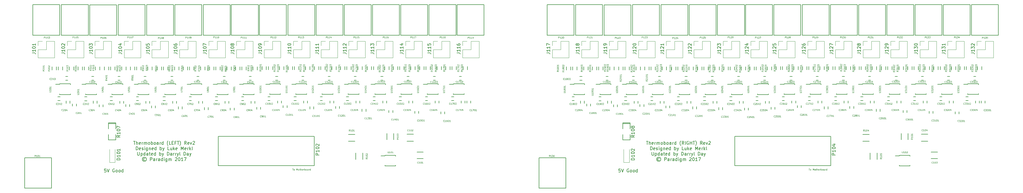
<source format=gbr>
G04 #@! TF.FileFunction,Legend,Top*
%FSLAX46Y46*%
G04 Gerber Fmt 4.6, Leading zero omitted, Abs format (unit mm)*
G04 Created by KiCad (PCBNEW 4.0.6) date 06/27/17 18:11:59*
%MOMM*%
%LPD*%
G01*
G04 APERTURE LIST*
%ADD10C,0.100000*%
%ADD11C,0.200000*%
%ADD12C,0.125000*%
%ADD13C,0.150000*%
%ADD14C,0.120000*%
G04 APERTURE END LIST*
D10*
D11*
X221647690Y-61418381D02*
X222219119Y-61418381D01*
X221933404Y-62418381D02*
X221933404Y-61418381D01*
X222552452Y-62418381D02*
X222552452Y-61418381D01*
X222981024Y-62418381D02*
X222981024Y-61894571D01*
X222933405Y-61799333D01*
X222838167Y-61751714D01*
X222695309Y-61751714D01*
X222600071Y-61799333D01*
X222552452Y-61846952D01*
X223838167Y-62370762D02*
X223742929Y-62418381D01*
X223552452Y-62418381D01*
X223457214Y-62370762D01*
X223409595Y-62275524D01*
X223409595Y-61894571D01*
X223457214Y-61799333D01*
X223552452Y-61751714D01*
X223742929Y-61751714D01*
X223838167Y-61799333D01*
X223885786Y-61894571D01*
X223885786Y-61989810D01*
X223409595Y-62085048D01*
X224314357Y-62418381D02*
X224314357Y-61751714D01*
X224314357Y-61942190D02*
X224361976Y-61846952D01*
X224409595Y-61799333D01*
X224504833Y-61751714D01*
X224600072Y-61751714D01*
X224933405Y-62418381D02*
X224933405Y-61751714D01*
X224933405Y-61846952D02*
X224981024Y-61799333D01*
X225076262Y-61751714D01*
X225219120Y-61751714D01*
X225314358Y-61799333D01*
X225361977Y-61894571D01*
X225361977Y-62418381D01*
X225361977Y-61894571D02*
X225409596Y-61799333D01*
X225504834Y-61751714D01*
X225647691Y-61751714D01*
X225742929Y-61799333D01*
X225790548Y-61894571D01*
X225790548Y-62418381D01*
X226409595Y-62418381D02*
X226314357Y-62370762D01*
X226266738Y-62323143D01*
X226219119Y-62227905D01*
X226219119Y-61942190D01*
X226266738Y-61846952D01*
X226314357Y-61799333D01*
X226409595Y-61751714D01*
X226552453Y-61751714D01*
X226647691Y-61799333D01*
X226695310Y-61846952D01*
X226742929Y-61942190D01*
X226742929Y-62227905D01*
X226695310Y-62323143D01*
X226647691Y-62370762D01*
X226552453Y-62418381D01*
X226409595Y-62418381D01*
X227171500Y-62418381D02*
X227171500Y-61418381D01*
X227171500Y-61799333D02*
X227266738Y-61751714D01*
X227457215Y-61751714D01*
X227552453Y-61799333D01*
X227600072Y-61846952D01*
X227647691Y-61942190D01*
X227647691Y-62227905D01*
X227600072Y-62323143D01*
X227552453Y-62370762D01*
X227457215Y-62418381D01*
X227266738Y-62418381D01*
X227171500Y-62370762D01*
X228219119Y-62418381D02*
X228123881Y-62370762D01*
X228076262Y-62323143D01*
X228028643Y-62227905D01*
X228028643Y-61942190D01*
X228076262Y-61846952D01*
X228123881Y-61799333D01*
X228219119Y-61751714D01*
X228361977Y-61751714D01*
X228457215Y-61799333D01*
X228504834Y-61846952D01*
X228552453Y-61942190D01*
X228552453Y-62227905D01*
X228504834Y-62323143D01*
X228457215Y-62370762D01*
X228361977Y-62418381D01*
X228219119Y-62418381D01*
X229409596Y-62418381D02*
X229409596Y-61894571D01*
X229361977Y-61799333D01*
X229266739Y-61751714D01*
X229076262Y-61751714D01*
X228981024Y-61799333D01*
X229409596Y-62370762D02*
X229314358Y-62418381D01*
X229076262Y-62418381D01*
X228981024Y-62370762D01*
X228933405Y-62275524D01*
X228933405Y-62180286D01*
X228981024Y-62085048D01*
X229076262Y-62037429D01*
X229314358Y-62037429D01*
X229409596Y-61989810D01*
X229885786Y-62418381D02*
X229885786Y-61751714D01*
X229885786Y-61942190D02*
X229933405Y-61846952D01*
X229981024Y-61799333D01*
X230076262Y-61751714D01*
X230171501Y-61751714D01*
X230933406Y-62418381D02*
X230933406Y-61418381D01*
X230933406Y-62370762D02*
X230838168Y-62418381D01*
X230647691Y-62418381D01*
X230552453Y-62370762D01*
X230504834Y-62323143D01*
X230457215Y-62227905D01*
X230457215Y-61942190D01*
X230504834Y-61846952D01*
X230552453Y-61799333D01*
X230647691Y-61751714D01*
X230838168Y-61751714D01*
X230933406Y-61799333D01*
X232457216Y-62799333D02*
X232409596Y-62751714D01*
X232314358Y-62608857D01*
X232266739Y-62513619D01*
X232219120Y-62370762D01*
X232171501Y-62132667D01*
X232171501Y-61942190D01*
X232219120Y-61704095D01*
X232266739Y-61561238D01*
X232314358Y-61466000D01*
X232409596Y-61323143D01*
X232457216Y-61275524D01*
X233409597Y-62418381D02*
X233076263Y-61942190D01*
X232838168Y-62418381D02*
X232838168Y-61418381D01*
X233219121Y-61418381D01*
X233314359Y-61466000D01*
X233361978Y-61513619D01*
X233409597Y-61608857D01*
X233409597Y-61751714D01*
X233361978Y-61846952D01*
X233314359Y-61894571D01*
X233219121Y-61942190D01*
X232838168Y-61942190D01*
X233838168Y-62418381D02*
X233838168Y-61418381D01*
X234838168Y-61466000D02*
X234742930Y-61418381D01*
X234600073Y-61418381D01*
X234457215Y-61466000D01*
X234361977Y-61561238D01*
X234314358Y-61656476D01*
X234266739Y-61846952D01*
X234266739Y-61989810D01*
X234314358Y-62180286D01*
X234361977Y-62275524D01*
X234457215Y-62370762D01*
X234600073Y-62418381D01*
X234695311Y-62418381D01*
X234838168Y-62370762D01*
X234885787Y-62323143D01*
X234885787Y-61989810D01*
X234695311Y-61989810D01*
X235314358Y-62418381D02*
X235314358Y-61418381D01*
X235314358Y-61894571D02*
X235885787Y-61894571D01*
X235885787Y-62418381D02*
X235885787Y-61418381D01*
X236219120Y-61418381D02*
X236790549Y-61418381D01*
X236504834Y-62418381D02*
X236504834Y-61418381D01*
X237028644Y-62799333D02*
X237076263Y-62751714D01*
X237171501Y-62608857D01*
X237219120Y-62513619D01*
X237266739Y-62370762D01*
X237314358Y-62132667D01*
X237314358Y-61942190D01*
X237266739Y-61704095D01*
X237219120Y-61561238D01*
X237171501Y-61466000D01*
X237076263Y-61323143D01*
X237028644Y-61275524D01*
X239123883Y-62418381D02*
X238790549Y-61942190D01*
X238552454Y-62418381D02*
X238552454Y-61418381D01*
X238933407Y-61418381D01*
X239028645Y-61466000D01*
X239076264Y-61513619D01*
X239123883Y-61608857D01*
X239123883Y-61751714D01*
X239076264Y-61846952D01*
X239028645Y-61894571D01*
X238933407Y-61942190D01*
X238552454Y-61942190D01*
X239933407Y-62370762D02*
X239838169Y-62418381D01*
X239647692Y-62418381D01*
X239552454Y-62370762D01*
X239504835Y-62275524D01*
X239504835Y-61894571D01*
X239552454Y-61799333D01*
X239647692Y-61751714D01*
X239838169Y-61751714D01*
X239933407Y-61799333D01*
X239981026Y-61894571D01*
X239981026Y-61989810D01*
X239504835Y-62085048D01*
X240314359Y-61751714D02*
X240552454Y-62418381D01*
X240790550Y-61751714D01*
X241123883Y-61513619D02*
X241171502Y-61466000D01*
X241266740Y-61418381D01*
X241504836Y-61418381D01*
X241600074Y-61466000D01*
X241647693Y-61513619D01*
X241695312Y-61608857D01*
X241695312Y-61704095D01*
X241647693Y-61846952D01*
X241076264Y-62418381D01*
X241695312Y-62418381D01*
X222957214Y-64118381D02*
X222957214Y-63118381D01*
X223195309Y-63118381D01*
X223338167Y-63166000D01*
X223433405Y-63261238D01*
X223481024Y-63356476D01*
X223528643Y-63546952D01*
X223528643Y-63689810D01*
X223481024Y-63880286D01*
X223433405Y-63975524D01*
X223338167Y-64070762D01*
X223195309Y-64118381D01*
X222957214Y-64118381D01*
X224338167Y-64070762D02*
X224242929Y-64118381D01*
X224052452Y-64118381D01*
X223957214Y-64070762D01*
X223909595Y-63975524D01*
X223909595Y-63594571D01*
X223957214Y-63499333D01*
X224052452Y-63451714D01*
X224242929Y-63451714D01*
X224338167Y-63499333D01*
X224385786Y-63594571D01*
X224385786Y-63689810D01*
X223909595Y-63785048D01*
X224766738Y-64070762D02*
X224861976Y-64118381D01*
X225052452Y-64118381D01*
X225147691Y-64070762D01*
X225195310Y-63975524D01*
X225195310Y-63927905D01*
X225147691Y-63832667D01*
X225052452Y-63785048D01*
X224909595Y-63785048D01*
X224814357Y-63737429D01*
X224766738Y-63642190D01*
X224766738Y-63594571D01*
X224814357Y-63499333D01*
X224909595Y-63451714D01*
X225052452Y-63451714D01*
X225147691Y-63499333D01*
X225623881Y-64118381D02*
X225623881Y-63451714D01*
X225623881Y-63118381D02*
X225576262Y-63166000D01*
X225623881Y-63213619D01*
X225671500Y-63166000D01*
X225623881Y-63118381D01*
X225623881Y-63213619D01*
X226528643Y-63451714D02*
X226528643Y-64261238D01*
X226481024Y-64356476D01*
X226433405Y-64404095D01*
X226338166Y-64451714D01*
X226195309Y-64451714D01*
X226100071Y-64404095D01*
X226528643Y-64070762D02*
X226433405Y-64118381D01*
X226242928Y-64118381D01*
X226147690Y-64070762D01*
X226100071Y-64023143D01*
X226052452Y-63927905D01*
X226052452Y-63642190D01*
X226100071Y-63546952D01*
X226147690Y-63499333D01*
X226242928Y-63451714D01*
X226433405Y-63451714D01*
X226528643Y-63499333D01*
X227004833Y-63451714D02*
X227004833Y-64118381D01*
X227004833Y-63546952D02*
X227052452Y-63499333D01*
X227147690Y-63451714D01*
X227290548Y-63451714D01*
X227385786Y-63499333D01*
X227433405Y-63594571D01*
X227433405Y-64118381D01*
X228290548Y-64070762D02*
X228195310Y-64118381D01*
X228004833Y-64118381D01*
X227909595Y-64070762D01*
X227861976Y-63975524D01*
X227861976Y-63594571D01*
X227909595Y-63499333D01*
X228004833Y-63451714D01*
X228195310Y-63451714D01*
X228290548Y-63499333D01*
X228338167Y-63594571D01*
X228338167Y-63689810D01*
X227861976Y-63785048D01*
X229195310Y-64118381D02*
X229195310Y-63118381D01*
X229195310Y-64070762D02*
X229100072Y-64118381D01*
X228909595Y-64118381D01*
X228814357Y-64070762D01*
X228766738Y-64023143D01*
X228719119Y-63927905D01*
X228719119Y-63642190D01*
X228766738Y-63546952D01*
X228814357Y-63499333D01*
X228909595Y-63451714D01*
X229100072Y-63451714D01*
X229195310Y-63499333D01*
X230433405Y-64118381D02*
X230433405Y-63118381D01*
X230433405Y-63499333D02*
X230528643Y-63451714D01*
X230719120Y-63451714D01*
X230814358Y-63499333D01*
X230861977Y-63546952D01*
X230909596Y-63642190D01*
X230909596Y-63927905D01*
X230861977Y-64023143D01*
X230814358Y-64070762D01*
X230719120Y-64118381D01*
X230528643Y-64118381D01*
X230433405Y-64070762D01*
X231242929Y-63451714D02*
X231481024Y-64118381D01*
X231719120Y-63451714D02*
X231481024Y-64118381D01*
X231385786Y-64356476D01*
X231338167Y-64404095D01*
X231242929Y-64451714D01*
X233338168Y-64118381D02*
X232861977Y-64118381D01*
X232861977Y-63118381D01*
X234100073Y-63451714D02*
X234100073Y-64118381D01*
X233671501Y-63451714D02*
X233671501Y-63975524D01*
X233719120Y-64070762D01*
X233814358Y-64118381D01*
X233957216Y-64118381D01*
X234052454Y-64070762D01*
X234100073Y-64023143D01*
X234576263Y-64118381D02*
X234576263Y-63118381D01*
X234671501Y-63737429D02*
X234957216Y-64118381D01*
X234957216Y-63451714D02*
X234576263Y-63832667D01*
X235766740Y-64070762D02*
X235671502Y-64118381D01*
X235481025Y-64118381D01*
X235385787Y-64070762D01*
X235338168Y-63975524D01*
X235338168Y-63594571D01*
X235385787Y-63499333D01*
X235481025Y-63451714D01*
X235671502Y-63451714D01*
X235766740Y-63499333D01*
X235814359Y-63594571D01*
X235814359Y-63689810D01*
X235338168Y-63785048D01*
X237004835Y-64118381D02*
X237004835Y-63118381D01*
X237338169Y-63832667D01*
X237671502Y-63118381D01*
X237671502Y-64118381D01*
X238528645Y-64070762D02*
X238433407Y-64118381D01*
X238242930Y-64118381D01*
X238147692Y-64070762D01*
X238100073Y-63975524D01*
X238100073Y-63594571D01*
X238147692Y-63499333D01*
X238242930Y-63451714D01*
X238433407Y-63451714D01*
X238528645Y-63499333D01*
X238576264Y-63594571D01*
X238576264Y-63689810D01*
X238100073Y-63785048D01*
X239004835Y-64118381D02*
X239004835Y-63451714D01*
X239004835Y-63642190D02*
X239052454Y-63546952D01*
X239100073Y-63499333D01*
X239195311Y-63451714D01*
X239290550Y-63451714D01*
X239623883Y-64118381D02*
X239623883Y-63118381D01*
X239719121Y-63737429D02*
X240004836Y-64118381D01*
X240004836Y-63451714D02*
X239623883Y-63832667D01*
X240576264Y-64118381D02*
X240481026Y-64070762D01*
X240433407Y-63975524D01*
X240433407Y-63118381D01*
X223385785Y-64818381D02*
X223385785Y-65627905D01*
X223433404Y-65723143D01*
X223481023Y-65770762D01*
X223576261Y-65818381D01*
X223766738Y-65818381D01*
X223861976Y-65770762D01*
X223909595Y-65723143D01*
X223957214Y-65627905D01*
X223957214Y-64818381D01*
X224433404Y-65151714D02*
X224433404Y-66151714D01*
X224433404Y-65199333D02*
X224528642Y-65151714D01*
X224719119Y-65151714D01*
X224814357Y-65199333D01*
X224861976Y-65246952D01*
X224909595Y-65342190D01*
X224909595Y-65627905D01*
X224861976Y-65723143D01*
X224814357Y-65770762D01*
X224719119Y-65818381D01*
X224528642Y-65818381D01*
X224433404Y-65770762D01*
X225766738Y-65818381D02*
X225766738Y-64818381D01*
X225766738Y-65770762D02*
X225671500Y-65818381D01*
X225481023Y-65818381D01*
X225385785Y-65770762D01*
X225338166Y-65723143D01*
X225290547Y-65627905D01*
X225290547Y-65342190D01*
X225338166Y-65246952D01*
X225385785Y-65199333D01*
X225481023Y-65151714D01*
X225671500Y-65151714D01*
X225766738Y-65199333D01*
X226671500Y-65818381D02*
X226671500Y-65294571D01*
X226623881Y-65199333D01*
X226528643Y-65151714D01*
X226338166Y-65151714D01*
X226242928Y-65199333D01*
X226671500Y-65770762D02*
X226576262Y-65818381D01*
X226338166Y-65818381D01*
X226242928Y-65770762D01*
X226195309Y-65675524D01*
X226195309Y-65580286D01*
X226242928Y-65485048D01*
X226338166Y-65437429D01*
X226576262Y-65437429D01*
X226671500Y-65389810D01*
X227004833Y-65151714D02*
X227385785Y-65151714D01*
X227147690Y-64818381D02*
X227147690Y-65675524D01*
X227195309Y-65770762D01*
X227290547Y-65818381D01*
X227385785Y-65818381D01*
X228100072Y-65770762D02*
X228004834Y-65818381D01*
X227814357Y-65818381D01*
X227719119Y-65770762D01*
X227671500Y-65675524D01*
X227671500Y-65294571D01*
X227719119Y-65199333D01*
X227814357Y-65151714D01*
X228004834Y-65151714D01*
X228100072Y-65199333D01*
X228147691Y-65294571D01*
X228147691Y-65389810D01*
X227671500Y-65485048D01*
X229004834Y-65818381D02*
X229004834Y-64818381D01*
X229004834Y-65770762D02*
X228909596Y-65818381D01*
X228719119Y-65818381D01*
X228623881Y-65770762D01*
X228576262Y-65723143D01*
X228528643Y-65627905D01*
X228528643Y-65342190D01*
X228576262Y-65246952D01*
X228623881Y-65199333D01*
X228719119Y-65151714D01*
X228909596Y-65151714D01*
X229004834Y-65199333D01*
X230242929Y-65818381D02*
X230242929Y-64818381D01*
X230242929Y-65199333D02*
X230338167Y-65151714D01*
X230528644Y-65151714D01*
X230623882Y-65199333D01*
X230671501Y-65246952D01*
X230719120Y-65342190D01*
X230719120Y-65627905D01*
X230671501Y-65723143D01*
X230623882Y-65770762D01*
X230528644Y-65818381D01*
X230338167Y-65818381D01*
X230242929Y-65770762D01*
X231052453Y-65151714D02*
X231290548Y-65818381D01*
X231528644Y-65151714D02*
X231290548Y-65818381D01*
X231195310Y-66056476D01*
X231147691Y-66104095D01*
X231052453Y-66151714D01*
X232671501Y-65818381D02*
X232671501Y-64818381D01*
X232909596Y-64818381D01*
X233052454Y-64866000D01*
X233147692Y-64961238D01*
X233195311Y-65056476D01*
X233242930Y-65246952D01*
X233242930Y-65389810D01*
X233195311Y-65580286D01*
X233147692Y-65675524D01*
X233052454Y-65770762D01*
X232909596Y-65818381D01*
X232671501Y-65818381D01*
X234100073Y-65818381D02*
X234100073Y-65294571D01*
X234052454Y-65199333D01*
X233957216Y-65151714D01*
X233766739Y-65151714D01*
X233671501Y-65199333D01*
X234100073Y-65770762D02*
X234004835Y-65818381D01*
X233766739Y-65818381D01*
X233671501Y-65770762D01*
X233623882Y-65675524D01*
X233623882Y-65580286D01*
X233671501Y-65485048D01*
X233766739Y-65437429D01*
X234004835Y-65437429D01*
X234100073Y-65389810D01*
X234576263Y-65818381D02*
X234576263Y-65151714D01*
X234576263Y-65342190D02*
X234623882Y-65246952D01*
X234671501Y-65199333D01*
X234766739Y-65151714D01*
X234861978Y-65151714D01*
X235195311Y-65818381D02*
X235195311Y-65151714D01*
X235195311Y-65342190D02*
X235242930Y-65246952D01*
X235290549Y-65199333D01*
X235385787Y-65151714D01*
X235481026Y-65151714D01*
X235719121Y-65151714D02*
X235957216Y-65818381D01*
X236195312Y-65151714D02*
X235957216Y-65818381D01*
X235861978Y-66056476D01*
X235814359Y-66104095D01*
X235719121Y-66151714D01*
X236719121Y-65818381D02*
X236623883Y-65770762D01*
X236576264Y-65675524D01*
X236576264Y-64818381D01*
X237861979Y-65818381D02*
X237861979Y-64818381D01*
X238100074Y-64818381D01*
X238242932Y-64866000D01*
X238338170Y-64961238D01*
X238385789Y-65056476D01*
X238433408Y-65246952D01*
X238433408Y-65389810D01*
X238385789Y-65580286D01*
X238338170Y-65675524D01*
X238242932Y-65770762D01*
X238100074Y-65818381D01*
X237861979Y-65818381D01*
X239290551Y-65818381D02*
X239290551Y-65294571D01*
X239242932Y-65199333D01*
X239147694Y-65151714D01*
X238957217Y-65151714D01*
X238861979Y-65199333D01*
X239290551Y-65770762D02*
X239195313Y-65818381D01*
X238957217Y-65818381D01*
X238861979Y-65770762D01*
X238814360Y-65675524D01*
X238814360Y-65580286D01*
X238861979Y-65485048D01*
X238957217Y-65437429D01*
X239195313Y-65437429D01*
X239290551Y-65389810D01*
X239671503Y-65151714D02*
X239909598Y-65818381D01*
X240147694Y-65151714D02*
X239909598Y-65818381D01*
X239814360Y-66056476D01*
X239766741Y-66104095D01*
X239671503Y-66151714D01*
X225719120Y-66756476D02*
X225623882Y-66708857D01*
X225433406Y-66708857D01*
X225338168Y-66756476D01*
X225242930Y-66851714D01*
X225195311Y-66946952D01*
X225195311Y-67137429D01*
X225242930Y-67232667D01*
X225338168Y-67327905D01*
X225433406Y-67375524D01*
X225623882Y-67375524D01*
X225719120Y-67327905D01*
X225528644Y-66375524D02*
X225290549Y-66423143D01*
X225052453Y-66566000D01*
X224909596Y-66804095D01*
X224861977Y-67042190D01*
X224909596Y-67280286D01*
X225052453Y-67518381D01*
X225290549Y-67661238D01*
X225528644Y-67708857D01*
X225766739Y-67661238D01*
X226004834Y-67518381D01*
X226147691Y-67280286D01*
X226195311Y-67042190D01*
X226147691Y-66804095D01*
X226004834Y-66566000D01*
X225766739Y-66423143D01*
X225528644Y-66375524D01*
X227385787Y-67518381D02*
X227385787Y-66518381D01*
X227766740Y-66518381D01*
X227861978Y-66566000D01*
X227909597Y-66613619D01*
X227957216Y-66708857D01*
X227957216Y-66851714D01*
X227909597Y-66946952D01*
X227861978Y-66994571D01*
X227766740Y-67042190D01*
X227385787Y-67042190D01*
X228814359Y-67518381D02*
X228814359Y-66994571D01*
X228766740Y-66899333D01*
X228671502Y-66851714D01*
X228481025Y-66851714D01*
X228385787Y-66899333D01*
X228814359Y-67470762D02*
X228719121Y-67518381D01*
X228481025Y-67518381D01*
X228385787Y-67470762D01*
X228338168Y-67375524D01*
X228338168Y-67280286D01*
X228385787Y-67185048D01*
X228481025Y-67137429D01*
X228719121Y-67137429D01*
X228814359Y-67089810D01*
X229290549Y-67518381D02*
X229290549Y-66851714D01*
X229290549Y-67042190D02*
X229338168Y-66946952D01*
X229385787Y-66899333D01*
X229481025Y-66851714D01*
X229576264Y-66851714D01*
X230338169Y-67518381D02*
X230338169Y-66994571D01*
X230290550Y-66899333D01*
X230195312Y-66851714D01*
X230004835Y-66851714D01*
X229909597Y-66899333D01*
X230338169Y-67470762D02*
X230242931Y-67518381D01*
X230004835Y-67518381D01*
X229909597Y-67470762D01*
X229861978Y-67375524D01*
X229861978Y-67280286D01*
X229909597Y-67185048D01*
X230004835Y-67137429D01*
X230242931Y-67137429D01*
X230338169Y-67089810D01*
X231242931Y-67518381D02*
X231242931Y-66518381D01*
X231242931Y-67470762D02*
X231147693Y-67518381D01*
X230957216Y-67518381D01*
X230861978Y-67470762D01*
X230814359Y-67423143D01*
X230766740Y-67327905D01*
X230766740Y-67042190D01*
X230814359Y-66946952D01*
X230861978Y-66899333D01*
X230957216Y-66851714D01*
X231147693Y-66851714D01*
X231242931Y-66899333D01*
X231719121Y-67518381D02*
X231719121Y-66851714D01*
X231719121Y-66518381D02*
X231671502Y-66566000D01*
X231719121Y-66613619D01*
X231766740Y-66566000D01*
X231719121Y-66518381D01*
X231719121Y-66613619D01*
X232623883Y-66851714D02*
X232623883Y-67661238D01*
X232576264Y-67756476D01*
X232528645Y-67804095D01*
X232433406Y-67851714D01*
X232290549Y-67851714D01*
X232195311Y-67804095D01*
X232623883Y-67470762D02*
X232528645Y-67518381D01*
X232338168Y-67518381D01*
X232242930Y-67470762D01*
X232195311Y-67423143D01*
X232147692Y-67327905D01*
X232147692Y-67042190D01*
X232195311Y-66946952D01*
X232242930Y-66899333D01*
X232338168Y-66851714D01*
X232528645Y-66851714D01*
X232623883Y-66899333D01*
X233100073Y-67518381D02*
X233100073Y-66851714D01*
X233100073Y-66946952D02*
X233147692Y-66899333D01*
X233242930Y-66851714D01*
X233385788Y-66851714D01*
X233481026Y-66899333D01*
X233528645Y-66994571D01*
X233528645Y-67518381D01*
X233528645Y-66994571D02*
X233576264Y-66899333D01*
X233671502Y-66851714D01*
X233814359Y-66851714D01*
X233909597Y-66899333D01*
X233957216Y-66994571D01*
X233957216Y-67518381D01*
X235147692Y-66613619D02*
X235195311Y-66566000D01*
X235290549Y-66518381D01*
X235528645Y-66518381D01*
X235623883Y-66566000D01*
X235671502Y-66613619D01*
X235719121Y-66708857D01*
X235719121Y-66804095D01*
X235671502Y-66946952D01*
X235100073Y-67518381D01*
X235719121Y-67518381D01*
X236338168Y-66518381D02*
X236433407Y-66518381D01*
X236528645Y-66566000D01*
X236576264Y-66613619D01*
X236623883Y-66708857D01*
X236671502Y-66899333D01*
X236671502Y-67137429D01*
X236623883Y-67327905D01*
X236576264Y-67423143D01*
X236528645Y-67470762D01*
X236433407Y-67518381D01*
X236338168Y-67518381D01*
X236242930Y-67470762D01*
X236195311Y-67423143D01*
X236147692Y-67327905D01*
X236100073Y-67137429D01*
X236100073Y-66899333D01*
X236147692Y-66708857D01*
X236195311Y-66613619D01*
X236242930Y-66566000D01*
X236338168Y-66518381D01*
X237623883Y-67518381D02*
X237052454Y-67518381D01*
X237338168Y-67518381D02*
X237338168Y-66518381D01*
X237242930Y-66661238D01*
X237147692Y-66756476D01*
X237052454Y-66804095D01*
X237957216Y-66518381D02*
X238623883Y-66518381D01*
X238195311Y-67518381D01*
D12*
X272380953Y-69976190D02*
X272666667Y-69976190D01*
X272523810Y-70476190D02*
X272523810Y-69976190D01*
X272904762Y-70476190D02*
X272857143Y-70452381D01*
X272833334Y-70428571D01*
X272809524Y-70380952D01*
X272809524Y-70238095D01*
X272833334Y-70190476D01*
X272857143Y-70166667D01*
X272904762Y-70142857D01*
X272976191Y-70142857D01*
X273023810Y-70166667D01*
X273047619Y-70190476D01*
X273071429Y-70238095D01*
X273071429Y-70380952D01*
X273047619Y-70428571D01*
X273023810Y-70452381D01*
X272976191Y-70476190D01*
X272904762Y-70476190D01*
X273666667Y-70476190D02*
X273666667Y-69976190D01*
X273833333Y-70333333D01*
X274000000Y-69976190D01*
X274000000Y-70476190D01*
X274309524Y-70476190D02*
X274261905Y-70452381D01*
X274238096Y-70428571D01*
X274214286Y-70380952D01*
X274214286Y-70238095D01*
X274238096Y-70190476D01*
X274261905Y-70166667D01*
X274309524Y-70142857D01*
X274380953Y-70142857D01*
X274428572Y-70166667D01*
X274452381Y-70190476D01*
X274476191Y-70238095D01*
X274476191Y-70380952D01*
X274452381Y-70428571D01*
X274428572Y-70452381D01*
X274380953Y-70476190D01*
X274309524Y-70476190D01*
X274619048Y-70142857D02*
X274809524Y-70142857D01*
X274690477Y-69976190D02*
X274690477Y-70404762D01*
X274714286Y-70452381D01*
X274761905Y-70476190D01*
X274809524Y-70476190D01*
X274976191Y-70476190D02*
X274976191Y-69976190D01*
X275190476Y-70476190D02*
X275190476Y-70214286D01*
X275166667Y-70166667D01*
X275119048Y-70142857D01*
X275047619Y-70142857D01*
X275000000Y-70166667D01*
X274976191Y-70190476D01*
X275619048Y-70452381D02*
X275571429Y-70476190D01*
X275476191Y-70476190D01*
X275428572Y-70452381D01*
X275404762Y-70404762D01*
X275404762Y-70214286D01*
X275428572Y-70166667D01*
X275476191Y-70142857D01*
X275571429Y-70142857D01*
X275619048Y-70166667D01*
X275642857Y-70214286D01*
X275642857Y-70261905D01*
X275404762Y-70309524D01*
X275857143Y-70476190D02*
X275857143Y-70142857D01*
X275857143Y-70238095D02*
X275880952Y-70190476D01*
X275904762Y-70166667D01*
X275952381Y-70142857D01*
X276000000Y-70142857D01*
X276166667Y-70476190D02*
X276166667Y-69976190D01*
X276166667Y-70166667D02*
X276214286Y-70142857D01*
X276309524Y-70142857D01*
X276357143Y-70166667D01*
X276380952Y-70190476D01*
X276404762Y-70238095D01*
X276404762Y-70380952D01*
X276380952Y-70428571D01*
X276357143Y-70452381D01*
X276309524Y-70476190D01*
X276214286Y-70476190D01*
X276166667Y-70452381D01*
X276690476Y-70476190D02*
X276642857Y-70452381D01*
X276619048Y-70428571D01*
X276595238Y-70380952D01*
X276595238Y-70238095D01*
X276619048Y-70190476D01*
X276642857Y-70166667D01*
X276690476Y-70142857D01*
X276761905Y-70142857D01*
X276809524Y-70166667D01*
X276833333Y-70190476D01*
X276857143Y-70238095D01*
X276857143Y-70380952D01*
X276833333Y-70428571D01*
X276809524Y-70452381D01*
X276761905Y-70476190D01*
X276690476Y-70476190D01*
X277285714Y-70476190D02*
X277285714Y-70214286D01*
X277261905Y-70166667D01*
X277214286Y-70142857D01*
X277119048Y-70142857D01*
X277071429Y-70166667D01*
X277285714Y-70452381D02*
X277238095Y-70476190D01*
X277119048Y-70476190D01*
X277071429Y-70452381D01*
X277047619Y-70404762D01*
X277047619Y-70357143D01*
X277071429Y-70309524D01*
X277119048Y-70285714D01*
X277238095Y-70285714D01*
X277285714Y-70261905D01*
X277523810Y-70476190D02*
X277523810Y-70142857D01*
X277523810Y-70238095D02*
X277547619Y-70190476D01*
X277571429Y-70166667D01*
X277619048Y-70142857D01*
X277666667Y-70142857D01*
X278047619Y-70476190D02*
X278047619Y-69976190D01*
X278047619Y-70452381D02*
X278000000Y-70476190D01*
X277904762Y-70476190D01*
X277857143Y-70452381D01*
X277833334Y-70428571D01*
X277809524Y-70380952D01*
X277809524Y-70238095D01*
X277833334Y-70190476D01*
X277857143Y-70166667D01*
X277904762Y-70142857D01*
X278000000Y-70142857D01*
X278047619Y-70166667D01*
D11*
X213542549Y-70064381D02*
X213066358Y-70064381D01*
X213018739Y-70540571D01*
X213066358Y-70492952D01*
X213161596Y-70445333D01*
X213399692Y-70445333D01*
X213494930Y-70492952D01*
X213542549Y-70540571D01*
X213590168Y-70635810D01*
X213590168Y-70873905D01*
X213542549Y-70969143D01*
X213494930Y-71016762D01*
X213399692Y-71064381D01*
X213161596Y-71064381D01*
X213066358Y-71016762D01*
X213018739Y-70969143D01*
X213875882Y-70064381D02*
X214209215Y-71064381D01*
X214542549Y-70064381D01*
X216161597Y-70112000D02*
X216066359Y-70064381D01*
X215923502Y-70064381D01*
X215780644Y-70112000D01*
X215685406Y-70207238D01*
X215637787Y-70302476D01*
X215590168Y-70492952D01*
X215590168Y-70635810D01*
X215637787Y-70826286D01*
X215685406Y-70921524D01*
X215780644Y-71016762D01*
X215923502Y-71064381D01*
X216018740Y-71064381D01*
X216161597Y-71016762D01*
X216209216Y-70969143D01*
X216209216Y-70635810D01*
X216018740Y-70635810D01*
X216780644Y-71064381D02*
X216685406Y-71016762D01*
X216637787Y-70969143D01*
X216590168Y-70873905D01*
X216590168Y-70588190D01*
X216637787Y-70492952D01*
X216685406Y-70445333D01*
X216780644Y-70397714D01*
X216923502Y-70397714D01*
X217018740Y-70445333D01*
X217066359Y-70492952D01*
X217113978Y-70588190D01*
X217113978Y-70873905D01*
X217066359Y-70969143D01*
X217018740Y-71016762D01*
X216923502Y-71064381D01*
X216780644Y-71064381D01*
X217685406Y-71064381D02*
X217590168Y-71016762D01*
X217542549Y-70969143D01*
X217494930Y-70873905D01*
X217494930Y-70588190D01*
X217542549Y-70492952D01*
X217590168Y-70445333D01*
X217685406Y-70397714D01*
X217828264Y-70397714D01*
X217923502Y-70445333D01*
X217971121Y-70492952D01*
X218018740Y-70588190D01*
X218018740Y-70873905D01*
X217971121Y-70969143D01*
X217923502Y-71016762D01*
X217828264Y-71064381D01*
X217685406Y-71064381D01*
X218875883Y-71064381D02*
X218875883Y-70064381D01*
X218875883Y-71016762D02*
X218780645Y-71064381D01*
X218590168Y-71064381D01*
X218494930Y-71016762D01*
X218447311Y-70969143D01*
X218399692Y-70873905D01*
X218399692Y-70588190D01*
X218447311Y-70492952D01*
X218494930Y-70445333D01*
X218590168Y-70397714D01*
X218780645Y-70397714D01*
X218875883Y-70445333D01*
X52943429Y-70064381D02*
X52467238Y-70064381D01*
X52419619Y-70540571D01*
X52467238Y-70492952D01*
X52562476Y-70445333D01*
X52800572Y-70445333D01*
X52895810Y-70492952D01*
X52943429Y-70540571D01*
X52991048Y-70635810D01*
X52991048Y-70873905D01*
X52943429Y-70969143D01*
X52895810Y-71016762D01*
X52800572Y-71064381D01*
X52562476Y-71064381D01*
X52467238Y-71016762D01*
X52419619Y-70969143D01*
X53276762Y-70064381D02*
X53610095Y-71064381D01*
X53943429Y-70064381D01*
X55562477Y-70112000D02*
X55467239Y-70064381D01*
X55324382Y-70064381D01*
X55181524Y-70112000D01*
X55086286Y-70207238D01*
X55038667Y-70302476D01*
X54991048Y-70492952D01*
X54991048Y-70635810D01*
X55038667Y-70826286D01*
X55086286Y-70921524D01*
X55181524Y-71016762D01*
X55324382Y-71064381D01*
X55419620Y-71064381D01*
X55562477Y-71016762D01*
X55610096Y-70969143D01*
X55610096Y-70635810D01*
X55419620Y-70635810D01*
X56181524Y-71064381D02*
X56086286Y-71016762D01*
X56038667Y-70969143D01*
X55991048Y-70873905D01*
X55991048Y-70588190D01*
X56038667Y-70492952D01*
X56086286Y-70445333D01*
X56181524Y-70397714D01*
X56324382Y-70397714D01*
X56419620Y-70445333D01*
X56467239Y-70492952D01*
X56514858Y-70588190D01*
X56514858Y-70873905D01*
X56467239Y-70969143D01*
X56419620Y-71016762D01*
X56324382Y-71064381D01*
X56181524Y-71064381D01*
X57086286Y-71064381D02*
X56991048Y-71016762D01*
X56943429Y-70969143D01*
X56895810Y-70873905D01*
X56895810Y-70588190D01*
X56943429Y-70492952D01*
X56991048Y-70445333D01*
X57086286Y-70397714D01*
X57229144Y-70397714D01*
X57324382Y-70445333D01*
X57372001Y-70492952D01*
X57419620Y-70588190D01*
X57419620Y-70873905D01*
X57372001Y-70969143D01*
X57324382Y-71016762D01*
X57229144Y-71064381D01*
X57086286Y-71064381D01*
X58276763Y-71064381D02*
X58276763Y-70064381D01*
X58276763Y-71016762D02*
X58181525Y-71064381D01*
X57991048Y-71064381D01*
X57895810Y-71016762D01*
X57848191Y-70969143D01*
X57800572Y-70873905D01*
X57800572Y-70588190D01*
X57848191Y-70492952D01*
X57895810Y-70445333D01*
X57991048Y-70397714D01*
X58181525Y-70397714D01*
X58276763Y-70445333D01*
D12*
X111130953Y-69976190D02*
X111416667Y-69976190D01*
X111273810Y-70476190D02*
X111273810Y-69976190D01*
X111654762Y-70476190D02*
X111607143Y-70452381D01*
X111583334Y-70428571D01*
X111559524Y-70380952D01*
X111559524Y-70238095D01*
X111583334Y-70190476D01*
X111607143Y-70166667D01*
X111654762Y-70142857D01*
X111726191Y-70142857D01*
X111773810Y-70166667D01*
X111797619Y-70190476D01*
X111821429Y-70238095D01*
X111821429Y-70380952D01*
X111797619Y-70428571D01*
X111773810Y-70452381D01*
X111726191Y-70476190D01*
X111654762Y-70476190D01*
X112416667Y-70476190D02*
X112416667Y-69976190D01*
X112583333Y-70333333D01*
X112750000Y-69976190D01*
X112750000Y-70476190D01*
X113059524Y-70476190D02*
X113011905Y-70452381D01*
X112988096Y-70428571D01*
X112964286Y-70380952D01*
X112964286Y-70238095D01*
X112988096Y-70190476D01*
X113011905Y-70166667D01*
X113059524Y-70142857D01*
X113130953Y-70142857D01*
X113178572Y-70166667D01*
X113202381Y-70190476D01*
X113226191Y-70238095D01*
X113226191Y-70380952D01*
X113202381Y-70428571D01*
X113178572Y-70452381D01*
X113130953Y-70476190D01*
X113059524Y-70476190D01*
X113369048Y-70142857D02*
X113559524Y-70142857D01*
X113440477Y-69976190D02*
X113440477Y-70404762D01*
X113464286Y-70452381D01*
X113511905Y-70476190D01*
X113559524Y-70476190D01*
X113726191Y-70476190D02*
X113726191Y-69976190D01*
X113940476Y-70476190D02*
X113940476Y-70214286D01*
X113916667Y-70166667D01*
X113869048Y-70142857D01*
X113797619Y-70142857D01*
X113750000Y-70166667D01*
X113726191Y-70190476D01*
X114369048Y-70452381D02*
X114321429Y-70476190D01*
X114226191Y-70476190D01*
X114178572Y-70452381D01*
X114154762Y-70404762D01*
X114154762Y-70214286D01*
X114178572Y-70166667D01*
X114226191Y-70142857D01*
X114321429Y-70142857D01*
X114369048Y-70166667D01*
X114392857Y-70214286D01*
X114392857Y-70261905D01*
X114154762Y-70309524D01*
X114607143Y-70476190D02*
X114607143Y-70142857D01*
X114607143Y-70238095D02*
X114630952Y-70190476D01*
X114654762Y-70166667D01*
X114702381Y-70142857D01*
X114750000Y-70142857D01*
X114916667Y-70476190D02*
X114916667Y-69976190D01*
X114916667Y-70166667D02*
X114964286Y-70142857D01*
X115059524Y-70142857D01*
X115107143Y-70166667D01*
X115130952Y-70190476D01*
X115154762Y-70238095D01*
X115154762Y-70380952D01*
X115130952Y-70428571D01*
X115107143Y-70452381D01*
X115059524Y-70476190D01*
X114964286Y-70476190D01*
X114916667Y-70452381D01*
X115440476Y-70476190D02*
X115392857Y-70452381D01*
X115369048Y-70428571D01*
X115345238Y-70380952D01*
X115345238Y-70238095D01*
X115369048Y-70190476D01*
X115392857Y-70166667D01*
X115440476Y-70142857D01*
X115511905Y-70142857D01*
X115559524Y-70166667D01*
X115583333Y-70190476D01*
X115607143Y-70238095D01*
X115607143Y-70380952D01*
X115583333Y-70428571D01*
X115559524Y-70452381D01*
X115511905Y-70476190D01*
X115440476Y-70476190D01*
X116035714Y-70476190D02*
X116035714Y-70214286D01*
X116011905Y-70166667D01*
X115964286Y-70142857D01*
X115869048Y-70142857D01*
X115821429Y-70166667D01*
X116035714Y-70452381D02*
X115988095Y-70476190D01*
X115869048Y-70476190D01*
X115821429Y-70452381D01*
X115797619Y-70404762D01*
X115797619Y-70357143D01*
X115821429Y-70309524D01*
X115869048Y-70285714D01*
X115988095Y-70285714D01*
X116035714Y-70261905D01*
X116273810Y-70476190D02*
X116273810Y-70142857D01*
X116273810Y-70238095D02*
X116297619Y-70190476D01*
X116321429Y-70166667D01*
X116369048Y-70142857D01*
X116416667Y-70142857D01*
X116797619Y-70476190D02*
X116797619Y-69976190D01*
X116797619Y-70452381D02*
X116750000Y-70476190D01*
X116654762Y-70476190D01*
X116607143Y-70452381D01*
X116583334Y-70428571D01*
X116559524Y-70380952D01*
X116559524Y-70238095D01*
X116583334Y-70190476D01*
X116607143Y-70166667D01*
X116654762Y-70142857D01*
X116750000Y-70142857D01*
X116797619Y-70166667D01*
D11*
X61524760Y-61418381D02*
X62096189Y-61418381D01*
X61810474Y-62418381D02*
X61810474Y-61418381D01*
X62429522Y-62418381D02*
X62429522Y-61418381D01*
X62858094Y-62418381D02*
X62858094Y-61894571D01*
X62810475Y-61799333D01*
X62715237Y-61751714D01*
X62572379Y-61751714D01*
X62477141Y-61799333D01*
X62429522Y-61846952D01*
X63715237Y-62370762D02*
X63619999Y-62418381D01*
X63429522Y-62418381D01*
X63334284Y-62370762D01*
X63286665Y-62275524D01*
X63286665Y-61894571D01*
X63334284Y-61799333D01*
X63429522Y-61751714D01*
X63619999Y-61751714D01*
X63715237Y-61799333D01*
X63762856Y-61894571D01*
X63762856Y-61989810D01*
X63286665Y-62085048D01*
X64191427Y-62418381D02*
X64191427Y-61751714D01*
X64191427Y-61942190D02*
X64239046Y-61846952D01*
X64286665Y-61799333D01*
X64381903Y-61751714D01*
X64477142Y-61751714D01*
X64810475Y-62418381D02*
X64810475Y-61751714D01*
X64810475Y-61846952D02*
X64858094Y-61799333D01*
X64953332Y-61751714D01*
X65096190Y-61751714D01*
X65191428Y-61799333D01*
X65239047Y-61894571D01*
X65239047Y-62418381D01*
X65239047Y-61894571D02*
X65286666Y-61799333D01*
X65381904Y-61751714D01*
X65524761Y-61751714D01*
X65619999Y-61799333D01*
X65667618Y-61894571D01*
X65667618Y-62418381D01*
X66286665Y-62418381D02*
X66191427Y-62370762D01*
X66143808Y-62323143D01*
X66096189Y-62227905D01*
X66096189Y-61942190D01*
X66143808Y-61846952D01*
X66191427Y-61799333D01*
X66286665Y-61751714D01*
X66429523Y-61751714D01*
X66524761Y-61799333D01*
X66572380Y-61846952D01*
X66619999Y-61942190D01*
X66619999Y-62227905D01*
X66572380Y-62323143D01*
X66524761Y-62370762D01*
X66429523Y-62418381D01*
X66286665Y-62418381D01*
X67048570Y-62418381D02*
X67048570Y-61418381D01*
X67048570Y-61799333D02*
X67143808Y-61751714D01*
X67334285Y-61751714D01*
X67429523Y-61799333D01*
X67477142Y-61846952D01*
X67524761Y-61942190D01*
X67524761Y-62227905D01*
X67477142Y-62323143D01*
X67429523Y-62370762D01*
X67334285Y-62418381D01*
X67143808Y-62418381D01*
X67048570Y-62370762D01*
X68096189Y-62418381D02*
X68000951Y-62370762D01*
X67953332Y-62323143D01*
X67905713Y-62227905D01*
X67905713Y-61942190D01*
X67953332Y-61846952D01*
X68000951Y-61799333D01*
X68096189Y-61751714D01*
X68239047Y-61751714D01*
X68334285Y-61799333D01*
X68381904Y-61846952D01*
X68429523Y-61942190D01*
X68429523Y-62227905D01*
X68381904Y-62323143D01*
X68334285Y-62370762D01*
X68239047Y-62418381D01*
X68096189Y-62418381D01*
X69286666Y-62418381D02*
X69286666Y-61894571D01*
X69239047Y-61799333D01*
X69143809Y-61751714D01*
X68953332Y-61751714D01*
X68858094Y-61799333D01*
X69286666Y-62370762D02*
X69191428Y-62418381D01*
X68953332Y-62418381D01*
X68858094Y-62370762D01*
X68810475Y-62275524D01*
X68810475Y-62180286D01*
X68858094Y-62085048D01*
X68953332Y-62037429D01*
X69191428Y-62037429D01*
X69286666Y-61989810D01*
X69762856Y-62418381D02*
X69762856Y-61751714D01*
X69762856Y-61942190D02*
X69810475Y-61846952D01*
X69858094Y-61799333D01*
X69953332Y-61751714D01*
X70048571Y-61751714D01*
X70810476Y-62418381D02*
X70810476Y-61418381D01*
X70810476Y-62370762D02*
X70715238Y-62418381D01*
X70524761Y-62418381D01*
X70429523Y-62370762D01*
X70381904Y-62323143D01*
X70334285Y-62227905D01*
X70334285Y-61942190D01*
X70381904Y-61846952D01*
X70429523Y-61799333D01*
X70524761Y-61751714D01*
X70715238Y-61751714D01*
X70810476Y-61799333D01*
X72334286Y-62799333D02*
X72286666Y-62751714D01*
X72191428Y-62608857D01*
X72143809Y-62513619D01*
X72096190Y-62370762D01*
X72048571Y-62132667D01*
X72048571Y-61942190D01*
X72096190Y-61704095D01*
X72143809Y-61561238D01*
X72191428Y-61466000D01*
X72286666Y-61323143D01*
X72334286Y-61275524D01*
X73191429Y-62418381D02*
X72715238Y-62418381D01*
X72715238Y-61418381D01*
X73524762Y-61894571D02*
X73858096Y-61894571D01*
X74000953Y-62418381D02*
X73524762Y-62418381D01*
X73524762Y-61418381D01*
X74000953Y-61418381D01*
X74762858Y-61894571D02*
X74429524Y-61894571D01*
X74429524Y-62418381D02*
X74429524Y-61418381D01*
X74905715Y-61418381D01*
X75143810Y-61418381D02*
X75715239Y-61418381D01*
X75429524Y-62418381D02*
X75429524Y-61418381D01*
X75953334Y-62799333D02*
X76000953Y-62751714D01*
X76096191Y-62608857D01*
X76143810Y-62513619D01*
X76191429Y-62370762D01*
X76239048Y-62132667D01*
X76239048Y-61942190D01*
X76191429Y-61704095D01*
X76143810Y-61561238D01*
X76096191Y-61466000D01*
X76000953Y-61323143D01*
X75953334Y-61275524D01*
X78048573Y-62418381D02*
X77715239Y-61942190D01*
X77477144Y-62418381D02*
X77477144Y-61418381D01*
X77858097Y-61418381D01*
X77953335Y-61466000D01*
X78000954Y-61513619D01*
X78048573Y-61608857D01*
X78048573Y-61751714D01*
X78000954Y-61846952D01*
X77953335Y-61894571D01*
X77858097Y-61942190D01*
X77477144Y-61942190D01*
X78858097Y-62370762D02*
X78762859Y-62418381D01*
X78572382Y-62418381D01*
X78477144Y-62370762D01*
X78429525Y-62275524D01*
X78429525Y-61894571D01*
X78477144Y-61799333D01*
X78572382Y-61751714D01*
X78762859Y-61751714D01*
X78858097Y-61799333D01*
X78905716Y-61894571D01*
X78905716Y-61989810D01*
X78429525Y-62085048D01*
X79239049Y-61751714D02*
X79477144Y-62418381D01*
X79715240Y-61751714D01*
X80048573Y-61513619D02*
X80096192Y-61466000D01*
X80191430Y-61418381D01*
X80429526Y-61418381D01*
X80524764Y-61466000D01*
X80572383Y-61513619D01*
X80620002Y-61608857D01*
X80620002Y-61704095D01*
X80572383Y-61846952D01*
X80000954Y-62418381D01*
X80620002Y-62418381D01*
X62358094Y-64118381D02*
X62358094Y-63118381D01*
X62596189Y-63118381D01*
X62739047Y-63166000D01*
X62834285Y-63261238D01*
X62881904Y-63356476D01*
X62929523Y-63546952D01*
X62929523Y-63689810D01*
X62881904Y-63880286D01*
X62834285Y-63975524D01*
X62739047Y-64070762D01*
X62596189Y-64118381D01*
X62358094Y-64118381D01*
X63739047Y-64070762D02*
X63643809Y-64118381D01*
X63453332Y-64118381D01*
X63358094Y-64070762D01*
X63310475Y-63975524D01*
X63310475Y-63594571D01*
X63358094Y-63499333D01*
X63453332Y-63451714D01*
X63643809Y-63451714D01*
X63739047Y-63499333D01*
X63786666Y-63594571D01*
X63786666Y-63689810D01*
X63310475Y-63785048D01*
X64167618Y-64070762D02*
X64262856Y-64118381D01*
X64453332Y-64118381D01*
X64548571Y-64070762D01*
X64596190Y-63975524D01*
X64596190Y-63927905D01*
X64548571Y-63832667D01*
X64453332Y-63785048D01*
X64310475Y-63785048D01*
X64215237Y-63737429D01*
X64167618Y-63642190D01*
X64167618Y-63594571D01*
X64215237Y-63499333D01*
X64310475Y-63451714D01*
X64453332Y-63451714D01*
X64548571Y-63499333D01*
X65024761Y-64118381D02*
X65024761Y-63451714D01*
X65024761Y-63118381D02*
X64977142Y-63166000D01*
X65024761Y-63213619D01*
X65072380Y-63166000D01*
X65024761Y-63118381D01*
X65024761Y-63213619D01*
X65929523Y-63451714D02*
X65929523Y-64261238D01*
X65881904Y-64356476D01*
X65834285Y-64404095D01*
X65739046Y-64451714D01*
X65596189Y-64451714D01*
X65500951Y-64404095D01*
X65929523Y-64070762D02*
X65834285Y-64118381D01*
X65643808Y-64118381D01*
X65548570Y-64070762D01*
X65500951Y-64023143D01*
X65453332Y-63927905D01*
X65453332Y-63642190D01*
X65500951Y-63546952D01*
X65548570Y-63499333D01*
X65643808Y-63451714D01*
X65834285Y-63451714D01*
X65929523Y-63499333D01*
X66405713Y-63451714D02*
X66405713Y-64118381D01*
X66405713Y-63546952D02*
X66453332Y-63499333D01*
X66548570Y-63451714D01*
X66691428Y-63451714D01*
X66786666Y-63499333D01*
X66834285Y-63594571D01*
X66834285Y-64118381D01*
X67691428Y-64070762D02*
X67596190Y-64118381D01*
X67405713Y-64118381D01*
X67310475Y-64070762D01*
X67262856Y-63975524D01*
X67262856Y-63594571D01*
X67310475Y-63499333D01*
X67405713Y-63451714D01*
X67596190Y-63451714D01*
X67691428Y-63499333D01*
X67739047Y-63594571D01*
X67739047Y-63689810D01*
X67262856Y-63785048D01*
X68596190Y-64118381D02*
X68596190Y-63118381D01*
X68596190Y-64070762D02*
X68500952Y-64118381D01*
X68310475Y-64118381D01*
X68215237Y-64070762D01*
X68167618Y-64023143D01*
X68119999Y-63927905D01*
X68119999Y-63642190D01*
X68167618Y-63546952D01*
X68215237Y-63499333D01*
X68310475Y-63451714D01*
X68500952Y-63451714D01*
X68596190Y-63499333D01*
X69834285Y-64118381D02*
X69834285Y-63118381D01*
X69834285Y-63499333D02*
X69929523Y-63451714D01*
X70120000Y-63451714D01*
X70215238Y-63499333D01*
X70262857Y-63546952D01*
X70310476Y-63642190D01*
X70310476Y-63927905D01*
X70262857Y-64023143D01*
X70215238Y-64070762D01*
X70120000Y-64118381D01*
X69929523Y-64118381D01*
X69834285Y-64070762D01*
X70643809Y-63451714D02*
X70881904Y-64118381D01*
X71120000Y-63451714D02*
X70881904Y-64118381D01*
X70786666Y-64356476D01*
X70739047Y-64404095D01*
X70643809Y-64451714D01*
X72739048Y-64118381D02*
X72262857Y-64118381D01*
X72262857Y-63118381D01*
X73500953Y-63451714D02*
X73500953Y-64118381D01*
X73072381Y-63451714D02*
X73072381Y-63975524D01*
X73120000Y-64070762D01*
X73215238Y-64118381D01*
X73358096Y-64118381D01*
X73453334Y-64070762D01*
X73500953Y-64023143D01*
X73977143Y-64118381D02*
X73977143Y-63118381D01*
X74072381Y-63737429D02*
X74358096Y-64118381D01*
X74358096Y-63451714D02*
X73977143Y-63832667D01*
X75167620Y-64070762D02*
X75072382Y-64118381D01*
X74881905Y-64118381D01*
X74786667Y-64070762D01*
X74739048Y-63975524D01*
X74739048Y-63594571D01*
X74786667Y-63499333D01*
X74881905Y-63451714D01*
X75072382Y-63451714D01*
X75167620Y-63499333D01*
X75215239Y-63594571D01*
X75215239Y-63689810D01*
X74739048Y-63785048D01*
X76405715Y-64118381D02*
X76405715Y-63118381D01*
X76739049Y-63832667D01*
X77072382Y-63118381D01*
X77072382Y-64118381D01*
X77929525Y-64070762D02*
X77834287Y-64118381D01*
X77643810Y-64118381D01*
X77548572Y-64070762D01*
X77500953Y-63975524D01*
X77500953Y-63594571D01*
X77548572Y-63499333D01*
X77643810Y-63451714D01*
X77834287Y-63451714D01*
X77929525Y-63499333D01*
X77977144Y-63594571D01*
X77977144Y-63689810D01*
X77500953Y-63785048D01*
X78405715Y-64118381D02*
X78405715Y-63451714D01*
X78405715Y-63642190D02*
X78453334Y-63546952D01*
X78500953Y-63499333D01*
X78596191Y-63451714D01*
X78691430Y-63451714D01*
X79024763Y-64118381D02*
X79024763Y-63118381D01*
X79120001Y-63737429D02*
X79405716Y-64118381D01*
X79405716Y-63451714D02*
X79024763Y-63832667D01*
X79977144Y-64118381D02*
X79881906Y-64070762D01*
X79834287Y-63975524D01*
X79834287Y-63118381D01*
X62786665Y-64818381D02*
X62786665Y-65627905D01*
X62834284Y-65723143D01*
X62881903Y-65770762D01*
X62977141Y-65818381D01*
X63167618Y-65818381D01*
X63262856Y-65770762D01*
X63310475Y-65723143D01*
X63358094Y-65627905D01*
X63358094Y-64818381D01*
X63834284Y-65151714D02*
X63834284Y-66151714D01*
X63834284Y-65199333D02*
X63929522Y-65151714D01*
X64119999Y-65151714D01*
X64215237Y-65199333D01*
X64262856Y-65246952D01*
X64310475Y-65342190D01*
X64310475Y-65627905D01*
X64262856Y-65723143D01*
X64215237Y-65770762D01*
X64119999Y-65818381D01*
X63929522Y-65818381D01*
X63834284Y-65770762D01*
X65167618Y-65818381D02*
X65167618Y-64818381D01*
X65167618Y-65770762D02*
X65072380Y-65818381D01*
X64881903Y-65818381D01*
X64786665Y-65770762D01*
X64739046Y-65723143D01*
X64691427Y-65627905D01*
X64691427Y-65342190D01*
X64739046Y-65246952D01*
X64786665Y-65199333D01*
X64881903Y-65151714D01*
X65072380Y-65151714D01*
X65167618Y-65199333D01*
X66072380Y-65818381D02*
X66072380Y-65294571D01*
X66024761Y-65199333D01*
X65929523Y-65151714D01*
X65739046Y-65151714D01*
X65643808Y-65199333D01*
X66072380Y-65770762D02*
X65977142Y-65818381D01*
X65739046Y-65818381D01*
X65643808Y-65770762D01*
X65596189Y-65675524D01*
X65596189Y-65580286D01*
X65643808Y-65485048D01*
X65739046Y-65437429D01*
X65977142Y-65437429D01*
X66072380Y-65389810D01*
X66405713Y-65151714D02*
X66786665Y-65151714D01*
X66548570Y-64818381D02*
X66548570Y-65675524D01*
X66596189Y-65770762D01*
X66691427Y-65818381D01*
X66786665Y-65818381D01*
X67500952Y-65770762D02*
X67405714Y-65818381D01*
X67215237Y-65818381D01*
X67119999Y-65770762D01*
X67072380Y-65675524D01*
X67072380Y-65294571D01*
X67119999Y-65199333D01*
X67215237Y-65151714D01*
X67405714Y-65151714D01*
X67500952Y-65199333D01*
X67548571Y-65294571D01*
X67548571Y-65389810D01*
X67072380Y-65485048D01*
X68405714Y-65818381D02*
X68405714Y-64818381D01*
X68405714Y-65770762D02*
X68310476Y-65818381D01*
X68119999Y-65818381D01*
X68024761Y-65770762D01*
X67977142Y-65723143D01*
X67929523Y-65627905D01*
X67929523Y-65342190D01*
X67977142Y-65246952D01*
X68024761Y-65199333D01*
X68119999Y-65151714D01*
X68310476Y-65151714D01*
X68405714Y-65199333D01*
X69643809Y-65818381D02*
X69643809Y-64818381D01*
X69643809Y-65199333D02*
X69739047Y-65151714D01*
X69929524Y-65151714D01*
X70024762Y-65199333D01*
X70072381Y-65246952D01*
X70120000Y-65342190D01*
X70120000Y-65627905D01*
X70072381Y-65723143D01*
X70024762Y-65770762D01*
X69929524Y-65818381D01*
X69739047Y-65818381D01*
X69643809Y-65770762D01*
X70453333Y-65151714D02*
X70691428Y-65818381D01*
X70929524Y-65151714D02*
X70691428Y-65818381D01*
X70596190Y-66056476D01*
X70548571Y-66104095D01*
X70453333Y-66151714D01*
X72072381Y-65818381D02*
X72072381Y-64818381D01*
X72310476Y-64818381D01*
X72453334Y-64866000D01*
X72548572Y-64961238D01*
X72596191Y-65056476D01*
X72643810Y-65246952D01*
X72643810Y-65389810D01*
X72596191Y-65580286D01*
X72548572Y-65675524D01*
X72453334Y-65770762D01*
X72310476Y-65818381D01*
X72072381Y-65818381D01*
X73500953Y-65818381D02*
X73500953Y-65294571D01*
X73453334Y-65199333D01*
X73358096Y-65151714D01*
X73167619Y-65151714D01*
X73072381Y-65199333D01*
X73500953Y-65770762D02*
X73405715Y-65818381D01*
X73167619Y-65818381D01*
X73072381Y-65770762D01*
X73024762Y-65675524D01*
X73024762Y-65580286D01*
X73072381Y-65485048D01*
X73167619Y-65437429D01*
X73405715Y-65437429D01*
X73500953Y-65389810D01*
X73977143Y-65818381D02*
X73977143Y-65151714D01*
X73977143Y-65342190D02*
X74024762Y-65246952D01*
X74072381Y-65199333D01*
X74167619Y-65151714D01*
X74262858Y-65151714D01*
X74596191Y-65818381D02*
X74596191Y-65151714D01*
X74596191Y-65342190D02*
X74643810Y-65246952D01*
X74691429Y-65199333D01*
X74786667Y-65151714D01*
X74881906Y-65151714D01*
X75120001Y-65151714D02*
X75358096Y-65818381D01*
X75596192Y-65151714D02*
X75358096Y-65818381D01*
X75262858Y-66056476D01*
X75215239Y-66104095D01*
X75120001Y-66151714D01*
X76120001Y-65818381D02*
X76024763Y-65770762D01*
X75977144Y-65675524D01*
X75977144Y-64818381D01*
X77262859Y-65818381D02*
X77262859Y-64818381D01*
X77500954Y-64818381D01*
X77643812Y-64866000D01*
X77739050Y-64961238D01*
X77786669Y-65056476D01*
X77834288Y-65246952D01*
X77834288Y-65389810D01*
X77786669Y-65580286D01*
X77739050Y-65675524D01*
X77643812Y-65770762D01*
X77500954Y-65818381D01*
X77262859Y-65818381D01*
X78691431Y-65818381D02*
X78691431Y-65294571D01*
X78643812Y-65199333D01*
X78548574Y-65151714D01*
X78358097Y-65151714D01*
X78262859Y-65199333D01*
X78691431Y-65770762D02*
X78596193Y-65818381D01*
X78358097Y-65818381D01*
X78262859Y-65770762D01*
X78215240Y-65675524D01*
X78215240Y-65580286D01*
X78262859Y-65485048D01*
X78358097Y-65437429D01*
X78596193Y-65437429D01*
X78691431Y-65389810D01*
X79072383Y-65151714D02*
X79310478Y-65818381D01*
X79548574Y-65151714D02*
X79310478Y-65818381D01*
X79215240Y-66056476D01*
X79167621Y-66104095D01*
X79072383Y-66151714D01*
X65120000Y-66756476D02*
X65024762Y-66708857D01*
X64834286Y-66708857D01*
X64739048Y-66756476D01*
X64643810Y-66851714D01*
X64596191Y-66946952D01*
X64596191Y-67137429D01*
X64643810Y-67232667D01*
X64739048Y-67327905D01*
X64834286Y-67375524D01*
X65024762Y-67375524D01*
X65120000Y-67327905D01*
X64929524Y-66375524D02*
X64691429Y-66423143D01*
X64453333Y-66566000D01*
X64310476Y-66804095D01*
X64262857Y-67042190D01*
X64310476Y-67280286D01*
X64453333Y-67518381D01*
X64691429Y-67661238D01*
X64929524Y-67708857D01*
X65167619Y-67661238D01*
X65405714Y-67518381D01*
X65548571Y-67280286D01*
X65596191Y-67042190D01*
X65548571Y-66804095D01*
X65405714Y-66566000D01*
X65167619Y-66423143D01*
X64929524Y-66375524D01*
X66786667Y-67518381D02*
X66786667Y-66518381D01*
X67167620Y-66518381D01*
X67262858Y-66566000D01*
X67310477Y-66613619D01*
X67358096Y-66708857D01*
X67358096Y-66851714D01*
X67310477Y-66946952D01*
X67262858Y-66994571D01*
X67167620Y-67042190D01*
X66786667Y-67042190D01*
X68215239Y-67518381D02*
X68215239Y-66994571D01*
X68167620Y-66899333D01*
X68072382Y-66851714D01*
X67881905Y-66851714D01*
X67786667Y-66899333D01*
X68215239Y-67470762D02*
X68120001Y-67518381D01*
X67881905Y-67518381D01*
X67786667Y-67470762D01*
X67739048Y-67375524D01*
X67739048Y-67280286D01*
X67786667Y-67185048D01*
X67881905Y-67137429D01*
X68120001Y-67137429D01*
X68215239Y-67089810D01*
X68691429Y-67518381D02*
X68691429Y-66851714D01*
X68691429Y-67042190D02*
X68739048Y-66946952D01*
X68786667Y-66899333D01*
X68881905Y-66851714D01*
X68977144Y-66851714D01*
X69739049Y-67518381D02*
X69739049Y-66994571D01*
X69691430Y-66899333D01*
X69596192Y-66851714D01*
X69405715Y-66851714D01*
X69310477Y-66899333D01*
X69739049Y-67470762D02*
X69643811Y-67518381D01*
X69405715Y-67518381D01*
X69310477Y-67470762D01*
X69262858Y-67375524D01*
X69262858Y-67280286D01*
X69310477Y-67185048D01*
X69405715Y-67137429D01*
X69643811Y-67137429D01*
X69739049Y-67089810D01*
X70643811Y-67518381D02*
X70643811Y-66518381D01*
X70643811Y-67470762D02*
X70548573Y-67518381D01*
X70358096Y-67518381D01*
X70262858Y-67470762D01*
X70215239Y-67423143D01*
X70167620Y-67327905D01*
X70167620Y-67042190D01*
X70215239Y-66946952D01*
X70262858Y-66899333D01*
X70358096Y-66851714D01*
X70548573Y-66851714D01*
X70643811Y-66899333D01*
X71120001Y-67518381D02*
X71120001Y-66851714D01*
X71120001Y-66518381D02*
X71072382Y-66566000D01*
X71120001Y-66613619D01*
X71167620Y-66566000D01*
X71120001Y-66518381D01*
X71120001Y-66613619D01*
X72024763Y-66851714D02*
X72024763Y-67661238D01*
X71977144Y-67756476D01*
X71929525Y-67804095D01*
X71834286Y-67851714D01*
X71691429Y-67851714D01*
X71596191Y-67804095D01*
X72024763Y-67470762D02*
X71929525Y-67518381D01*
X71739048Y-67518381D01*
X71643810Y-67470762D01*
X71596191Y-67423143D01*
X71548572Y-67327905D01*
X71548572Y-67042190D01*
X71596191Y-66946952D01*
X71643810Y-66899333D01*
X71739048Y-66851714D01*
X71929525Y-66851714D01*
X72024763Y-66899333D01*
X72500953Y-67518381D02*
X72500953Y-66851714D01*
X72500953Y-66946952D02*
X72548572Y-66899333D01*
X72643810Y-66851714D01*
X72786668Y-66851714D01*
X72881906Y-66899333D01*
X72929525Y-66994571D01*
X72929525Y-67518381D01*
X72929525Y-66994571D02*
X72977144Y-66899333D01*
X73072382Y-66851714D01*
X73215239Y-66851714D01*
X73310477Y-66899333D01*
X73358096Y-66994571D01*
X73358096Y-67518381D01*
X74548572Y-66613619D02*
X74596191Y-66566000D01*
X74691429Y-66518381D01*
X74929525Y-66518381D01*
X75024763Y-66566000D01*
X75072382Y-66613619D01*
X75120001Y-66708857D01*
X75120001Y-66804095D01*
X75072382Y-66946952D01*
X74500953Y-67518381D01*
X75120001Y-67518381D01*
X75739048Y-66518381D02*
X75834287Y-66518381D01*
X75929525Y-66566000D01*
X75977144Y-66613619D01*
X76024763Y-66708857D01*
X76072382Y-66899333D01*
X76072382Y-67137429D01*
X76024763Y-67327905D01*
X75977144Y-67423143D01*
X75929525Y-67470762D01*
X75834287Y-67518381D01*
X75739048Y-67518381D01*
X75643810Y-67470762D01*
X75596191Y-67423143D01*
X75548572Y-67327905D01*
X75500953Y-67137429D01*
X75500953Y-66899333D01*
X75548572Y-66708857D01*
X75596191Y-66613619D01*
X75643810Y-66566000D01*
X75739048Y-66518381D01*
X77024763Y-67518381D02*
X76453334Y-67518381D01*
X76739048Y-67518381D02*
X76739048Y-66518381D01*
X76643810Y-66661238D01*
X76548572Y-66756476D01*
X76453334Y-66804095D01*
X77358096Y-66518381D02*
X78024763Y-66518381D01*
X77596191Y-67518381D01*
D13*
X216606120Y-55880000D02*
X216606120Y-55626000D01*
X216606120Y-55626000D02*
X214320120Y-55626000D01*
X214320120Y-55626000D02*
X214320120Y-55880000D01*
X216606120Y-55880000D02*
X214320120Y-55880000D01*
X214320120Y-55880000D02*
X214320120Y-57531000D01*
X216606120Y-59309000D02*
X216606120Y-60960000D01*
X216606120Y-60960000D02*
X214320120Y-60960000D01*
X214320120Y-60960000D02*
X214320120Y-59309000D01*
X216606120Y-57531000D02*
X216606120Y-55880000D01*
D14*
X214613120Y-68032000D02*
X216313120Y-68032000D01*
X216313120Y-67982000D02*
X216313120Y-63932000D01*
X214613120Y-67982000D02*
X214613120Y-63932000D01*
X324877120Y-32766000D02*
X324877120Y-35366000D01*
X324877120Y-35366000D02*
X330077120Y-35366000D01*
X330077120Y-35366000D02*
X330077120Y-30166000D01*
X330077120Y-30166000D02*
X327477120Y-30166000D01*
X327477120Y-30166000D02*
X327477120Y-32766000D01*
X327477120Y-32766000D02*
X324877120Y-32766000D01*
X324877120Y-31496000D02*
X324877120Y-30166000D01*
X324877120Y-30166000D02*
X326207120Y-30166000D01*
X315733120Y-32766000D02*
X315733120Y-35366000D01*
X315733120Y-35366000D02*
X320933120Y-35366000D01*
X320933120Y-35366000D02*
X320933120Y-30166000D01*
X320933120Y-30166000D02*
X318333120Y-30166000D01*
X318333120Y-30166000D02*
X318333120Y-32766000D01*
X318333120Y-32766000D02*
X315733120Y-32766000D01*
X315733120Y-31496000D02*
X315733120Y-30166000D01*
X315733120Y-30166000D02*
X317063120Y-30166000D01*
X307097120Y-32766000D02*
X307097120Y-35366000D01*
X307097120Y-35366000D02*
X312297120Y-35366000D01*
X312297120Y-35366000D02*
X312297120Y-30166000D01*
X312297120Y-30166000D02*
X309697120Y-30166000D01*
X309697120Y-30166000D02*
X309697120Y-32766000D01*
X309697120Y-32766000D02*
X307097120Y-32766000D01*
X307097120Y-31496000D02*
X307097120Y-30166000D01*
X307097120Y-30166000D02*
X308427120Y-30166000D01*
X297953120Y-32766000D02*
X297953120Y-35366000D01*
X297953120Y-35366000D02*
X303153120Y-35366000D01*
X303153120Y-35366000D02*
X303153120Y-30166000D01*
X303153120Y-30166000D02*
X300553120Y-30166000D01*
X300553120Y-30166000D02*
X300553120Y-32766000D01*
X300553120Y-32766000D02*
X297953120Y-32766000D01*
X297953120Y-31496000D02*
X297953120Y-30166000D01*
X297953120Y-30166000D02*
X299283120Y-30166000D01*
X289317120Y-32766000D02*
X289317120Y-35366000D01*
X289317120Y-35366000D02*
X294517120Y-35366000D01*
X294517120Y-35366000D02*
X294517120Y-30166000D01*
X294517120Y-30166000D02*
X291917120Y-30166000D01*
X291917120Y-30166000D02*
X291917120Y-32766000D01*
X291917120Y-32766000D02*
X289317120Y-32766000D01*
X289317120Y-31496000D02*
X289317120Y-30166000D01*
X289317120Y-30166000D02*
X290647120Y-30166000D01*
X280681120Y-32766000D02*
X280681120Y-35366000D01*
X280681120Y-35366000D02*
X285881120Y-35366000D01*
X285881120Y-35366000D02*
X285881120Y-30166000D01*
X285881120Y-30166000D02*
X283281120Y-30166000D01*
X283281120Y-30166000D02*
X283281120Y-32766000D01*
X283281120Y-32766000D02*
X280681120Y-32766000D01*
X280681120Y-31496000D02*
X280681120Y-30166000D01*
X280681120Y-30166000D02*
X282011120Y-30166000D01*
X272045120Y-32766000D02*
X272045120Y-35366000D01*
X272045120Y-35366000D02*
X277245120Y-35366000D01*
X277245120Y-35366000D02*
X277245120Y-30166000D01*
X277245120Y-30166000D02*
X274645120Y-30166000D01*
X274645120Y-30166000D02*
X274645120Y-32766000D01*
X274645120Y-32766000D02*
X272045120Y-32766000D01*
X272045120Y-31496000D02*
X272045120Y-30166000D01*
X272045120Y-30166000D02*
X273375120Y-30166000D01*
X262901120Y-32766000D02*
X262901120Y-35366000D01*
X262901120Y-35366000D02*
X268101120Y-35366000D01*
X268101120Y-35366000D02*
X268101120Y-30166000D01*
X268101120Y-30166000D02*
X265501120Y-30166000D01*
X265501120Y-30166000D02*
X265501120Y-32766000D01*
X265501120Y-32766000D02*
X262901120Y-32766000D01*
X262901120Y-31496000D02*
X262901120Y-30166000D01*
X262901120Y-30166000D02*
X264231120Y-30166000D01*
X254265120Y-32766000D02*
X254265120Y-35366000D01*
X254265120Y-35366000D02*
X259465120Y-35366000D01*
X259465120Y-35366000D02*
X259465120Y-30166000D01*
X259465120Y-30166000D02*
X256865120Y-30166000D01*
X256865120Y-30166000D02*
X256865120Y-32766000D01*
X256865120Y-32766000D02*
X254265120Y-32766000D01*
X254265120Y-31496000D02*
X254265120Y-30166000D01*
X254265120Y-30166000D02*
X255595120Y-30166000D01*
X245629120Y-32766000D02*
X245629120Y-35366000D01*
X245629120Y-35366000D02*
X250829120Y-35366000D01*
X250829120Y-35366000D02*
X250829120Y-30166000D01*
X250829120Y-30166000D02*
X248229120Y-30166000D01*
X248229120Y-30166000D02*
X248229120Y-32766000D01*
X248229120Y-32766000D02*
X245629120Y-32766000D01*
X245629120Y-31496000D02*
X245629120Y-30166000D01*
X245629120Y-30166000D02*
X246959120Y-30166000D01*
X236485120Y-32766000D02*
X236485120Y-35366000D01*
X236485120Y-35366000D02*
X241685120Y-35366000D01*
X241685120Y-35366000D02*
X241685120Y-30166000D01*
X241685120Y-30166000D02*
X239085120Y-30166000D01*
X239085120Y-30166000D02*
X239085120Y-32766000D01*
X239085120Y-32766000D02*
X236485120Y-32766000D01*
X236485120Y-31496000D02*
X236485120Y-30166000D01*
X236485120Y-30166000D02*
X237815120Y-30166000D01*
X227849120Y-32766000D02*
X227849120Y-35366000D01*
X227849120Y-35366000D02*
X233049120Y-35366000D01*
X233049120Y-35366000D02*
X233049120Y-30166000D01*
X233049120Y-30166000D02*
X230449120Y-30166000D01*
X230449120Y-30166000D02*
X230449120Y-32766000D01*
X230449120Y-32766000D02*
X227849120Y-32766000D01*
X227849120Y-31496000D02*
X227849120Y-30166000D01*
X227849120Y-30166000D02*
X229179120Y-30166000D01*
X219213120Y-32766000D02*
X219213120Y-35366000D01*
X219213120Y-35366000D02*
X224413120Y-35366000D01*
X224413120Y-35366000D02*
X224413120Y-30166000D01*
X224413120Y-30166000D02*
X221813120Y-30166000D01*
X221813120Y-30166000D02*
X221813120Y-32766000D01*
X221813120Y-32766000D02*
X219213120Y-32766000D01*
X219213120Y-31496000D02*
X219213120Y-30166000D01*
X219213120Y-30166000D02*
X220543120Y-30166000D01*
X210069120Y-32766000D02*
X210069120Y-35366000D01*
X210069120Y-35366000D02*
X215269120Y-35366000D01*
X215269120Y-35366000D02*
X215269120Y-30166000D01*
X215269120Y-30166000D02*
X212669120Y-30166000D01*
X212669120Y-30166000D02*
X212669120Y-32766000D01*
X212669120Y-32766000D02*
X210069120Y-32766000D01*
X210069120Y-31496000D02*
X210069120Y-30166000D01*
X210069120Y-30166000D02*
X211399120Y-30166000D01*
X201433120Y-32766000D02*
X201433120Y-35366000D01*
X201433120Y-35366000D02*
X206633120Y-35366000D01*
X206633120Y-35366000D02*
X206633120Y-30166000D01*
X206633120Y-30166000D02*
X204033120Y-30166000D01*
X204033120Y-30166000D02*
X204033120Y-32766000D01*
X204033120Y-32766000D02*
X201433120Y-32766000D01*
X201433120Y-31496000D02*
X201433120Y-30166000D01*
X201433120Y-30166000D02*
X202763120Y-30166000D01*
X192289120Y-32766000D02*
X192289120Y-35366000D01*
X192289120Y-35366000D02*
X197489120Y-35366000D01*
X197489120Y-35366000D02*
X197489120Y-30166000D01*
X197489120Y-30166000D02*
X194889120Y-30166000D01*
X194889120Y-30166000D02*
X194889120Y-32766000D01*
X194889120Y-32766000D02*
X192289120Y-32766000D01*
X192289120Y-31496000D02*
X192289120Y-30166000D01*
X192289120Y-30166000D02*
X193619120Y-30166000D01*
D13*
X300656120Y-65787400D02*
X300656120Y-65962400D01*
X304006120Y-65787400D02*
X304006120Y-66037400D01*
X304006120Y-69137400D02*
X304006120Y-68887400D01*
X300656120Y-69137400D02*
X300656120Y-68887400D01*
X300656120Y-65787400D02*
X304006120Y-65787400D01*
X300656120Y-69137400D02*
X304006120Y-69137400D01*
X300656120Y-65962400D02*
X299406120Y-65962400D01*
X301256120Y-60944000D02*
X301256120Y-58944000D01*
X303406120Y-58944000D02*
X303406120Y-60944000D01*
X291553320Y-67090800D02*
X291553320Y-65090800D01*
X293703320Y-65090800D02*
X293703320Y-67090800D01*
X291240720Y-61425400D02*
X289240720Y-61425400D01*
X289240720Y-59275400D02*
X291240720Y-59275400D01*
X309528720Y-61374600D02*
X307528720Y-61374600D01*
X307528720Y-59224600D02*
X309528720Y-59224600D01*
X310627520Y-66811000D02*
X312627520Y-66811000D01*
X312627520Y-64761000D02*
X310627520Y-64761000D01*
X196521120Y-66542000D02*
X196521120Y-76042000D01*
X188121120Y-66572000D02*
X196521120Y-66572000D01*
X188121120Y-66572000D02*
X188121120Y-76072000D01*
X188121120Y-76072000D02*
X196521120Y-76072000D01*
X190666320Y-28301600D02*
X190666320Y-18801600D01*
X199066320Y-28271600D02*
X190666320Y-28271600D01*
X199066320Y-28271600D02*
X199066320Y-18771600D01*
X199066320Y-18771600D02*
X190666320Y-18771600D01*
X199074120Y-43479000D02*
X199074120Y-43654000D01*
X202424120Y-43479000D02*
X202424120Y-43729000D01*
X202424120Y-46829000D02*
X202424120Y-46579000D01*
X199074120Y-46829000D02*
X199074120Y-46579000D01*
X199074120Y-43479000D02*
X202424120Y-43479000D01*
X199074120Y-46829000D02*
X202424120Y-46829000D01*
X199074120Y-43654000D02*
X197824120Y-43654000D01*
X203474120Y-38104000D02*
X203474120Y-39104000D01*
X202124120Y-39104000D02*
X202124120Y-38104000D01*
X199974120Y-38104000D02*
X199974120Y-39104000D01*
X198624120Y-39104000D02*
X198624120Y-38104000D01*
X198024120Y-38104000D02*
X198024120Y-39104000D01*
X196674120Y-39104000D02*
X196674120Y-38104000D01*
X202296320Y-48824400D02*
X202296320Y-49524400D01*
X201096320Y-49524400D02*
X201096320Y-48824400D01*
X201599120Y-42404000D02*
X200899120Y-42404000D01*
X200899120Y-41204000D02*
X201599120Y-41204000D01*
X198499120Y-47554000D02*
X199199120Y-47554000D01*
X199199120Y-48754000D02*
X198499120Y-48754000D01*
X203077520Y-50388000D02*
X203077520Y-49688000D01*
X204277520Y-49688000D02*
X204277520Y-50388000D01*
X211408720Y-50642000D02*
X211408720Y-49942000D01*
X212608720Y-49942000D02*
X212608720Y-50642000D01*
X206883520Y-47558400D02*
X207583520Y-47558400D01*
X207583520Y-48758400D02*
X206883520Y-48758400D01*
X209749120Y-42404000D02*
X209049120Y-42404000D01*
X209049120Y-41204000D02*
X209749120Y-41204000D01*
X210779920Y-48824400D02*
X210779920Y-49524400D01*
X209579920Y-49524400D02*
X209579920Y-48824400D01*
X206174120Y-38104000D02*
X206174120Y-39104000D01*
X204824120Y-39104000D02*
X204824120Y-38104000D01*
X208124120Y-38104000D02*
X208124120Y-39104000D01*
X206774120Y-39104000D02*
X206774120Y-38104000D01*
X211624120Y-38104000D02*
X211624120Y-39104000D01*
X210274120Y-39104000D02*
X210274120Y-38104000D01*
X207224120Y-43479000D02*
X207224120Y-43654000D01*
X210574120Y-43479000D02*
X210574120Y-43729000D01*
X210574120Y-46829000D02*
X210574120Y-46579000D01*
X207224120Y-46829000D02*
X207224120Y-46579000D01*
X207224120Y-43479000D02*
X210574120Y-43479000D01*
X207224120Y-46829000D02*
X210574120Y-46829000D01*
X207224120Y-43654000D02*
X205974120Y-43654000D01*
X223574120Y-43479000D02*
X223574120Y-43654000D01*
X226924120Y-43479000D02*
X226924120Y-43729000D01*
X226924120Y-46829000D02*
X226924120Y-46579000D01*
X223574120Y-46829000D02*
X223574120Y-46579000D01*
X223574120Y-43479000D02*
X226924120Y-43479000D01*
X223574120Y-46829000D02*
X226924120Y-46829000D01*
X223574120Y-43654000D02*
X222324120Y-43654000D01*
X227974120Y-38104000D02*
X227974120Y-39104000D01*
X226624120Y-39104000D02*
X226624120Y-38104000D01*
X224474120Y-38104000D02*
X224474120Y-39104000D01*
X223124120Y-39104000D02*
X223124120Y-38104000D01*
X222524120Y-38104000D02*
X222524120Y-39104000D01*
X221174120Y-39104000D02*
X221174120Y-38104000D01*
X227199120Y-48854000D02*
X227199120Y-49554000D01*
X225999120Y-49554000D02*
X225999120Y-48854000D01*
X226099120Y-42404000D02*
X225399120Y-42404000D01*
X225399120Y-41204000D02*
X226099120Y-41204000D01*
X222999120Y-47554000D02*
X223699120Y-47554000D01*
X223699120Y-48754000D02*
X222999120Y-48754000D01*
X227766320Y-50997600D02*
X227766320Y-50297600D01*
X228966320Y-50297600D02*
X228966320Y-50997600D01*
X219689120Y-50591200D02*
X219689120Y-49891200D01*
X220889120Y-49891200D02*
X220889120Y-50591200D01*
X214849120Y-47554000D02*
X215549120Y-47554000D01*
X215549120Y-48754000D02*
X214849120Y-48754000D01*
X217949120Y-42404000D02*
X217249120Y-42404000D01*
X217249120Y-41204000D02*
X217949120Y-41204000D01*
X219049120Y-48854000D02*
X219049120Y-49554000D01*
X217849120Y-49554000D02*
X217849120Y-48854000D01*
X214374120Y-38104000D02*
X214374120Y-39104000D01*
X213024120Y-39104000D02*
X213024120Y-38104000D01*
X216324120Y-38104000D02*
X216324120Y-39104000D01*
X214974120Y-39104000D02*
X214974120Y-38104000D01*
X219824120Y-38104000D02*
X219824120Y-39104000D01*
X218474120Y-39104000D02*
X218474120Y-38104000D01*
X215424120Y-43479000D02*
X215424120Y-43654000D01*
X218774120Y-43479000D02*
X218774120Y-43729000D01*
X218774120Y-46829000D02*
X218774120Y-46579000D01*
X215424120Y-46829000D02*
X215424120Y-46579000D01*
X215424120Y-43479000D02*
X218774120Y-43479000D01*
X215424120Y-46829000D02*
X218774120Y-46829000D01*
X215424120Y-43654000D02*
X214174120Y-43654000D01*
X248274120Y-43479000D02*
X248274120Y-43654000D01*
X251624120Y-43479000D02*
X251624120Y-43729000D01*
X251624120Y-46829000D02*
X251624120Y-46579000D01*
X248274120Y-46829000D02*
X248274120Y-46579000D01*
X248274120Y-43479000D02*
X251624120Y-43479000D01*
X248274120Y-46829000D02*
X251624120Y-46829000D01*
X248274120Y-43654000D02*
X247024120Y-43654000D01*
X252674120Y-38104000D02*
X252674120Y-39104000D01*
X251324120Y-39104000D02*
X251324120Y-38104000D01*
X249174120Y-38104000D02*
X249174120Y-39104000D01*
X247824120Y-39104000D02*
X247824120Y-38104000D01*
X247224120Y-38104000D02*
X247224120Y-39104000D01*
X245874120Y-39104000D02*
X245874120Y-38104000D01*
X251899120Y-48854000D02*
X251899120Y-49554000D01*
X250699120Y-49554000D02*
X250699120Y-48854000D01*
X250799120Y-42404000D02*
X250099120Y-42404000D01*
X250099120Y-41204000D02*
X250799120Y-41204000D01*
X247699120Y-47554000D02*
X248399120Y-47554000D01*
X248399120Y-48754000D02*
X247699120Y-48754000D01*
X252353520Y-51658000D02*
X252353520Y-50958000D01*
X253553520Y-50958000D02*
X253553520Y-51658000D01*
X260633920Y-51454800D02*
X260633920Y-50754800D01*
X261833920Y-50754800D02*
X261833920Y-51454800D01*
X255849120Y-47554000D02*
X256549120Y-47554000D01*
X256549120Y-48754000D02*
X255849120Y-48754000D01*
X258949120Y-42404000D02*
X258249120Y-42404000D01*
X258249120Y-41204000D02*
X258949120Y-41204000D01*
X260049120Y-48854000D02*
X260049120Y-49554000D01*
X258849120Y-49554000D02*
X258849120Y-48854000D01*
X255374120Y-38104000D02*
X255374120Y-39104000D01*
X254024120Y-39104000D02*
X254024120Y-38104000D01*
X257324120Y-38104000D02*
X257324120Y-39104000D01*
X255974120Y-39104000D02*
X255974120Y-38104000D01*
X260824120Y-38104000D02*
X260824120Y-39104000D01*
X259474120Y-39104000D02*
X259474120Y-38104000D01*
X256424120Y-43479000D02*
X256424120Y-43654000D01*
X259774120Y-43479000D02*
X259774120Y-43729000D01*
X259774120Y-46829000D02*
X259774120Y-46579000D01*
X256424120Y-46829000D02*
X256424120Y-46579000D01*
X256424120Y-43479000D02*
X259774120Y-43479000D01*
X256424120Y-46829000D02*
X259774120Y-46829000D01*
X256424120Y-43654000D02*
X255174120Y-43654000D01*
X240074120Y-43479000D02*
X240074120Y-43654000D01*
X243424120Y-43479000D02*
X243424120Y-43729000D01*
X243424120Y-46829000D02*
X243424120Y-46579000D01*
X240074120Y-46829000D02*
X240074120Y-46579000D01*
X240074120Y-43479000D02*
X243424120Y-43479000D01*
X240074120Y-46829000D02*
X243424120Y-46829000D01*
X240074120Y-43654000D02*
X238824120Y-43654000D01*
X244474120Y-38104000D02*
X244474120Y-39104000D01*
X243124120Y-39104000D02*
X243124120Y-38104000D01*
X240974120Y-38104000D02*
X240974120Y-39104000D01*
X239624120Y-39104000D02*
X239624120Y-38104000D01*
X239024120Y-38104000D02*
X239024120Y-39104000D01*
X237674120Y-39104000D02*
X237674120Y-38104000D01*
X243699120Y-48854000D02*
X243699120Y-49554000D01*
X242499120Y-49554000D02*
X242499120Y-48854000D01*
X242599120Y-42404000D02*
X241899120Y-42404000D01*
X241899120Y-41204000D02*
X242599120Y-41204000D01*
X239499120Y-47554000D02*
X240199120Y-47554000D01*
X240199120Y-48754000D02*
X239499120Y-48754000D01*
X244276320Y-51556400D02*
X244276320Y-50856400D01*
X245476320Y-50856400D02*
X245476320Y-51556400D01*
X236148320Y-51302400D02*
X236148320Y-50602400D01*
X237348320Y-50602400D02*
X237348320Y-51302400D01*
X231349120Y-47554000D02*
X232049120Y-47554000D01*
X232049120Y-48754000D02*
X231349120Y-48754000D01*
X234449120Y-42404000D02*
X233749120Y-42404000D01*
X233749120Y-41204000D02*
X234449120Y-41204000D01*
X235549120Y-48854000D02*
X235549120Y-49554000D01*
X234349120Y-49554000D02*
X234349120Y-48854000D01*
X230874120Y-38104000D02*
X230874120Y-39104000D01*
X229524120Y-39104000D02*
X229524120Y-38104000D01*
X232824120Y-38104000D02*
X232824120Y-39104000D01*
X231474120Y-39104000D02*
X231474120Y-38104000D01*
X236324120Y-38104000D02*
X236324120Y-39104000D01*
X234974120Y-39104000D02*
X234974120Y-38104000D01*
X231924120Y-43479000D02*
X231924120Y-43654000D01*
X235274120Y-43479000D02*
X235274120Y-43729000D01*
X235274120Y-46829000D02*
X235274120Y-46579000D01*
X231924120Y-46829000D02*
X231924120Y-46579000D01*
X231924120Y-43479000D02*
X235274120Y-43479000D01*
X231924120Y-46829000D02*
X235274120Y-46829000D01*
X231924120Y-43654000D02*
X230674120Y-43654000D01*
X297524120Y-43429000D02*
X297524120Y-43604000D01*
X300874120Y-43429000D02*
X300874120Y-43679000D01*
X300874120Y-46779000D02*
X300874120Y-46529000D01*
X297524120Y-46779000D02*
X297524120Y-46529000D01*
X297524120Y-43429000D02*
X300874120Y-43429000D01*
X297524120Y-46779000D02*
X300874120Y-46779000D01*
X297524120Y-43604000D02*
X296274120Y-43604000D01*
X301924120Y-38054000D02*
X301924120Y-39054000D01*
X300574120Y-39054000D02*
X300574120Y-38054000D01*
X298424120Y-38054000D02*
X298424120Y-39054000D01*
X297074120Y-39054000D02*
X297074120Y-38054000D01*
X296474120Y-38054000D02*
X296474120Y-39054000D01*
X295124120Y-39054000D02*
X295124120Y-38054000D01*
X301149120Y-48804000D02*
X301149120Y-49504000D01*
X299949120Y-49504000D02*
X299949120Y-48804000D01*
X300049120Y-42354000D02*
X299349120Y-42354000D01*
X299349120Y-41154000D02*
X300049120Y-41154000D01*
X296949120Y-47504000D02*
X297649120Y-47504000D01*
X297649120Y-48704000D02*
X296949120Y-48704000D01*
X301883520Y-52420000D02*
X301883520Y-51720000D01*
X303083520Y-51720000D02*
X303083520Y-52420000D01*
X309960720Y-52724800D02*
X309960720Y-52024800D01*
X311160720Y-52024800D02*
X311160720Y-52724800D01*
X305099120Y-47504000D02*
X305799120Y-47504000D01*
X305799120Y-48704000D02*
X305099120Y-48704000D01*
X308199120Y-42354000D02*
X307499120Y-42354000D01*
X307499120Y-41154000D02*
X308199120Y-41154000D01*
X309299120Y-48804000D02*
X309299120Y-49504000D01*
X308099120Y-49504000D02*
X308099120Y-48804000D01*
X304624120Y-38054000D02*
X304624120Y-39054000D01*
X303274120Y-39054000D02*
X303274120Y-38054000D01*
X306574120Y-38054000D02*
X306574120Y-39054000D01*
X305224120Y-39054000D02*
X305224120Y-38054000D01*
X310074120Y-38054000D02*
X310074120Y-39054000D01*
X308724120Y-39054000D02*
X308724120Y-38054000D01*
X305674120Y-43429000D02*
X305674120Y-43604000D01*
X309024120Y-43429000D02*
X309024120Y-43679000D01*
X309024120Y-46779000D02*
X309024120Y-46529000D01*
X305674120Y-46779000D02*
X305674120Y-46529000D01*
X305674120Y-43429000D02*
X309024120Y-43429000D01*
X305674120Y-46779000D02*
X309024120Y-46779000D01*
X305674120Y-43604000D02*
X304424120Y-43604000D01*
X322024120Y-43429000D02*
X322024120Y-43604000D01*
X325374120Y-43429000D02*
X325374120Y-43679000D01*
X325374120Y-46779000D02*
X325374120Y-46529000D01*
X322024120Y-46779000D02*
X322024120Y-46529000D01*
X322024120Y-43429000D02*
X325374120Y-43429000D01*
X322024120Y-46779000D02*
X325374120Y-46779000D01*
X322024120Y-43604000D02*
X320774120Y-43604000D01*
X326424120Y-38054000D02*
X326424120Y-39054000D01*
X325074120Y-39054000D02*
X325074120Y-38054000D01*
X322924120Y-38054000D02*
X322924120Y-39054000D01*
X321574120Y-39054000D02*
X321574120Y-38054000D01*
X320974120Y-38054000D02*
X320974120Y-39054000D01*
X319624120Y-39054000D02*
X319624120Y-38054000D01*
X325649120Y-48804000D02*
X325649120Y-49504000D01*
X324449120Y-49504000D02*
X324449120Y-48804000D01*
X324549120Y-42354000D02*
X323849120Y-42354000D01*
X323849120Y-41154000D02*
X324549120Y-41154000D01*
X321449120Y-47504000D02*
X322149120Y-47504000D01*
X322149120Y-48704000D02*
X321449120Y-48704000D01*
X326249120Y-49504000D02*
X326249120Y-48804000D01*
X327449120Y-48804000D02*
X327449120Y-49504000D01*
X318088720Y-52877200D02*
X318088720Y-52177200D01*
X319288720Y-52177200D02*
X319288720Y-52877200D01*
X313299120Y-47504000D02*
X313999120Y-47504000D01*
X313999120Y-48704000D02*
X313299120Y-48704000D01*
X316399120Y-42354000D02*
X315699120Y-42354000D01*
X315699120Y-41154000D02*
X316399120Y-41154000D01*
X317499120Y-48804000D02*
X317499120Y-49504000D01*
X316299120Y-49504000D02*
X316299120Y-48804000D01*
X312824120Y-38054000D02*
X312824120Y-39054000D01*
X311474120Y-39054000D02*
X311474120Y-38054000D01*
X314774120Y-38054000D02*
X314774120Y-39054000D01*
X313424120Y-39054000D02*
X313424120Y-38054000D01*
X318274120Y-38054000D02*
X318274120Y-39054000D01*
X316924120Y-39054000D02*
X316924120Y-38054000D01*
X313874120Y-43429000D02*
X313874120Y-43604000D01*
X317224120Y-43429000D02*
X317224120Y-43679000D01*
X317224120Y-46779000D02*
X317224120Y-46529000D01*
X313874120Y-46779000D02*
X313874120Y-46529000D01*
X313874120Y-43429000D02*
X317224120Y-43429000D01*
X313874120Y-46779000D02*
X317224120Y-46779000D01*
X313874120Y-43604000D02*
X312624120Y-43604000D01*
X281024120Y-43429000D02*
X281024120Y-43604000D01*
X284374120Y-43429000D02*
X284374120Y-43679000D01*
X284374120Y-46779000D02*
X284374120Y-46529000D01*
X281024120Y-46779000D02*
X281024120Y-46529000D01*
X281024120Y-43429000D02*
X284374120Y-43429000D01*
X281024120Y-46779000D02*
X284374120Y-46779000D01*
X281024120Y-43604000D02*
X279774120Y-43604000D01*
X281924120Y-38054000D02*
X281924120Y-39054000D01*
X280574120Y-39054000D02*
X280574120Y-38054000D01*
X279974120Y-38054000D02*
X279974120Y-39054000D01*
X278624120Y-39054000D02*
X278624120Y-38054000D01*
X284649120Y-48804000D02*
X284649120Y-49504000D01*
X283449120Y-49504000D02*
X283449120Y-48804000D01*
X283549120Y-42354000D02*
X282849120Y-42354000D01*
X282849120Y-41154000D02*
X283549120Y-41154000D01*
X280449120Y-47504000D02*
X281149120Y-47504000D01*
X281149120Y-48704000D02*
X280449120Y-48704000D01*
X285221120Y-51200800D02*
X285221120Y-50500800D01*
X286421120Y-50500800D02*
X286421120Y-51200800D01*
X293501520Y-52064400D02*
X293501520Y-51364400D01*
X294701520Y-51364400D02*
X294701520Y-52064400D01*
X288599120Y-47504000D02*
X289299120Y-47504000D01*
X289299120Y-48704000D02*
X288599120Y-48704000D01*
X291699120Y-42354000D02*
X290999120Y-42354000D01*
X290999120Y-41154000D02*
X291699120Y-41154000D01*
X292799120Y-48804000D02*
X292799120Y-49504000D01*
X291599120Y-49504000D02*
X291599120Y-48804000D01*
X288124120Y-38054000D02*
X288124120Y-39054000D01*
X286774120Y-39054000D02*
X286774120Y-38054000D01*
X290074120Y-38054000D02*
X290074120Y-39054000D01*
X288724120Y-39054000D02*
X288724120Y-38054000D01*
X293574120Y-38054000D02*
X293574120Y-39054000D01*
X292224120Y-39054000D02*
X292224120Y-38054000D01*
X289174120Y-43429000D02*
X289174120Y-43604000D01*
X292524120Y-43429000D02*
X292524120Y-43679000D01*
X292524120Y-46779000D02*
X292524120Y-46529000D01*
X289174120Y-46779000D02*
X289174120Y-46529000D01*
X289174120Y-43429000D02*
X292524120Y-43429000D01*
X289174120Y-46779000D02*
X292524120Y-46779000D01*
X289174120Y-43604000D02*
X287924120Y-43604000D01*
X272824120Y-43429000D02*
X272824120Y-43604000D01*
X276174120Y-43429000D02*
X276174120Y-43679000D01*
X276174120Y-46779000D02*
X276174120Y-46529000D01*
X272824120Y-46779000D02*
X272824120Y-46529000D01*
X272824120Y-43429000D02*
X276174120Y-43429000D01*
X272824120Y-46779000D02*
X276174120Y-46779000D01*
X272824120Y-43604000D02*
X271574120Y-43604000D01*
X277224120Y-38054000D02*
X277224120Y-39054000D01*
X275874120Y-39054000D02*
X275874120Y-38054000D01*
X273724120Y-38054000D02*
X273724120Y-39054000D01*
X272374120Y-39054000D02*
X272374120Y-38054000D01*
X271774120Y-38054000D02*
X271774120Y-39054000D01*
X270424120Y-39054000D02*
X270424120Y-38054000D01*
X276449120Y-48804000D02*
X276449120Y-49504000D01*
X275249120Y-49504000D02*
X275249120Y-48804000D01*
X275349120Y-42354000D02*
X274649120Y-42354000D01*
X274649120Y-41154000D02*
X275349120Y-41154000D01*
X272249120Y-47504000D02*
X272949120Y-47504000D01*
X272949120Y-48704000D02*
X272249120Y-48704000D01*
X277194720Y-51302400D02*
X277194720Y-50602400D01*
X278394720Y-50602400D02*
X278394720Y-51302400D01*
X268863520Y-50946800D02*
X268863520Y-50246800D01*
X270063520Y-50246800D02*
X270063520Y-50946800D01*
X264099120Y-47504000D02*
X264799120Y-47504000D01*
X264799120Y-48704000D02*
X264099120Y-48704000D01*
X267199120Y-42354000D02*
X266499120Y-42354000D01*
X266499120Y-41154000D02*
X267199120Y-41154000D01*
X268299120Y-48804000D02*
X268299120Y-49504000D01*
X267099120Y-49504000D02*
X267099120Y-48804000D01*
X263624120Y-38054000D02*
X263624120Y-39054000D01*
X262274120Y-39054000D02*
X262274120Y-38054000D01*
X265574120Y-38054000D02*
X265574120Y-39054000D01*
X264224120Y-39054000D02*
X264224120Y-38054000D01*
X269074120Y-38054000D02*
X269074120Y-39054000D01*
X267724120Y-39054000D02*
X267724120Y-38054000D01*
X264674120Y-43429000D02*
X264674120Y-43604000D01*
X268024120Y-43429000D02*
X268024120Y-43679000D01*
X268024120Y-46779000D02*
X268024120Y-46529000D01*
X264674120Y-46779000D02*
X264674120Y-46529000D01*
X264674120Y-43429000D02*
X268024120Y-43429000D01*
X264674120Y-46779000D02*
X268024120Y-46779000D01*
X264674120Y-43604000D02*
X263424120Y-43604000D01*
X199607120Y-28301600D02*
X199607120Y-18801600D01*
X208007120Y-28271600D02*
X199607120Y-28271600D01*
X208007120Y-28271600D02*
X208007120Y-18771600D01*
X208007120Y-18771600D02*
X199607120Y-18771600D01*
X217336320Y-28301600D02*
X217336320Y-18801600D01*
X225736320Y-28271600D02*
X217336320Y-28271600D01*
X225736320Y-28271600D02*
X225736320Y-18771600D01*
X225736320Y-18771600D02*
X217336320Y-18771600D01*
X208446320Y-28352400D02*
X208446320Y-18852400D01*
X216846320Y-28322400D02*
X208446320Y-28322400D01*
X216846320Y-28322400D02*
X216846320Y-18822400D01*
X216846320Y-18822400D02*
X208446320Y-18822400D01*
X243904720Y-28301600D02*
X243904720Y-18801600D01*
X252304720Y-28271600D02*
X243904720Y-28271600D01*
X252304720Y-28271600D02*
X252304720Y-18771600D01*
X252304720Y-18771600D02*
X243904720Y-18771600D01*
X252693120Y-28301600D02*
X252693120Y-18801600D01*
X261093120Y-28271600D02*
X252693120Y-28271600D01*
X261093120Y-28271600D02*
X261093120Y-18771600D01*
X261093120Y-18771600D02*
X252693120Y-18771600D01*
X235065520Y-28301600D02*
X235065520Y-18801600D01*
X243465520Y-28271600D02*
X235065520Y-28271600D01*
X243465520Y-28271600D02*
X243465520Y-18771600D01*
X243465520Y-18771600D02*
X235065520Y-18771600D01*
X226226320Y-28301600D02*
X226226320Y-18801600D01*
X234626320Y-28271600D02*
X226226320Y-28271600D01*
X234626320Y-28271600D02*
X234626320Y-18771600D01*
X234626320Y-18771600D02*
X226226320Y-18771600D01*
X296787520Y-28301600D02*
X296787520Y-18801600D01*
X305187520Y-28271600D02*
X296787520Y-28271600D01*
X305187520Y-28271600D02*
X305187520Y-18771600D01*
X305187520Y-18771600D02*
X296787520Y-18771600D01*
X305575920Y-28301600D02*
X305575920Y-18801600D01*
X313975920Y-28271600D02*
X305575920Y-28271600D01*
X313975920Y-28271600D02*
X313975920Y-18771600D01*
X313975920Y-18771600D02*
X305575920Y-18771600D01*
X323203520Y-28301600D02*
X323203520Y-18801600D01*
X331603520Y-28271600D02*
X323203520Y-28271600D01*
X331603520Y-28271600D02*
X331603520Y-18771600D01*
X331603520Y-18771600D02*
X323203520Y-18771600D01*
X314415120Y-28301600D02*
X314415120Y-18801600D01*
X322815120Y-28271600D02*
X314415120Y-28271600D01*
X322815120Y-28271600D02*
X322815120Y-18771600D01*
X322815120Y-18771600D02*
X314415120Y-18771600D01*
X279159920Y-28301600D02*
X279159920Y-18801600D01*
X287559920Y-28271600D02*
X279159920Y-28271600D01*
X287559920Y-28271600D02*
X287559920Y-18771600D01*
X287559920Y-18771600D02*
X279159920Y-18771600D01*
X287948320Y-28301600D02*
X287948320Y-18801600D01*
X296348320Y-28271600D02*
X287948320Y-28271600D01*
X296348320Y-28271600D02*
X296348320Y-18771600D01*
X296348320Y-18771600D02*
X287948320Y-18771600D01*
X270371520Y-28301600D02*
X270371520Y-18801600D01*
X278771520Y-28271600D02*
X270371520Y-28271600D01*
X278771520Y-28271600D02*
X278771520Y-18771600D01*
X278771520Y-18771600D02*
X270371520Y-18771600D01*
X261481520Y-28301600D02*
X261481520Y-18801600D01*
X269881520Y-28271600D02*
X261481520Y-28271600D01*
X269881520Y-28271600D02*
X269881520Y-18771600D01*
X269881520Y-18771600D02*
X261481520Y-18771600D01*
X285424120Y-38054000D02*
X285424120Y-39054000D01*
X284074120Y-39054000D02*
X284074120Y-38054000D01*
X124825000Y-38054000D02*
X124825000Y-39054000D01*
X123475000Y-39054000D02*
X123475000Y-38054000D01*
X100882400Y-28301600D02*
X100882400Y-18801600D01*
X109282400Y-28271600D02*
X100882400Y-28271600D01*
X109282400Y-28271600D02*
X109282400Y-18771600D01*
X109282400Y-18771600D02*
X100882400Y-18771600D01*
X109772400Y-28301600D02*
X109772400Y-18801600D01*
X118172400Y-28271600D02*
X109772400Y-28271600D01*
X118172400Y-28271600D02*
X118172400Y-18771600D01*
X118172400Y-18771600D02*
X109772400Y-18771600D01*
X127349200Y-28301600D02*
X127349200Y-18801600D01*
X135749200Y-28271600D02*
X127349200Y-28271600D01*
X135749200Y-28271600D02*
X135749200Y-18771600D01*
X135749200Y-18771600D02*
X127349200Y-18771600D01*
X118560800Y-28301600D02*
X118560800Y-18801600D01*
X126960800Y-28271600D02*
X118560800Y-28271600D01*
X126960800Y-28271600D02*
X126960800Y-18771600D01*
X126960800Y-18771600D02*
X118560800Y-18771600D01*
X153816000Y-28301600D02*
X153816000Y-18801600D01*
X162216000Y-28271600D02*
X153816000Y-28271600D01*
X162216000Y-28271600D02*
X162216000Y-18771600D01*
X162216000Y-18771600D02*
X153816000Y-18771600D01*
X162604400Y-28301600D02*
X162604400Y-18801600D01*
X171004400Y-28271600D02*
X162604400Y-28271600D01*
X171004400Y-28271600D02*
X171004400Y-18771600D01*
X171004400Y-18771600D02*
X162604400Y-18771600D01*
X144976800Y-28301600D02*
X144976800Y-18801600D01*
X153376800Y-28271600D02*
X144976800Y-28271600D01*
X153376800Y-28271600D02*
X153376800Y-18771600D01*
X153376800Y-18771600D02*
X144976800Y-18771600D01*
X136188400Y-28301600D02*
X136188400Y-18801600D01*
X144588400Y-28271600D02*
X136188400Y-28271600D01*
X144588400Y-28271600D02*
X144588400Y-18771600D01*
X144588400Y-18771600D02*
X136188400Y-18771600D01*
X65627200Y-28301600D02*
X65627200Y-18801600D01*
X74027200Y-28271600D02*
X65627200Y-28271600D01*
X74027200Y-28271600D02*
X74027200Y-18771600D01*
X74027200Y-18771600D02*
X65627200Y-18771600D01*
X74466400Y-28301600D02*
X74466400Y-18801600D01*
X82866400Y-28271600D02*
X74466400Y-28271600D01*
X82866400Y-28271600D02*
X82866400Y-18771600D01*
X82866400Y-18771600D02*
X74466400Y-18771600D01*
X92094000Y-28301600D02*
X92094000Y-18801600D01*
X100494000Y-28271600D02*
X92094000Y-28271600D01*
X100494000Y-28271600D02*
X100494000Y-18771600D01*
X100494000Y-18771600D02*
X92094000Y-18771600D01*
X83305600Y-28301600D02*
X83305600Y-18801600D01*
X91705600Y-28271600D02*
X83305600Y-28271600D01*
X91705600Y-28271600D02*
X91705600Y-18771600D01*
X91705600Y-18771600D02*
X83305600Y-18771600D01*
X47847200Y-28352400D02*
X47847200Y-18852400D01*
X56247200Y-28322400D02*
X47847200Y-28322400D01*
X56247200Y-28322400D02*
X56247200Y-18822400D01*
X56247200Y-18822400D02*
X47847200Y-18822400D01*
X56737200Y-28301600D02*
X56737200Y-18801600D01*
X65137200Y-28271600D02*
X56737200Y-28271600D01*
X65137200Y-28271600D02*
X65137200Y-18771600D01*
X65137200Y-18771600D02*
X56737200Y-18771600D01*
X39008000Y-28301600D02*
X39008000Y-18801600D01*
X47408000Y-28271600D02*
X39008000Y-28271600D01*
X47408000Y-28271600D02*
X47408000Y-18771600D01*
X47408000Y-18771600D02*
X39008000Y-18771600D01*
X104075000Y-43429000D02*
X104075000Y-43604000D01*
X107425000Y-43429000D02*
X107425000Y-43679000D01*
X107425000Y-46779000D02*
X107425000Y-46529000D01*
X104075000Y-46779000D02*
X104075000Y-46529000D01*
X104075000Y-43429000D02*
X107425000Y-43429000D01*
X104075000Y-46779000D02*
X107425000Y-46779000D01*
X104075000Y-43604000D02*
X102825000Y-43604000D01*
X108475000Y-38054000D02*
X108475000Y-39054000D01*
X107125000Y-39054000D02*
X107125000Y-38054000D01*
X104975000Y-38054000D02*
X104975000Y-39054000D01*
X103625000Y-39054000D02*
X103625000Y-38054000D01*
X103025000Y-38054000D02*
X103025000Y-39054000D01*
X101675000Y-39054000D02*
X101675000Y-38054000D01*
X107700000Y-48804000D02*
X107700000Y-49504000D01*
X106500000Y-49504000D02*
X106500000Y-48804000D01*
X106600000Y-42354000D02*
X105900000Y-42354000D01*
X105900000Y-41154000D02*
X106600000Y-41154000D01*
X103500000Y-47504000D02*
X104200000Y-47504000D01*
X104200000Y-48704000D02*
X103500000Y-48704000D01*
X108264400Y-50946800D02*
X108264400Y-50246800D01*
X109464400Y-50246800D02*
X109464400Y-50946800D01*
X116595600Y-51302400D02*
X116595600Y-50602400D01*
X117795600Y-50602400D02*
X117795600Y-51302400D01*
X111650000Y-47504000D02*
X112350000Y-47504000D01*
X112350000Y-48704000D02*
X111650000Y-48704000D01*
X114750000Y-42354000D02*
X114050000Y-42354000D01*
X114050000Y-41154000D02*
X114750000Y-41154000D01*
X115850000Y-48804000D02*
X115850000Y-49504000D01*
X114650000Y-49504000D02*
X114650000Y-48804000D01*
X111175000Y-38054000D02*
X111175000Y-39054000D01*
X109825000Y-39054000D02*
X109825000Y-38054000D01*
X113125000Y-38054000D02*
X113125000Y-39054000D01*
X111775000Y-39054000D02*
X111775000Y-38054000D01*
X116625000Y-38054000D02*
X116625000Y-39054000D01*
X115275000Y-39054000D02*
X115275000Y-38054000D01*
X112225000Y-43429000D02*
X112225000Y-43604000D01*
X115575000Y-43429000D02*
X115575000Y-43679000D01*
X115575000Y-46779000D02*
X115575000Y-46529000D01*
X112225000Y-46779000D02*
X112225000Y-46529000D01*
X112225000Y-43429000D02*
X115575000Y-43429000D01*
X112225000Y-46779000D02*
X115575000Y-46779000D01*
X112225000Y-43604000D02*
X110975000Y-43604000D01*
X128575000Y-43429000D02*
X128575000Y-43604000D01*
X131925000Y-43429000D02*
X131925000Y-43679000D01*
X131925000Y-46779000D02*
X131925000Y-46529000D01*
X128575000Y-46779000D02*
X128575000Y-46529000D01*
X128575000Y-43429000D02*
X131925000Y-43429000D01*
X128575000Y-46779000D02*
X131925000Y-46779000D01*
X128575000Y-43604000D02*
X127325000Y-43604000D01*
X132975000Y-38054000D02*
X132975000Y-39054000D01*
X131625000Y-39054000D02*
X131625000Y-38054000D01*
X129475000Y-38054000D02*
X129475000Y-39054000D01*
X128125000Y-39054000D02*
X128125000Y-38054000D01*
X127525000Y-38054000D02*
X127525000Y-39054000D01*
X126175000Y-39054000D02*
X126175000Y-38054000D01*
X132200000Y-48804000D02*
X132200000Y-49504000D01*
X131000000Y-49504000D02*
X131000000Y-48804000D01*
X131100000Y-42354000D02*
X130400000Y-42354000D01*
X130400000Y-41154000D02*
X131100000Y-41154000D01*
X128000000Y-47504000D02*
X128700000Y-47504000D01*
X128700000Y-48704000D02*
X128000000Y-48704000D01*
X132902400Y-52064400D02*
X132902400Y-51364400D01*
X134102400Y-51364400D02*
X134102400Y-52064400D01*
X124622000Y-51200800D02*
X124622000Y-50500800D01*
X125822000Y-50500800D02*
X125822000Y-51200800D01*
X119850000Y-47504000D02*
X120550000Y-47504000D01*
X120550000Y-48704000D02*
X119850000Y-48704000D01*
X122950000Y-42354000D02*
X122250000Y-42354000D01*
X122250000Y-41154000D02*
X122950000Y-41154000D01*
X124050000Y-48804000D02*
X124050000Y-49504000D01*
X122850000Y-49504000D02*
X122850000Y-48804000D01*
X119375000Y-38054000D02*
X119375000Y-39054000D01*
X118025000Y-39054000D02*
X118025000Y-38054000D01*
X121325000Y-38054000D02*
X121325000Y-39054000D01*
X119975000Y-39054000D02*
X119975000Y-38054000D01*
X120425000Y-43429000D02*
X120425000Y-43604000D01*
X123775000Y-43429000D02*
X123775000Y-43679000D01*
X123775000Y-46779000D02*
X123775000Y-46529000D01*
X120425000Y-46779000D02*
X120425000Y-46529000D01*
X120425000Y-43429000D02*
X123775000Y-43429000D01*
X120425000Y-46779000D02*
X123775000Y-46779000D01*
X120425000Y-43604000D02*
X119175000Y-43604000D01*
X153275000Y-43429000D02*
X153275000Y-43604000D01*
X156625000Y-43429000D02*
X156625000Y-43679000D01*
X156625000Y-46779000D02*
X156625000Y-46529000D01*
X153275000Y-46779000D02*
X153275000Y-46529000D01*
X153275000Y-43429000D02*
X156625000Y-43429000D01*
X153275000Y-46779000D02*
X156625000Y-46779000D01*
X153275000Y-43604000D02*
X152025000Y-43604000D01*
X157675000Y-38054000D02*
X157675000Y-39054000D01*
X156325000Y-39054000D02*
X156325000Y-38054000D01*
X154175000Y-38054000D02*
X154175000Y-39054000D01*
X152825000Y-39054000D02*
X152825000Y-38054000D01*
X152225000Y-38054000D02*
X152225000Y-39054000D01*
X150875000Y-39054000D02*
X150875000Y-38054000D01*
X156900000Y-48804000D02*
X156900000Y-49504000D01*
X155700000Y-49504000D02*
X155700000Y-48804000D01*
X155800000Y-42354000D02*
X155100000Y-42354000D01*
X155100000Y-41154000D02*
X155800000Y-41154000D01*
X152700000Y-47504000D02*
X153400000Y-47504000D01*
X153400000Y-48704000D02*
X152700000Y-48704000D01*
X157489600Y-52877200D02*
X157489600Y-52177200D01*
X158689600Y-52177200D02*
X158689600Y-52877200D01*
X165650000Y-49504000D02*
X165650000Y-48804000D01*
X166850000Y-48804000D02*
X166850000Y-49504000D01*
X160850000Y-47504000D02*
X161550000Y-47504000D01*
X161550000Y-48704000D02*
X160850000Y-48704000D01*
X163950000Y-42354000D02*
X163250000Y-42354000D01*
X163250000Y-41154000D02*
X163950000Y-41154000D01*
X165050000Y-48804000D02*
X165050000Y-49504000D01*
X163850000Y-49504000D02*
X163850000Y-48804000D01*
X160375000Y-38054000D02*
X160375000Y-39054000D01*
X159025000Y-39054000D02*
X159025000Y-38054000D01*
X162325000Y-38054000D02*
X162325000Y-39054000D01*
X160975000Y-39054000D02*
X160975000Y-38054000D01*
X165825000Y-38054000D02*
X165825000Y-39054000D01*
X164475000Y-39054000D02*
X164475000Y-38054000D01*
X161425000Y-43429000D02*
X161425000Y-43604000D01*
X164775000Y-43429000D02*
X164775000Y-43679000D01*
X164775000Y-46779000D02*
X164775000Y-46529000D01*
X161425000Y-46779000D02*
X161425000Y-46529000D01*
X161425000Y-43429000D02*
X164775000Y-43429000D01*
X161425000Y-46779000D02*
X164775000Y-46779000D01*
X161425000Y-43604000D02*
X160175000Y-43604000D01*
X145075000Y-43429000D02*
X145075000Y-43604000D01*
X148425000Y-43429000D02*
X148425000Y-43679000D01*
X148425000Y-46779000D02*
X148425000Y-46529000D01*
X145075000Y-46779000D02*
X145075000Y-46529000D01*
X145075000Y-43429000D02*
X148425000Y-43429000D01*
X145075000Y-46779000D02*
X148425000Y-46779000D01*
X145075000Y-43604000D02*
X143825000Y-43604000D01*
X149475000Y-38054000D02*
X149475000Y-39054000D01*
X148125000Y-39054000D02*
X148125000Y-38054000D01*
X145975000Y-38054000D02*
X145975000Y-39054000D01*
X144625000Y-39054000D02*
X144625000Y-38054000D01*
X144025000Y-38054000D02*
X144025000Y-39054000D01*
X142675000Y-39054000D02*
X142675000Y-38054000D01*
X148700000Y-48804000D02*
X148700000Y-49504000D01*
X147500000Y-49504000D02*
X147500000Y-48804000D01*
X147600000Y-42354000D02*
X146900000Y-42354000D01*
X146900000Y-41154000D02*
X147600000Y-41154000D01*
X144500000Y-47504000D02*
X145200000Y-47504000D01*
X145200000Y-48704000D02*
X144500000Y-48704000D01*
X149361600Y-52724800D02*
X149361600Y-52024800D01*
X150561600Y-52024800D02*
X150561600Y-52724800D01*
X141284400Y-52420000D02*
X141284400Y-51720000D01*
X142484400Y-51720000D02*
X142484400Y-52420000D01*
X136350000Y-47504000D02*
X137050000Y-47504000D01*
X137050000Y-48704000D02*
X136350000Y-48704000D01*
X139450000Y-42354000D02*
X138750000Y-42354000D01*
X138750000Y-41154000D02*
X139450000Y-41154000D01*
X140550000Y-48804000D02*
X140550000Y-49504000D01*
X139350000Y-49504000D02*
X139350000Y-48804000D01*
X135875000Y-38054000D02*
X135875000Y-39054000D01*
X134525000Y-39054000D02*
X134525000Y-38054000D01*
X137825000Y-38054000D02*
X137825000Y-39054000D01*
X136475000Y-39054000D02*
X136475000Y-38054000D01*
X141325000Y-38054000D02*
X141325000Y-39054000D01*
X139975000Y-39054000D02*
X139975000Y-38054000D01*
X136925000Y-43429000D02*
X136925000Y-43604000D01*
X140275000Y-43429000D02*
X140275000Y-43679000D01*
X140275000Y-46779000D02*
X140275000Y-46529000D01*
X136925000Y-46779000D02*
X136925000Y-46529000D01*
X136925000Y-43429000D02*
X140275000Y-43429000D01*
X136925000Y-46779000D02*
X140275000Y-46779000D01*
X136925000Y-43604000D02*
X135675000Y-43604000D01*
X71325000Y-43479000D02*
X71325000Y-43654000D01*
X74675000Y-43479000D02*
X74675000Y-43729000D01*
X74675000Y-46829000D02*
X74675000Y-46579000D01*
X71325000Y-46829000D02*
X71325000Y-46579000D01*
X71325000Y-43479000D02*
X74675000Y-43479000D01*
X71325000Y-46829000D02*
X74675000Y-46829000D01*
X71325000Y-43654000D02*
X70075000Y-43654000D01*
X75725000Y-38104000D02*
X75725000Y-39104000D01*
X74375000Y-39104000D02*
X74375000Y-38104000D01*
X72225000Y-38104000D02*
X72225000Y-39104000D01*
X70875000Y-39104000D02*
X70875000Y-38104000D01*
X70275000Y-38104000D02*
X70275000Y-39104000D01*
X68925000Y-39104000D02*
X68925000Y-38104000D01*
X74950000Y-48854000D02*
X74950000Y-49554000D01*
X73750000Y-49554000D02*
X73750000Y-48854000D01*
X73850000Y-42404000D02*
X73150000Y-42404000D01*
X73150000Y-41204000D02*
X73850000Y-41204000D01*
X70750000Y-47554000D02*
X71450000Y-47554000D01*
X71450000Y-48754000D02*
X70750000Y-48754000D01*
X75549200Y-51302400D02*
X75549200Y-50602400D01*
X76749200Y-50602400D02*
X76749200Y-51302400D01*
X83677200Y-51556400D02*
X83677200Y-50856400D01*
X84877200Y-50856400D02*
X84877200Y-51556400D01*
X78900000Y-47554000D02*
X79600000Y-47554000D01*
X79600000Y-48754000D02*
X78900000Y-48754000D01*
X82000000Y-42404000D02*
X81300000Y-42404000D01*
X81300000Y-41204000D02*
X82000000Y-41204000D01*
X83100000Y-48854000D02*
X83100000Y-49554000D01*
X81900000Y-49554000D02*
X81900000Y-48854000D01*
X78425000Y-38104000D02*
X78425000Y-39104000D01*
X77075000Y-39104000D02*
X77075000Y-38104000D01*
X80375000Y-38104000D02*
X80375000Y-39104000D01*
X79025000Y-39104000D02*
X79025000Y-38104000D01*
X83875000Y-38104000D02*
X83875000Y-39104000D01*
X82525000Y-39104000D02*
X82525000Y-38104000D01*
X79475000Y-43479000D02*
X79475000Y-43654000D01*
X82825000Y-43479000D02*
X82825000Y-43729000D01*
X82825000Y-46829000D02*
X82825000Y-46579000D01*
X79475000Y-46829000D02*
X79475000Y-46579000D01*
X79475000Y-43479000D02*
X82825000Y-43479000D01*
X79475000Y-46829000D02*
X82825000Y-46829000D01*
X79475000Y-43654000D02*
X78225000Y-43654000D01*
X95825000Y-43479000D02*
X95825000Y-43654000D01*
X99175000Y-43479000D02*
X99175000Y-43729000D01*
X99175000Y-46829000D02*
X99175000Y-46579000D01*
X95825000Y-46829000D02*
X95825000Y-46579000D01*
X95825000Y-43479000D02*
X99175000Y-43479000D01*
X95825000Y-46829000D02*
X99175000Y-46829000D01*
X95825000Y-43654000D02*
X94575000Y-43654000D01*
X100225000Y-38104000D02*
X100225000Y-39104000D01*
X98875000Y-39104000D02*
X98875000Y-38104000D01*
X96725000Y-38104000D02*
X96725000Y-39104000D01*
X95375000Y-39104000D02*
X95375000Y-38104000D01*
X94775000Y-38104000D02*
X94775000Y-39104000D01*
X93425000Y-39104000D02*
X93425000Y-38104000D01*
X99450000Y-48854000D02*
X99450000Y-49554000D01*
X98250000Y-49554000D02*
X98250000Y-48854000D01*
X98350000Y-42404000D02*
X97650000Y-42404000D01*
X97650000Y-41204000D02*
X98350000Y-41204000D01*
X95250000Y-47554000D02*
X95950000Y-47554000D01*
X95950000Y-48754000D02*
X95250000Y-48754000D01*
X100034800Y-51454800D02*
X100034800Y-50754800D01*
X101234800Y-50754800D02*
X101234800Y-51454800D01*
X91754400Y-51658000D02*
X91754400Y-50958000D01*
X92954400Y-50958000D02*
X92954400Y-51658000D01*
X87100000Y-47554000D02*
X87800000Y-47554000D01*
X87800000Y-48754000D02*
X87100000Y-48754000D01*
X90200000Y-42404000D02*
X89500000Y-42404000D01*
X89500000Y-41204000D02*
X90200000Y-41204000D01*
X91300000Y-48854000D02*
X91300000Y-49554000D01*
X90100000Y-49554000D02*
X90100000Y-48854000D01*
X86625000Y-38104000D02*
X86625000Y-39104000D01*
X85275000Y-39104000D02*
X85275000Y-38104000D01*
X88575000Y-38104000D02*
X88575000Y-39104000D01*
X87225000Y-39104000D02*
X87225000Y-38104000D01*
X92075000Y-38104000D02*
X92075000Y-39104000D01*
X90725000Y-39104000D02*
X90725000Y-38104000D01*
X87675000Y-43479000D02*
X87675000Y-43654000D01*
X91025000Y-43479000D02*
X91025000Y-43729000D01*
X91025000Y-46829000D02*
X91025000Y-46579000D01*
X87675000Y-46829000D02*
X87675000Y-46579000D01*
X87675000Y-43479000D02*
X91025000Y-43479000D01*
X87675000Y-46829000D02*
X91025000Y-46829000D01*
X87675000Y-43654000D02*
X86425000Y-43654000D01*
X54825000Y-43479000D02*
X54825000Y-43654000D01*
X58175000Y-43479000D02*
X58175000Y-43729000D01*
X58175000Y-46829000D02*
X58175000Y-46579000D01*
X54825000Y-46829000D02*
X54825000Y-46579000D01*
X54825000Y-43479000D02*
X58175000Y-43479000D01*
X54825000Y-46829000D02*
X58175000Y-46829000D01*
X54825000Y-43654000D02*
X53575000Y-43654000D01*
X59225000Y-38104000D02*
X59225000Y-39104000D01*
X57875000Y-39104000D02*
X57875000Y-38104000D01*
X55725000Y-38104000D02*
X55725000Y-39104000D01*
X54375000Y-39104000D02*
X54375000Y-38104000D01*
X53775000Y-38104000D02*
X53775000Y-39104000D01*
X52425000Y-39104000D02*
X52425000Y-38104000D01*
X58450000Y-48854000D02*
X58450000Y-49554000D01*
X57250000Y-49554000D02*
X57250000Y-48854000D01*
X57350000Y-42404000D02*
X56650000Y-42404000D01*
X56650000Y-41204000D02*
X57350000Y-41204000D01*
X54250000Y-47554000D02*
X54950000Y-47554000D01*
X54950000Y-48754000D02*
X54250000Y-48754000D01*
X59090000Y-50591200D02*
X59090000Y-49891200D01*
X60290000Y-49891200D02*
X60290000Y-50591200D01*
X67167200Y-50997600D02*
X67167200Y-50297600D01*
X68367200Y-50297600D02*
X68367200Y-50997600D01*
X62400000Y-47554000D02*
X63100000Y-47554000D01*
X63100000Y-48754000D02*
X62400000Y-48754000D01*
X65500000Y-42404000D02*
X64800000Y-42404000D01*
X64800000Y-41204000D02*
X65500000Y-41204000D01*
X66600000Y-48854000D02*
X66600000Y-49554000D01*
X65400000Y-49554000D02*
X65400000Y-48854000D01*
X61925000Y-38104000D02*
X61925000Y-39104000D01*
X60575000Y-39104000D02*
X60575000Y-38104000D01*
X63875000Y-38104000D02*
X63875000Y-39104000D01*
X62525000Y-39104000D02*
X62525000Y-38104000D01*
X67375000Y-38104000D02*
X67375000Y-39104000D01*
X66025000Y-39104000D02*
X66025000Y-38104000D01*
X62975000Y-43479000D02*
X62975000Y-43654000D01*
X66325000Y-43479000D02*
X66325000Y-43729000D01*
X66325000Y-46829000D02*
X66325000Y-46579000D01*
X62975000Y-46829000D02*
X62975000Y-46579000D01*
X62975000Y-43479000D02*
X66325000Y-43479000D01*
X62975000Y-46829000D02*
X66325000Y-46829000D01*
X62975000Y-43654000D02*
X61725000Y-43654000D01*
X46625000Y-43479000D02*
X46625000Y-43654000D01*
X49975000Y-43479000D02*
X49975000Y-43729000D01*
X49975000Y-46829000D02*
X49975000Y-46579000D01*
X46625000Y-46829000D02*
X46625000Y-46579000D01*
X46625000Y-43479000D02*
X49975000Y-43479000D01*
X46625000Y-46829000D02*
X49975000Y-46829000D01*
X46625000Y-43654000D02*
X45375000Y-43654000D01*
X51025000Y-38104000D02*
X51025000Y-39104000D01*
X49675000Y-39104000D02*
X49675000Y-38104000D01*
X47525000Y-38104000D02*
X47525000Y-39104000D01*
X46175000Y-39104000D02*
X46175000Y-38104000D01*
X45575000Y-38104000D02*
X45575000Y-39104000D01*
X44225000Y-39104000D02*
X44225000Y-38104000D01*
X50180800Y-48824400D02*
X50180800Y-49524400D01*
X48980800Y-49524400D02*
X48980800Y-48824400D01*
X49150000Y-42404000D02*
X48450000Y-42404000D01*
X48450000Y-41204000D02*
X49150000Y-41204000D01*
X46284400Y-47558400D02*
X46984400Y-47558400D01*
X46984400Y-48758400D02*
X46284400Y-48758400D01*
X50809600Y-50642000D02*
X50809600Y-49942000D01*
X52009600Y-49942000D02*
X52009600Y-50642000D01*
X42478400Y-50388000D02*
X42478400Y-49688000D01*
X43678400Y-49688000D02*
X43678400Y-50388000D01*
X37900000Y-47554000D02*
X38600000Y-47554000D01*
X38600000Y-48754000D02*
X37900000Y-48754000D01*
X41000000Y-42404000D02*
X40300000Y-42404000D01*
X40300000Y-41204000D02*
X41000000Y-41204000D01*
X41697200Y-48824400D02*
X41697200Y-49524400D01*
X40497200Y-49524400D02*
X40497200Y-48824400D01*
X37425000Y-38104000D02*
X37425000Y-39104000D01*
X36075000Y-39104000D02*
X36075000Y-38104000D01*
X39375000Y-38104000D02*
X39375000Y-39104000D01*
X38025000Y-39104000D02*
X38025000Y-38104000D01*
X42875000Y-38104000D02*
X42875000Y-39104000D01*
X41525000Y-39104000D02*
X41525000Y-38104000D01*
X38475000Y-43479000D02*
X38475000Y-43654000D01*
X41825000Y-43479000D02*
X41825000Y-43729000D01*
X41825000Y-46829000D02*
X41825000Y-46579000D01*
X38475000Y-46829000D02*
X38475000Y-46579000D01*
X38475000Y-43479000D02*
X41825000Y-43479000D01*
X38475000Y-46829000D02*
X41825000Y-46829000D01*
X38475000Y-43654000D02*
X37225000Y-43654000D01*
X30067200Y-28301600D02*
X30067200Y-18801600D01*
X38467200Y-28271600D02*
X30067200Y-28271600D01*
X38467200Y-28271600D02*
X38467200Y-18771600D01*
X38467200Y-18771600D02*
X30067200Y-18771600D01*
X35922000Y-66542000D02*
X35922000Y-76042000D01*
X27522000Y-66572000D02*
X35922000Y-66572000D01*
X27522000Y-66572000D02*
X27522000Y-76072000D01*
X27522000Y-76072000D02*
X35922000Y-76072000D01*
X150028400Y-66811000D02*
X152028400Y-66811000D01*
X152028400Y-64761000D02*
X150028400Y-64761000D01*
X148929600Y-61374600D02*
X146929600Y-61374600D01*
X146929600Y-59224600D02*
X148929600Y-59224600D01*
X130641600Y-61425400D02*
X128641600Y-61425400D01*
X128641600Y-59275400D02*
X130641600Y-59275400D01*
X130954200Y-67090800D02*
X130954200Y-65090800D01*
X133104200Y-65090800D02*
X133104200Y-67090800D01*
X140657000Y-60944000D02*
X140657000Y-58944000D01*
X142807000Y-58944000D02*
X142807000Y-60944000D01*
X140057000Y-65787400D02*
X140057000Y-65962400D01*
X143407000Y-65787400D02*
X143407000Y-66037400D01*
X143407000Y-69137400D02*
X143407000Y-68887400D01*
X140057000Y-69137400D02*
X140057000Y-68887400D01*
X140057000Y-65787400D02*
X143407000Y-65787400D01*
X140057000Y-69137400D02*
X143407000Y-69137400D01*
X140057000Y-65962400D02*
X138807000Y-65962400D01*
D14*
X31690000Y-32766000D02*
X31690000Y-35366000D01*
X31690000Y-35366000D02*
X36890000Y-35366000D01*
X36890000Y-35366000D02*
X36890000Y-30166000D01*
X36890000Y-30166000D02*
X34290000Y-30166000D01*
X34290000Y-30166000D02*
X34290000Y-32766000D01*
X34290000Y-32766000D02*
X31690000Y-32766000D01*
X31690000Y-31496000D02*
X31690000Y-30166000D01*
X31690000Y-30166000D02*
X33020000Y-30166000D01*
X40834000Y-32766000D02*
X40834000Y-35366000D01*
X40834000Y-35366000D02*
X46034000Y-35366000D01*
X46034000Y-35366000D02*
X46034000Y-30166000D01*
X46034000Y-30166000D02*
X43434000Y-30166000D01*
X43434000Y-30166000D02*
X43434000Y-32766000D01*
X43434000Y-32766000D02*
X40834000Y-32766000D01*
X40834000Y-31496000D02*
X40834000Y-30166000D01*
X40834000Y-30166000D02*
X42164000Y-30166000D01*
X49470000Y-32766000D02*
X49470000Y-35366000D01*
X49470000Y-35366000D02*
X54670000Y-35366000D01*
X54670000Y-35366000D02*
X54670000Y-30166000D01*
X54670000Y-30166000D02*
X52070000Y-30166000D01*
X52070000Y-30166000D02*
X52070000Y-32766000D01*
X52070000Y-32766000D02*
X49470000Y-32766000D01*
X49470000Y-31496000D02*
X49470000Y-30166000D01*
X49470000Y-30166000D02*
X50800000Y-30166000D01*
X58614000Y-32766000D02*
X58614000Y-35366000D01*
X58614000Y-35366000D02*
X63814000Y-35366000D01*
X63814000Y-35366000D02*
X63814000Y-30166000D01*
X63814000Y-30166000D02*
X61214000Y-30166000D01*
X61214000Y-30166000D02*
X61214000Y-32766000D01*
X61214000Y-32766000D02*
X58614000Y-32766000D01*
X58614000Y-31496000D02*
X58614000Y-30166000D01*
X58614000Y-30166000D02*
X59944000Y-30166000D01*
X67250000Y-32766000D02*
X67250000Y-35366000D01*
X67250000Y-35366000D02*
X72450000Y-35366000D01*
X72450000Y-35366000D02*
X72450000Y-30166000D01*
X72450000Y-30166000D02*
X69850000Y-30166000D01*
X69850000Y-30166000D02*
X69850000Y-32766000D01*
X69850000Y-32766000D02*
X67250000Y-32766000D01*
X67250000Y-31496000D02*
X67250000Y-30166000D01*
X67250000Y-30166000D02*
X68580000Y-30166000D01*
X75886000Y-32766000D02*
X75886000Y-35366000D01*
X75886000Y-35366000D02*
X81086000Y-35366000D01*
X81086000Y-35366000D02*
X81086000Y-30166000D01*
X81086000Y-30166000D02*
X78486000Y-30166000D01*
X78486000Y-30166000D02*
X78486000Y-32766000D01*
X78486000Y-32766000D02*
X75886000Y-32766000D01*
X75886000Y-31496000D02*
X75886000Y-30166000D01*
X75886000Y-30166000D02*
X77216000Y-30166000D01*
X85030000Y-32766000D02*
X85030000Y-35366000D01*
X85030000Y-35366000D02*
X90230000Y-35366000D01*
X90230000Y-35366000D02*
X90230000Y-30166000D01*
X90230000Y-30166000D02*
X87630000Y-30166000D01*
X87630000Y-30166000D02*
X87630000Y-32766000D01*
X87630000Y-32766000D02*
X85030000Y-32766000D01*
X85030000Y-31496000D02*
X85030000Y-30166000D01*
X85030000Y-30166000D02*
X86360000Y-30166000D01*
X93666000Y-32766000D02*
X93666000Y-35366000D01*
X93666000Y-35366000D02*
X98866000Y-35366000D01*
X98866000Y-35366000D02*
X98866000Y-30166000D01*
X98866000Y-30166000D02*
X96266000Y-30166000D01*
X96266000Y-30166000D02*
X96266000Y-32766000D01*
X96266000Y-32766000D02*
X93666000Y-32766000D01*
X93666000Y-31496000D02*
X93666000Y-30166000D01*
X93666000Y-30166000D02*
X94996000Y-30166000D01*
X102302000Y-32766000D02*
X102302000Y-35366000D01*
X102302000Y-35366000D02*
X107502000Y-35366000D01*
X107502000Y-35366000D02*
X107502000Y-30166000D01*
X107502000Y-30166000D02*
X104902000Y-30166000D01*
X104902000Y-30166000D02*
X104902000Y-32766000D01*
X104902000Y-32766000D02*
X102302000Y-32766000D01*
X102302000Y-31496000D02*
X102302000Y-30166000D01*
X102302000Y-30166000D02*
X103632000Y-30166000D01*
X111446000Y-32766000D02*
X111446000Y-35366000D01*
X111446000Y-35366000D02*
X116646000Y-35366000D01*
X116646000Y-35366000D02*
X116646000Y-30166000D01*
X116646000Y-30166000D02*
X114046000Y-30166000D01*
X114046000Y-30166000D02*
X114046000Y-32766000D01*
X114046000Y-32766000D02*
X111446000Y-32766000D01*
X111446000Y-31496000D02*
X111446000Y-30166000D01*
X111446000Y-30166000D02*
X112776000Y-30166000D01*
X120082000Y-32766000D02*
X120082000Y-35366000D01*
X120082000Y-35366000D02*
X125282000Y-35366000D01*
X125282000Y-35366000D02*
X125282000Y-30166000D01*
X125282000Y-30166000D02*
X122682000Y-30166000D01*
X122682000Y-30166000D02*
X122682000Y-32766000D01*
X122682000Y-32766000D02*
X120082000Y-32766000D01*
X120082000Y-31496000D02*
X120082000Y-30166000D01*
X120082000Y-30166000D02*
X121412000Y-30166000D01*
X128718000Y-32766000D02*
X128718000Y-35366000D01*
X128718000Y-35366000D02*
X133918000Y-35366000D01*
X133918000Y-35366000D02*
X133918000Y-30166000D01*
X133918000Y-30166000D02*
X131318000Y-30166000D01*
X131318000Y-30166000D02*
X131318000Y-32766000D01*
X131318000Y-32766000D02*
X128718000Y-32766000D01*
X128718000Y-31496000D02*
X128718000Y-30166000D01*
X128718000Y-30166000D02*
X130048000Y-30166000D01*
X137354000Y-32766000D02*
X137354000Y-35366000D01*
X137354000Y-35366000D02*
X142554000Y-35366000D01*
X142554000Y-35366000D02*
X142554000Y-30166000D01*
X142554000Y-30166000D02*
X139954000Y-30166000D01*
X139954000Y-30166000D02*
X139954000Y-32766000D01*
X139954000Y-32766000D02*
X137354000Y-32766000D01*
X137354000Y-31496000D02*
X137354000Y-30166000D01*
X137354000Y-30166000D02*
X138684000Y-30166000D01*
X146498000Y-32766000D02*
X146498000Y-35366000D01*
X146498000Y-35366000D02*
X151698000Y-35366000D01*
X151698000Y-35366000D02*
X151698000Y-30166000D01*
X151698000Y-30166000D02*
X149098000Y-30166000D01*
X149098000Y-30166000D02*
X149098000Y-32766000D01*
X149098000Y-32766000D02*
X146498000Y-32766000D01*
X146498000Y-31496000D02*
X146498000Y-30166000D01*
X146498000Y-30166000D02*
X147828000Y-30166000D01*
X155134000Y-32766000D02*
X155134000Y-35366000D01*
X155134000Y-35366000D02*
X160334000Y-35366000D01*
X160334000Y-35366000D02*
X160334000Y-30166000D01*
X160334000Y-30166000D02*
X157734000Y-30166000D01*
X157734000Y-30166000D02*
X157734000Y-32766000D01*
X157734000Y-32766000D02*
X155134000Y-32766000D01*
X155134000Y-31496000D02*
X155134000Y-30166000D01*
X155134000Y-30166000D02*
X156464000Y-30166000D01*
X164278000Y-32766000D02*
X164278000Y-35366000D01*
X164278000Y-35366000D02*
X169478000Y-35366000D01*
X169478000Y-35366000D02*
X169478000Y-30166000D01*
X169478000Y-30166000D02*
X166878000Y-30166000D01*
X166878000Y-30166000D02*
X166878000Y-32766000D01*
X166878000Y-32766000D02*
X164278000Y-32766000D01*
X164278000Y-31496000D02*
X164278000Y-30166000D01*
X164278000Y-30166000D02*
X165608000Y-30166000D01*
X54014000Y-68032000D02*
X55714000Y-68032000D01*
X55714000Y-67982000D02*
X55714000Y-63932000D01*
X54014000Y-67982000D02*
X54014000Y-63932000D01*
D13*
X56007000Y-55880000D02*
X56007000Y-55626000D01*
X56007000Y-55626000D02*
X53721000Y-55626000D01*
X53721000Y-55626000D02*
X53721000Y-55880000D01*
X56007000Y-55880000D02*
X53721000Y-55880000D01*
X53721000Y-55880000D02*
X53721000Y-57531000D01*
X56007000Y-59309000D02*
X56007000Y-60960000D01*
X56007000Y-60960000D02*
X53721000Y-60960000D01*
X53721000Y-60960000D02*
X53721000Y-59309000D01*
X56007000Y-57531000D02*
X56007000Y-55880000D01*
X118000000Y-59900000D02*
X118000000Y-69000000D01*
X118000000Y-69000000D02*
X88000000Y-69000000D01*
X88000000Y-69000000D02*
X88000000Y-59900000D01*
X88000000Y-59900000D02*
X118000000Y-59900000D01*
X279250000Y-59900000D02*
X279250000Y-69000000D01*
X279250000Y-69000000D02*
X249250000Y-69000000D01*
X249250000Y-69000000D02*
X249250000Y-59900000D01*
X249250000Y-59900000D02*
X279250000Y-59900000D01*
X217947501Y-59539047D02*
X217471310Y-59872381D01*
X217947501Y-60110476D02*
X216947501Y-60110476D01*
X216947501Y-59729523D01*
X216995120Y-59634285D01*
X217042739Y-59586666D01*
X217137977Y-59539047D01*
X217280834Y-59539047D01*
X217376072Y-59586666D01*
X217423691Y-59634285D01*
X217471310Y-59729523D01*
X217471310Y-60110476D01*
X217947501Y-58586666D02*
X217947501Y-59158095D01*
X217947501Y-58872381D02*
X216947501Y-58872381D01*
X217090358Y-58967619D01*
X217185596Y-59062857D01*
X217233215Y-59158095D01*
X216947501Y-57967619D02*
X216947501Y-57872380D01*
X216995120Y-57777142D01*
X217042739Y-57729523D01*
X217137977Y-57681904D01*
X217328453Y-57634285D01*
X217566549Y-57634285D01*
X217757025Y-57681904D01*
X217852263Y-57729523D01*
X217899882Y-57777142D01*
X217947501Y-57872380D01*
X217947501Y-57967619D01*
X217899882Y-58062857D01*
X217852263Y-58110476D01*
X217757025Y-58158095D01*
X217566549Y-58205714D01*
X217328453Y-58205714D01*
X217137977Y-58158095D01*
X217042739Y-58110476D01*
X216995120Y-58062857D01*
X216947501Y-57967619D01*
X217376072Y-57062857D02*
X217328453Y-57158095D01*
X217280834Y-57205714D01*
X217185596Y-57253333D01*
X217137977Y-57253333D01*
X217042739Y-57205714D01*
X216995120Y-57158095D01*
X216947501Y-57062857D01*
X216947501Y-56872380D01*
X216995120Y-56777142D01*
X217042739Y-56729523D01*
X217137977Y-56681904D01*
X217185596Y-56681904D01*
X217280834Y-56729523D01*
X217328453Y-56777142D01*
X217376072Y-56872380D01*
X217376072Y-57062857D01*
X217423691Y-57158095D01*
X217471310Y-57205714D01*
X217566549Y-57253333D01*
X217757025Y-57253333D01*
X217852263Y-57205714D01*
X217899882Y-57158095D01*
X217947501Y-57062857D01*
X217947501Y-56872380D01*
X217899882Y-56777142D01*
X217852263Y-56729523D01*
X217757025Y-56681904D01*
X217566549Y-56681904D01*
X217471310Y-56729523D01*
X217423691Y-56777142D01*
X217376072Y-56872380D01*
X217947501Y-67222476D02*
X216947501Y-67222476D01*
X216947501Y-66984381D01*
X216995120Y-66841523D01*
X217090358Y-66746285D01*
X217185596Y-66698666D01*
X217376072Y-66651047D01*
X217518930Y-66651047D01*
X217709406Y-66698666D01*
X217804644Y-66746285D01*
X217899882Y-66841523D01*
X217947501Y-66984381D01*
X217947501Y-67222476D01*
X217947501Y-65698666D02*
X217947501Y-66270095D01*
X217947501Y-65984381D02*
X216947501Y-65984381D01*
X217090358Y-66079619D01*
X217185596Y-66174857D01*
X217233215Y-66270095D01*
X216947501Y-65079619D02*
X216947501Y-64984380D01*
X216995120Y-64889142D01*
X217042739Y-64841523D01*
X217137977Y-64793904D01*
X217328453Y-64746285D01*
X217566549Y-64746285D01*
X217757025Y-64793904D01*
X217852263Y-64841523D01*
X217899882Y-64889142D01*
X217947501Y-64984380D01*
X217947501Y-65079619D01*
X217899882Y-65174857D01*
X217852263Y-65222476D01*
X217757025Y-65270095D01*
X217566549Y-65317714D01*
X217328453Y-65317714D01*
X217137977Y-65270095D01*
X217042739Y-65222476D01*
X216995120Y-65174857D01*
X216947501Y-65079619D01*
X217042739Y-64365333D02*
X216995120Y-64317714D01*
X216947501Y-64222476D01*
X216947501Y-63984380D01*
X216995120Y-63889142D01*
X217042739Y-63841523D01*
X217137977Y-63793904D01*
X217233215Y-63793904D01*
X217376072Y-63841523D01*
X217947501Y-64412952D01*
X217947501Y-63793904D01*
X323119501Y-33797714D02*
X323833787Y-33797714D01*
X323976644Y-33845334D01*
X324071882Y-33940572D01*
X324119501Y-34083429D01*
X324119501Y-34178667D01*
X324119501Y-32797714D02*
X324119501Y-33369143D01*
X324119501Y-33083429D02*
X323119501Y-33083429D01*
X323262358Y-33178667D01*
X323357596Y-33273905D01*
X323405215Y-33369143D01*
X323119501Y-32464381D02*
X323119501Y-31845333D01*
X323500453Y-32178667D01*
X323500453Y-32035809D01*
X323548072Y-31940571D01*
X323595691Y-31892952D01*
X323690930Y-31845333D01*
X323929025Y-31845333D01*
X324024263Y-31892952D01*
X324071882Y-31940571D01*
X324119501Y-32035809D01*
X324119501Y-32321524D01*
X324071882Y-32416762D01*
X324024263Y-32464381D01*
X323214739Y-31464381D02*
X323167120Y-31416762D01*
X323119501Y-31321524D01*
X323119501Y-31083428D01*
X323167120Y-30988190D01*
X323214739Y-30940571D01*
X323309977Y-30892952D01*
X323405215Y-30892952D01*
X323548072Y-30940571D01*
X324119501Y-31512000D01*
X324119501Y-30892952D01*
X313975501Y-33797714D02*
X314689787Y-33797714D01*
X314832644Y-33845334D01*
X314927882Y-33940572D01*
X314975501Y-34083429D01*
X314975501Y-34178667D01*
X314975501Y-32797714D02*
X314975501Y-33369143D01*
X314975501Y-33083429D02*
X313975501Y-33083429D01*
X314118358Y-33178667D01*
X314213596Y-33273905D01*
X314261215Y-33369143D01*
X313975501Y-32464381D02*
X313975501Y-31845333D01*
X314356453Y-32178667D01*
X314356453Y-32035809D01*
X314404072Y-31940571D01*
X314451691Y-31892952D01*
X314546930Y-31845333D01*
X314785025Y-31845333D01*
X314880263Y-31892952D01*
X314927882Y-31940571D01*
X314975501Y-32035809D01*
X314975501Y-32321524D01*
X314927882Y-32416762D01*
X314880263Y-32464381D01*
X314975501Y-30892952D02*
X314975501Y-31464381D01*
X314975501Y-31178667D02*
X313975501Y-31178667D01*
X314118358Y-31273905D01*
X314213596Y-31369143D01*
X314261215Y-31464381D01*
X305339501Y-33797714D02*
X306053787Y-33797714D01*
X306196644Y-33845334D01*
X306291882Y-33940572D01*
X306339501Y-34083429D01*
X306339501Y-34178667D01*
X306339501Y-32797714D02*
X306339501Y-33369143D01*
X306339501Y-33083429D02*
X305339501Y-33083429D01*
X305482358Y-33178667D01*
X305577596Y-33273905D01*
X305625215Y-33369143D01*
X305339501Y-32464381D02*
X305339501Y-31845333D01*
X305720453Y-32178667D01*
X305720453Y-32035809D01*
X305768072Y-31940571D01*
X305815691Y-31892952D01*
X305910930Y-31845333D01*
X306149025Y-31845333D01*
X306244263Y-31892952D01*
X306291882Y-31940571D01*
X306339501Y-32035809D01*
X306339501Y-32321524D01*
X306291882Y-32416762D01*
X306244263Y-32464381D01*
X305339501Y-31226286D02*
X305339501Y-31131047D01*
X305387120Y-31035809D01*
X305434739Y-30988190D01*
X305529977Y-30940571D01*
X305720453Y-30892952D01*
X305958549Y-30892952D01*
X306149025Y-30940571D01*
X306244263Y-30988190D01*
X306291882Y-31035809D01*
X306339501Y-31131047D01*
X306339501Y-31226286D01*
X306291882Y-31321524D01*
X306244263Y-31369143D01*
X306149025Y-31416762D01*
X305958549Y-31464381D01*
X305720453Y-31464381D01*
X305529977Y-31416762D01*
X305434739Y-31369143D01*
X305387120Y-31321524D01*
X305339501Y-31226286D01*
X296195501Y-33797714D02*
X296909787Y-33797714D01*
X297052644Y-33845334D01*
X297147882Y-33940572D01*
X297195501Y-34083429D01*
X297195501Y-34178667D01*
X297195501Y-32797714D02*
X297195501Y-33369143D01*
X297195501Y-33083429D02*
X296195501Y-33083429D01*
X296338358Y-33178667D01*
X296433596Y-33273905D01*
X296481215Y-33369143D01*
X296290739Y-32416762D02*
X296243120Y-32369143D01*
X296195501Y-32273905D01*
X296195501Y-32035809D01*
X296243120Y-31940571D01*
X296290739Y-31892952D01*
X296385977Y-31845333D01*
X296481215Y-31845333D01*
X296624072Y-31892952D01*
X297195501Y-32464381D01*
X297195501Y-31845333D01*
X297195501Y-31369143D02*
X297195501Y-31178667D01*
X297147882Y-31083428D01*
X297100263Y-31035809D01*
X296957406Y-30940571D01*
X296766930Y-30892952D01*
X296385977Y-30892952D01*
X296290739Y-30940571D01*
X296243120Y-30988190D01*
X296195501Y-31083428D01*
X296195501Y-31273905D01*
X296243120Y-31369143D01*
X296290739Y-31416762D01*
X296385977Y-31464381D01*
X296624072Y-31464381D01*
X296719310Y-31416762D01*
X296766930Y-31369143D01*
X296814549Y-31273905D01*
X296814549Y-31083428D01*
X296766930Y-30988190D01*
X296719310Y-30940571D01*
X296624072Y-30892952D01*
X287559501Y-33797714D02*
X288273787Y-33797714D01*
X288416644Y-33845334D01*
X288511882Y-33940572D01*
X288559501Y-34083429D01*
X288559501Y-34178667D01*
X288559501Y-32797714D02*
X288559501Y-33369143D01*
X288559501Y-33083429D02*
X287559501Y-33083429D01*
X287702358Y-33178667D01*
X287797596Y-33273905D01*
X287845215Y-33369143D01*
X287654739Y-32416762D02*
X287607120Y-32369143D01*
X287559501Y-32273905D01*
X287559501Y-32035809D01*
X287607120Y-31940571D01*
X287654739Y-31892952D01*
X287749977Y-31845333D01*
X287845215Y-31845333D01*
X287988072Y-31892952D01*
X288559501Y-32464381D01*
X288559501Y-31845333D01*
X287988072Y-31273905D02*
X287940453Y-31369143D01*
X287892834Y-31416762D01*
X287797596Y-31464381D01*
X287749977Y-31464381D01*
X287654739Y-31416762D01*
X287607120Y-31369143D01*
X287559501Y-31273905D01*
X287559501Y-31083428D01*
X287607120Y-30988190D01*
X287654739Y-30940571D01*
X287749977Y-30892952D01*
X287797596Y-30892952D01*
X287892834Y-30940571D01*
X287940453Y-30988190D01*
X287988072Y-31083428D01*
X287988072Y-31273905D01*
X288035691Y-31369143D01*
X288083310Y-31416762D01*
X288178549Y-31464381D01*
X288369025Y-31464381D01*
X288464263Y-31416762D01*
X288511882Y-31369143D01*
X288559501Y-31273905D01*
X288559501Y-31083428D01*
X288511882Y-30988190D01*
X288464263Y-30940571D01*
X288369025Y-30892952D01*
X288178549Y-30892952D01*
X288083310Y-30940571D01*
X288035691Y-30988190D01*
X287988072Y-31083428D01*
X278923501Y-33797714D02*
X279637787Y-33797714D01*
X279780644Y-33845334D01*
X279875882Y-33940572D01*
X279923501Y-34083429D01*
X279923501Y-34178667D01*
X279923501Y-32797714D02*
X279923501Y-33369143D01*
X279923501Y-33083429D02*
X278923501Y-33083429D01*
X279066358Y-33178667D01*
X279161596Y-33273905D01*
X279209215Y-33369143D01*
X279018739Y-32416762D02*
X278971120Y-32369143D01*
X278923501Y-32273905D01*
X278923501Y-32035809D01*
X278971120Y-31940571D01*
X279018739Y-31892952D01*
X279113977Y-31845333D01*
X279209215Y-31845333D01*
X279352072Y-31892952D01*
X279923501Y-32464381D01*
X279923501Y-31845333D01*
X278923501Y-31512000D02*
X278923501Y-30845333D01*
X279923501Y-31273905D01*
X270287501Y-33797714D02*
X271001787Y-33797714D01*
X271144644Y-33845334D01*
X271239882Y-33940572D01*
X271287501Y-34083429D01*
X271287501Y-34178667D01*
X271287501Y-32797714D02*
X271287501Y-33369143D01*
X271287501Y-33083429D02*
X270287501Y-33083429D01*
X270430358Y-33178667D01*
X270525596Y-33273905D01*
X270573215Y-33369143D01*
X270382739Y-32416762D02*
X270335120Y-32369143D01*
X270287501Y-32273905D01*
X270287501Y-32035809D01*
X270335120Y-31940571D01*
X270382739Y-31892952D01*
X270477977Y-31845333D01*
X270573215Y-31845333D01*
X270716072Y-31892952D01*
X271287501Y-32464381D01*
X271287501Y-31845333D01*
X270287501Y-30988190D02*
X270287501Y-31178667D01*
X270335120Y-31273905D01*
X270382739Y-31321524D01*
X270525596Y-31416762D01*
X270716072Y-31464381D01*
X271097025Y-31464381D01*
X271192263Y-31416762D01*
X271239882Y-31369143D01*
X271287501Y-31273905D01*
X271287501Y-31083428D01*
X271239882Y-30988190D01*
X271192263Y-30940571D01*
X271097025Y-30892952D01*
X270858930Y-30892952D01*
X270763691Y-30940571D01*
X270716072Y-30988190D01*
X270668453Y-31083428D01*
X270668453Y-31273905D01*
X270716072Y-31369143D01*
X270763691Y-31416762D01*
X270858930Y-31464381D01*
X261143501Y-33797714D02*
X261857787Y-33797714D01*
X262000644Y-33845334D01*
X262095882Y-33940572D01*
X262143501Y-34083429D01*
X262143501Y-34178667D01*
X262143501Y-32797714D02*
X262143501Y-33369143D01*
X262143501Y-33083429D02*
X261143501Y-33083429D01*
X261286358Y-33178667D01*
X261381596Y-33273905D01*
X261429215Y-33369143D01*
X261238739Y-32416762D02*
X261191120Y-32369143D01*
X261143501Y-32273905D01*
X261143501Y-32035809D01*
X261191120Y-31940571D01*
X261238739Y-31892952D01*
X261333977Y-31845333D01*
X261429215Y-31845333D01*
X261572072Y-31892952D01*
X262143501Y-32464381D01*
X262143501Y-31845333D01*
X261143501Y-30940571D02*
X261143501Y-31416762D01*
X261619691Y-31464381D01*
X261572072Y-31416762D01*
X261524453Y-31321524D01*
X261524453Y-31083428D01*
X261572072Y-30988190D01*
X261619691Y-30940571D01*
X261714930Y-30892952D01*
X261953025Y-30892952D01*
X262048263Y-30940571D01*
X262095882Y-30988190D01*
X262143501Y-31083428D01*
X262143501Y-31321524D01*
X262095882Y-31416762D01*
X262048263Y-31464381D01*
X252507501Y-33797714D02*
X253221787Y-33797714D01*
X253364644Y-33845334D01*
X253459882Y-33940572D01*
X253507501Y-34083429D01*
X253507501Y-34178667D01*
X253507501Y-32797714D02*
X253507501Y-33369143D01*
X253507501Y-33083429D02*
X252507501Y-33083429D01*
X252650358Y-33178667D01*
X252745596Y-33273905D01*
X252793215Y-33369143D01*
X252602739Y-32416762D02*
X252555120Y-32369143D01*
X252507501Y-32273905D01*
X252507501Y-32035809D01*
X252555120Y-31940571D01*
X252602739Y-31892952D01*
X252697977Y-31845333D01*
X252793215Y-31845333D01*
X252936072Y-31892952D01*
X253507501Y-32464381D01*
X253507501Y-31845333D01*
X252840834Y-30988190D02*
X253507501Y-30988190D01*
X252459882Y-31226286D02*
X253174168Y-31464381D01*
X253174168Y-30845333D01*
X243871501Y-33797714D02*
X244585787Y-33797714D01*
X244728644Y-33845334D01*
X244823882Y-33940572D01*
X244871501Y-34083429D01*
X244871501Y-34178667D01*
X244871501Y-32797714D02*
X244871501Y-33369143D01*
X244871501Y-33083429D02*
X243871501Y-33083429D01*
X244014358Y-33178667D01*
X244109596Y-33273905D01*
X244157215Y-33369143D01*
X243966739Y-32416762D02*
X243919120Y-32369143D01*
X243871501Y-32273905D01*
X243871501Y-32035809D01*
X243919120Y-31940571D01*
X243966739Y-31892952D01*
X244061977Y-31845333D01*
X244157215Y-31845333D01*
X244300072Y-31892952D01*
X244871501Y-32464381D01*
X244871501Y-31845333D01*
X243871501Y-31512000D02*
X243871501Y-30892952D01*
X244252453Y-31226286D01*
X244252453Y-31083428D01*
X244300072Y-30988190D01*
X244347691Y-30940571D01*
X244442930Y-30892952D01*
X244681025Y-30892952D01*
X244776263Y-30940571D01*
X244823882Y-30988190D01*
X244871501Y-31083428D01*
X244871501Y-31369143D01*
X244823882Y-31464381D01*
X244776263Y-31512000D01*
X234727501Y-33797714D02*
X235441787Y-33797714D01*
X235584644Y-33845334D01*
X235679882Y-33940572D01*
X235727501Y-34083429D01*
X235727501Y-34178667D01*
X235727501Y-32797714D02*
X235727501Y-33369143D01*
X235727501Y-33083429D02*
X234727501Y-33083429D01*
X234870358Y-33178667D01*
X234965596Y-33273905D01*
X235013215Y-33369143D01*
X234822739Y-32416762D02*
X234775120Y-32369143D01*
X234727501Y-32273905D01*
X234727501Y-32035809D01*
X234775120Y-31940571D01*
X234822739Y-31892952D01*
X234917977Y-31845333D01*
X235013215Y-31845333D01*
X235156072Y-31892952D01*
X235727501Y-32464381D01*
X235727501Y-31845333D01*
X234822739Y-31464381D02*
X234775120Y-31416762D01*
X234727501Y-31321524D01*
X234727501Y-31083428D01*
X234775120Y-30988190D01*
X234822739Y-30940571D01*
X234917977Y-30892952D01*
X235013215Y-30892952D01*
X235156072Y-30940571D01*
X235727501Y-31512000D01*
X235727501Y-30892952D01*
X226091501Y-33797714D02*
X226805787Y-33797714D01*
X226948644Y-33845334D01*
X227043882Y-33940572D01*
X227091501Y-34083429D01*
X227091501Y-34178667D01*
X227091501Y-32797714D02*
X227091501Y-33369143D01*
X227091501Y-33083429D02*
X226091501Y-33083429D01*
X226234358Y-33178667D01*
X226329596Y-33273905D01*
X226377215Y-33369143D01*
X226186739Y-32416762D02*
X226139120Y-32369143D01*
X226091501Y-32273905D01*
X226091501Y-32035809D01*
X226139120Y-31940571D01*
X226186739Y-31892952D01*
X226281977Y-31845333D01*
X226377215Y-31845333D01*
X226520072Y-31892952D01*
X227091501Y-32464381D01*
X227091501Y-31845333D01*
X227091501Y-30892952D02*
X227091501Y-31464381D01*
X227091501Y-31178667D02*
X226091501Y-31178667D01*
X226234358Y-31273905D01*
X226329596Y-31369143D01*
X226377215Y-31464381D01*
X217455501Y-33797714D02*
X218169787Y-33797714D01*
X218312644Y-33845334D01*
X218407882Y-33940572D01*
X218455501Y-34083429D01*
X218455501Y-34178667D01*
X218455501Y-32797714D02*
X218455501Y-33369143D01*
X218455501Y-33083429D02*
X217455501Y-33083429D01*
X217598358Y-33178667D01*
X217693596Y-33273905D01*
X217741215Y-33369143D01*
X217550739Y-32416762D02*
X217503120Y-32369143D01*
X217455501Y-32273905D01*
X217455501Y-32035809D01*
X217503120Y-31940571D01*
X217550739Y-31892952D01*
X217645977Y-31845333D01*
X217741215Y-31845333D01*
X217884072Y-31892952D01*
X218455501Y-32464381D01*
X218455501Y-31845333D01*
X217455501Y-31226286D02*
X217455501Y-31131047D01*
X217503120Y-31035809D01*
X217550739Y-30988190D01*
X217645977Y-30940571D01*
X217836453Y-30892952D01*
X218074549Y-30892952D01*
X218265025Y-30940571D01*
X218360263Y-30988190D01*
X218407882Y-31035809D01*
X218455501Y-31131047D01*
X218455501Y-31226286D01*
X218407882Y-31321524D01*
X218360263Y-31369143D01*
X218265025Y-31416762D01*
X218074549Y-31464381D01*
X217836453Y-31464381D01*
X217645977Y-31416762D01*
X217550739Y-31369143D01*
X217503120Y-31321524D01*
X217455501Y-31226286D01*
X208311501Y-33797714D02*
X209025787Y-33797714D01*
X209168644Y-33845334D01*
X209263882Y-33940572D01*
X209311501Y-34083429D01*
X209311501Y-34178667D01*
X209311501Y-32797714D02*
X209311501Y-33369143D01*
X209311501Y-33083429D02*
X208311501Y-33083429D01*
X208454358Y-33178667D01*
X208549596Y-33273905D01*
X208597215Y-33369143D01*
X209311501Y-31845333D02*
X209311501Y-32416762D01*
X209311501Y-32131048D02*
X208311501Y-32131048D01*
X208454358Y-32226286D01*
X208549596Y-32321524D01*
X208597215Y-32416762D01*
X209311501Y-31369143D02*
X209311501Y-31178667D01*
X209263882Y-31083428D01*
X209216263Y-31035809D01*
X209073406Y-30940571D01*
X208882930Y-30892952D01*
X208501977Y-30892952D01*
X208406739Y-30940571D01*
X208359120Y-30988190D01*
X208311501Y-31083428D01*
X208311501Y-31273905D01*
X208359120Y-31369143D01*
X208406739Y-31416762D01*
X208501977Y-31464381D01*
X208740072Y-31464381D01*
X208835310Y-31416762D01*
X208882930Y-31369143D01*
X208930549Y-31273905D01*
X208930549Y-31083428D01*
X208882930Y-30988190D01*
X208835310Y-30940571D01*
X208740072Y-30892952D01*
X199675501Y-33797714D02*
X200389787Y-33797714D01*
X200532644Y-33845334D01*
X200627882Y-33940572D01*
X200675501Y-34083429D01*
X200675501Y-34178667D01*
X200675501Y-32797714D02*
X200675501Y-33369143D01*
X200675501Y-33083429D02*
X199675501Y-33083429D01*
X199818358Y-33178667D01*
X199913596Y-33273905D01*
X199961215Y-33369143D01*
X200675501Y-31845333D02*
X200675501Y-32416762D01*
X200675501Y-32131048D02*
X199675501Y-32131048D01*
X199818358Y-32226286D01*
X199913596Y-32321524D01*
X199961215Y-32416762D01*
X200104072Y-31273905D02*
X200056453Y-31369143D01*
X200008834Y-31416762D01*
X199913596Y-31464381D01*
X199865977Y-31464381D01*
X199770739Y-31416762D01*
X199723120Y-31369143D01*
X199675501Y-31273905D01*
X199675501Y-31083428D01*
X199723120Y-30988190D01*
X199770739Y-30940571D01*
X199865977Y-30892952D01*
X199913596Y-30892952D01*
X200008834Y-30940571D01*
X200056453Y-30988190D01*
X200104072Y-31083428D01*
X200104072Y-31273905D01*
X200151691Y-31369143D01*
X200199310Y-31416762D01*
X200294549Y-31464381D01*
X200485025Y-31464381D01*
X200580263Y-31416762D01*
X200627882Y-31369143D01*
X200675501Y-31273905D01*
X200675501Y-31083428D01*
X200627882Y-30988190D01*
X200580263Y-30940571D01*
X200485025Y-30892952D01*
X200294549Y-30892952D01*
X200199310Y-30940571D01*
X200151691Y-30988190D01*
X200104072Y-31083428D01*
X190531501Y-33797714D02*
X191245787Y-33797714D01*
X191388644Y-33845334D01*
X191483882Y-33940572D01*
X191531501Y-34083429D01*
X191531501Y-34178667D01*
X191531501Y-32797714D02*
X191531501Y-33369143D01*
X191531501Y-33083429D02*
X190531501Y-33083429D01*
X190674358Y-33178667D01*
X190769596Y-33273905D01*
X190817215Y-33369143D01*
X191531501Y-31845333D02*
X191531501Y-32416762D01*
X191531501Y-32131048D02*
X190531501Y-32131048D01*
X190674358Y-32226286D01*
X190769596Y-32321524D01*
X190817215Y-32416762D01*
X190531501Y-31512000D02*
X190531501Y-30845333D01*
X191531501Y-31273905D01*
D12*
X301473978Y-64588590D02*
X301473978Y-64993352D01*
X301497787Y-65040971D01*
X301521597Y-65064781D01*
X301569216Y-65088590D01*
X301664454Y-65088590D01*
X301712073Y-65064781D01*
X301735882Y-65040971D01*
X301759692Y-64993352D01*
X301759692Y-64588590D01*
X302259692Y-65088590D02*
X301973978Y-65088590D01*
X302116835Y-65088590D02*
X302116835Y-64588590D01*
X302069216Y-64660019D01*
X302021597Y-64707638D01*
X301973978Y-64731448D01*
X302569216Y-64588590D02*
X302616835Y-64588590D01*
X302664454Y-64612400D01*
X302688263Y-64636210D01*
X302712073Y-64683829D01*
X302735882Y-64779067D01*
X302735882Y-64898114D01*
X302712073Y-64993352D01*
X302688263Y-65040971D01*
X302664454Y-65064781D01*
X302616835Y-65088590D01*
X302569216Y-65088590D01*
X302521597Y-65064781D01*
X302497787Y-65040971D01*
X302473978Y-64993352D01*
X302450168Y-64898114D01*
X302450168Y-64779067D01*
X302473978Y-64683829D01*
X302497787Y-64636210D01*
X302521597Y-64612400D01*
X302569216Y-64588590D01*
X302926358Y-64636210D02*
X302950168Y-64612400D01*
X302997787Y-64588590D01*
X303116834Y-64588590D01*
X303164453Y-64612400D01*
X303188263Y-64636210D01*
X303212072Y-64683829D01*
X303212072Y-64731448D01*
X303188263Y-64802876D01*
X302902549Y-65088590D01*
X303212072Y-65088590D01*
X304857310Y-60503523D02*
X304619215Y-60670190D01*
X304857310Y-60789237D02*
X304357310Y-60789237D01*
X304357310Y-60598761D01*
X304381120Y-60551142D01*
X304404930Y-60527333D01*
X304452549Y-60503523D01*
X304523977Y-60503523D01*
X304571596Y-60527333D01*
X304595406Y-60551142D01*
X304619215Y-60598761D01*
X304619215Y-60789237D01*
X304857310Y-60027333D02*
X304857310Y-60313047D01*
X304857310Y-60170190D02*
X304357310Y-60170190D01*
X304428739Y-60217809D01*
X304476358Y-60265428D01*
X304500168Y-60313047D01*
X304357310Y-59717809D02*
X304357310Y-59670190D01*
X304381120Y-59622571D01*
X304404930Y-59598762D01*
X304452549Y-59574952D01*
X304547787Y-59551143D01*
X304666834Y-59551143D01*
X304762072Y-59574952D01*
X304809691Y-59598762D01*
X304833501Y-59622571D01*
X304857310Y-59670190D01*
X304857310Y-59717809D01*
X304833501Y-59765428D01*
X304809691Y-59789238D01*
X304762072Y-59813047D01*
X304666834Y-59836857D01*
X304547787Y-59836857D01*
X304452549Y-59813047D01*
X304404930Y-59789238D01*
X304381120Y-59765428D01*
X304357310Y-59717809D01*
X304357310Y-59122572D02*
X304357310Y-59217810D01*
X304381120Y-59265429D01*
X304404930Y-59289238D01*
X304476358Y-59336857D01*
X304571596Y-59360667D01*
X304762072Y-59360667D01*
X304809691Y-59336857D01*
X304833501Y-59313048D01*
X304857310Y-59265429D01*
X304857310Y-59170191D01*
X304833501Y-59122572D01*
X304809691Y-59098762D01*
X304762072Y-59074953D01*
X304643025Y-59074953D01*
X304595406Y-59098762D01*
X304571596Y-59122572D01*
X304547787Y-59170191D01*
X304547787Y-59265429D01*
X304571596Y-59313048D01*
X304595406Y-59336857D01*
X304643025Y-59360667D01*
X295154510Y-66650323D02*
X294916415Y-66816990D01*
X295154510Y-66936037D02*
X294654510Y-66936037D01*
X294654510Y-66745561D01*
X294678320Y-66697942D01*
X294702130Y-66674133D01*
X294749749Y-66650323D01*
X294821177Y-66650323D01*
X294868796Y-66674133D01*
X294892606Y-66697942D01*
X294916415Y-66745561D01*
X294916415Y-66936037D01*
X295154510Y-66174133D02*
X295154510Y-66459847D01*
X295154510Y-66316990D02*
X294654510Y-66316990D01*
X294725939Y-66364609D01*
X294773558Y-66412228D01*
X294797368Y-66459847D01*
X294654510Y-65864609D02*
X294654510Y-65816990D01*
X294678320Y-65769371D01*
X294702130Y-65745562D01*
X294749749Y-65721752D01*
X294844987Y-65697943D01*
X294964034Y-65697943D01*
X295059272Y-65721752D01*
X295106891Y-65745562D01*
X295130701Y-65769371D01*
X295154510Y-65816990D01*
X295154510Y-65864609D01*
X295130701Y-65912228D01*
X295106891Y-65936038D01*
X295059272Y-65959847D01*
X294964034Y-65983657D01*
X294844987Y-65983657D01*
X294749749Y-65959847D01*
X294702130Y-65936038D01*
X294678320Y-65912228D01*
X294654510Y-65864609D01*
X294654510Y-65245562D02*
X294654510Y-65483657D01*
X294892606Y-65507467D01*
X294868796Y-65483657D01*
X294844987Y-65436038D01*
X294844987Y-65316991D01*
X294868796Y-65269372D01*
X294892606Y-65245562D01*
X294940225Y-65221753D01*
X295059272Y-65221753D01*
X295106891Y-65245562D01*
X295130701Y-65269372D01*
X295154510Y-65316991D01*
X295154510Y-65436038D01*
X295130701Y-65483657D01*
X295106891Y-65507467D01*
X289681197Y-58276590D02*
X289514530Y-58038495D01*
X289395483Y-58276590D02*
X289395483Y-57776590D01*
X289585959Y-57776590D01*
X289633578Y-57800400D01*
X289657387Y-57824210D01*
X289681197Y-57871829D01*
X289681197Y-57943257D01*
X289657387Y-57990876D01*
X289633578Y-58014686D01*
X289585959Y-58038495D01*
X289395483Y-58038495D01*
X290157387Y-58276590D02*
X289871673Y-58276590D01*
X290014530Y-58276590D02*
X290014530Y-57776590D01*
X289966911Y-57848019D01*
X289919292Y-57895638D01*
X289871673Y-57919448D01*
X290466911Y-57776590D02*
X290514530Y-57776590D01*
X290562149Y-57800400D01*
X290585958Y-57824210D01*
X290609768Y-57871829D01*
X290633577Y-57967067D01*
X290633577Y-58086114D01*
X290609768Y-58181352D01*
X290585958Y-58228971D01*
X290562149Y-58252781D01*
X290514530Y-58276590D01*
X290466911Y-58276590D01*
X290419292Y-58252781D01*
X290395482Y-58228971D01*
X290371673Y-58181352D01*
X290347863Y-58086114D01*
X290347863Y-57967067D01*
X290371673Y-57871829D01*
X290395482Y-57824210D01*
X290419292Y-57800400D01*
X290466911Y-57776590D01*
X291062148Y-57943257D02*
X291062148Y-58276590D01*
X290943101Y-57752781D02*
X290824053Y-58109924D01*
X291133577Y-58109924D01*
X307969197Y-58178171D02*
X307945387Y-58201981D01*
X307873959Y-58225790D01*
X307826340Y-58225790D01*
X307754911Y-58201981D01*
X307707292Y-58154362D01*
X307683483Y-58106743D01*
X307659673Y-58011505D01*
X307659673Y-57940076D01*
X307683483Y-57844838D01*
X307707292Y-57797219D01*
X307754911Y-57749600D01*
X307826340Y-57725790D01*
X307873959Y-57725790D01*
X307945387Y-57749600D01*
X307969197Y-57773410D01*
X308445387Y-58225790D02*
X308159673Y-58225790D01*
X308302530Y-58225790D02*
X308302530Y-57725790D01*
X308254911Y-57797219D01*
X308207292Y-57844838D01*
X308159673Y-57868648D01*
X308754911Y-57725790D02*
X308802530Y-57725790D01*
X308850149Y-57749600D01*
X308873958Y-57773410D01*
X308897768Y-57821029D01*
X308921577Y-57916267D01*
X308921577Y-58035314D01*
X308897768Y-58130552D01*
X308873958Y-58178171D01*
X308850149Y-58201981D01*
X308802530Y-58225790D01*
X308754911Y-58225790D01*
X308707292Y-58201981D01*
X308683482Y-58178171D01*
X308659673Y-58130552D01*
X308635863Y-58035314D01*
X308635863Y-57916267D01*
X308659673Y-57821029D01*
X308683482Y-57773410D01*
X308707292Y-57749600D01*
X308754911Y-57725790D01*
X309350148Y-57892457D02*
X309350148Y-58225790D01*
X309231101Y-57701981D02*
X309112053Y-58059124D01*
X309421577Y-58059124D01*
X311067997Y-68264571D02*
X311044187Y-68288381D01*
X310972759Y-68312190D01*
X310925140Y-68312190D01*
X310853711Y-68288381D01*
X310806092Y-68240762D01*
X310782283Y-68193143D01*
X310758473Y-68097905D01*
X310758473Y-68026476D01*
X310782283Y-67931238D01*
X310806092Y-67883619D01*
X310853711Y-67836000D01*
X310925140Y-67812190D01*
X310972759Y-67812190D01*
X311044187Y-67836000D01*
X311067997Y-67859810D01*
X311544187Y-68312190D02*
X311258473Y-68312190D01*
X311401330Y-68312190D02*
X311401330Y-67812190D01*
X311353711Y-67883619D01*
X311306092Y-67931238D01*
X311258473Y-67955048D01*
X311853711Y-67812190D02*
X311901330Y-67812190D01*
X311948949Y-67836000D01*
X311972758Y-67859810D01*
X311996568Y-67907429D01*
X312020377Y-68002667D01*
X312020377Y-68121714D01*
X311996568Y-68216952D01*
X311972758Y-68264571D01*
X311948949Y-68288381D01*
X311901330Y-68312190D01*
X311853711Y-68312190D01*
X311806092Y-68288381D01*
X311782282Y-68264571D01*
X311758473Y-68216952D01*
X311734663Y-68121714D01*
X311734663Y-68002667D01*
X311758473Y-67907429D01*
X311782282Y-67859810D01*
X311806092Y-67836000D01*
X311853711Y-67812190D01*
X312187044Y-67812190D02*
X312496567Y-67812190D01*
X312329901Y-68002667D01*
X312401329Y-68002667D01*
X312448948Y-68026476D01*
X312472758Y-68050286D01*
X312496567Y-68097905D01*
X312496567Y-68216952D01*
X312472758Y-68264571D01*
X312448948Y-68288381D01*
X312401329Y-68312190D01*
X312258472Y-68312190D01*
X312210853Y-68288381D01*
X312187044Y-68264571D01*
X191249883Y-66266190D02*
X191249883Y-65766190D01*
X191440359Y-65766190D01*
X191487978Y-65790000D01*
X191511787Y-65813810D01*
X191535597Y-65861429D01*
X191535597Y-65932857D01*
X191511787Y-65980476D01*
X191487978Y-66004286D01*
X191440359Y-66028095D01*
X191249883Y-66028095D01*
X192011787Y-66266190D02*
X191726073Y-66266190D01*
X191868930Y-66266190D02*
X191868930Y-65766190D01*
X191821311Y-65837619D01*
X191773692Y-65885238D01*
X191726073Y-65909048D01*
X192178454Y-65766190D02*
X192487977Y-65766190D01*
X192321311Y-65956667D01*
X192392739Y-65956667D01*
X192440358Y-65980476D01*
X192464168Y-66004286D01*
X192487977Y-66051905D01*
X192487977Y-66170952D01*
X192464168Y-66218571D01*
X192440358Y-66242381D01*
X192392739Y-66266190D01*
X192249882Y-66266190D01*
X192202263Y-66242381D01*
X192178454Y-66218571D01*
X192916548Y-65766190D02*
X192821310Y-65766190D01*
X192773691Y-65790000D01*
X192749882Y-65813810D01*
X192702263Y-65885238D01*
X192678453Y-65980476D01*
X192678453Y-66170952D01*
X192702263Y-66218571D01*
X192726072Y-66242381D01*
X192773691Y-66266190D01*
X192868929Y-66266190D01*
X192916548Y-66242381D01*
X192940358Y-66218571D01*
X192964167Y-66170952D01*
X192964167Y-66051905D01*
X192940358Y-66004286D01*
X192916548Y-65980476D01*
X192868929Y-65956667D01*
X192773691Y-65956667D01*
X192726072Y-65980476D01*
X192702263Y-66004286D01*
X192678453Y-66051905D01*
X194196283Y-29232990D02*
X194196283Y-28732990D01*
X194386759Y-28732990D01*
X194434378Y-28756800D01*
X194458187Y-28780610D01*
X194481997Y-28828229D01*
X194481997Y-28899657D01*
X194458187Y-28947276D01*
X194434378Y-28971086D01*
X194386759Y-28994895D01*
X194196283Y-28994895D01*
X194958187Y-29232990D02*
X194672473Y-29232990D01*
X194815330Y-29232990D02*
X194815330Y-28732990D01*
X194767711Y-28804419D01*
X194720092Y-28852038D01*
X194672473Y-28875848D01*
X195148663Y-28780610D02*
X195172473Y-28756800D01*
X195220092Y-28732990D01*
X195339139Y-28732990D01*
X195386758Y-28756800D01*
X195410568Y-28780610D01*
X195434377Y-28828229D01*
X195434377Y-28875848D01*
X195410568Y-28947276D01*
X195124854Y-29232990D01*
X195434377Y-29232990D01*
X195743901Y-28732990D02*
X195791520Y-28732990D01*
X195839139Y-28756800D01*
X195862948Y-28780610D01*
X195886758Y-28828229D01*
X195910567Y-28923467D01*
X195910567Y-29042514D01*
X195886758Y-29137752D01*
X195862948Y-29185371D01*
X195839139Y-29209181D01*
X195791520Y-29232990D01*
X195743901Y-29232990D01*
X195696282Y-29209181D01*
X195672472Y-29185371D01*
X195648663Y-29137752D01*
X195624853Y-29042514D01*
X195624853Y-28923467D01*
X195648663Y-28828229D01*
X195672472Y-28780610D01*
X195696282Y-28756800D01*
X195743901Y-28732990D01*
X195875310Y-46299237D02*
X196280072Y-46299237D01*
X196327691Y-46275428D01*
X196351501Y-46251618D01*
X196375310Y-46203999D01*
X196375310Y-46108761D01*
X196351501Y-46061142D01*
X196327691Y-46037333D01*
X196280072Y-46013523D01*
X195875310Y-46013523D01*
X196375310Y-45513523D02*
X196375310Y-45799237D01*
X196375310Y-45656380D02*
X195875310Y-45656380D01*
X195946739Y-45703999D01*
X195994358Y-45751618D01*
X196018168Y-45799237D01*
X196089596Y-45227809D02*
X196065787Y-45275428D01*
X196041977Y-45299237D01*
X195994358Y-45323047D01*
X195970549Y-45323047D01*
X195922930Y-45299237D01*
X195899120Y-45275428D01*
X195875310Y-45227809D01*
X195875310Y-45132571D01*
X195899120Y-45084952D01*
X195922930Y-45061142D01*
X195970549Y-45037333D01*
X195994358Y-45037333D01*
X196041977Y-45061142D01*
X196065787Y-45084952D01*
X196089596Y-45132571D01*
X196089596Y-45227809D01*
X196113406Y-45275428D01*
X196137215Y-45299237D01*
X196184834Y-45323047D01*
X196280072Y-45323047D01*
X196327691Y-45299237D01*
X196351501Y-45275428D01*
X196375310Y-45227809D01*
X196375310Y-45132571D01*
X196351501Y-45084952D01*
X196327691Y-45061142D01*
X196280072Y-45037333D01*
X196184834Y-45037333D01*
X196137215Y-45061142D01*
X196113406Y-45084952D01*
X196089596Y-45132571D01*
X195875310Y-44727809D02*
X195875310Y-44680190D01*
X195899120Y-44632571D01*
X195922930Y-44608762D01*
X195970549Y-44584952D01*
X196065787Y-44561143D01*
X196184834Y-44561143D01*
X196280072Y-44584952D01*
X196327691Y-44608762D01*
X196351501Y-44632571D01*
X196375310Y-44680190D01*
X196375310Y-44727809D01*
X196351501Y-44775428D01*
X196327691Y-44799238D01*
X196280072Y-44823047D01*
X196184834Y-44846857D01*
X196065787Y-44846857D01*
X195970549Y-44823047D01*
X195922930Y-44799238D01*
X195899120Y-44775428D01*
X195875310Y-44727809D01*
X196375310Y-44084953D02*
X196375310Y-44370667D01*
X196375310Y-44227810D02*
X195875310Y-44227810D01*
X195946739Y-44275429D01*
X195994358Y-44323048D01*
X196018168Y-44370667D01*
X201719310Y-39405618D02*
X201481215Y-39572285D01*
X201719310Y-39691332D02*
X201219310Y-39691332D01*
X201219310Y-39500856D01*
X201243120Y-39453237D01*
X201266930Y-39429428D01*
X201314549Y-39405618D01*
X201385977Y-39405618D01*
X201433596Y-39429428D01*
X201457406Y-39453237D01*
X201481215Y-39500856D01*
X201481215Y-39691332D01*
X201719310Y-38929428D02*
X201719310Y-39215142D01*
X201719310Y-39072285D02*
X201219310Y-39072285D01*
X201290739Y-39119904D01*
X201338358Y-39167523D01*
X201362168Y-39215142D01*
X201433596Y-38643714D02*
X201409787Y-38691333D01*
X201385977Y-38715142D01*
X201338358Y-38738952D01*
X201314549Y-38738952D01*
X201266930Y-38715142D01*
X201243120Y-38691333D01*
X201219310Y-38643714D01*
X201219310Y-38548476D01*
X201243120Y-38500857D01*
X201266930Y-38477047D01*
X201314549Y-38453238D01*
X201338358Y-38453238D01*
X201385977Y-38477047D01*
X201409787Y-38500857D01*
X201433596Y-38548476D01*
X201433596Y-38643714D01*
X201457406Y-38691333D01*
X201481215Y-38715142D01*
X201528834Y-38738952D01*
X201624072Y-38738952D01*
X201671691Y-38715142D01*
X201695501Y-38691333D01*
X201719310Y-38643714D01*
X201719310Y-38548476D01*
X201695501Y-38500857D01*
X201671691Y-38477047D01*
X201624072Y-38453238D01*
X201528834Y-38453238D01*
X201481215Y-38477047D01*
X201457406Y-38500857D01*
X201433596Y-38548476D01*
X201219310Y-38143714D02*
X201219310Y-38096095D01*
X201243120Y-38048476D01*
X201266930Y-38024667D01*
X201314549Y-38000857D01*
X201409787Y-37977048D01*
X201528834Y-37977048D01*
X201624072Y-38000857D01*
X201671691Y-38024667D01*
X201695501Y-38048476D01*
X201719310Y-38096095D01*
X201719310Y-38143714D01*
X201695501Y-38191333D01*
X201671691Y-38215143D01*
X201624072Y-38238952D01*
X201528834Y-38262762D01*
X201409787Y-38262762D01*
X201314549Y-38238952D01*
X201266930Y-38215143D01*
X201243120Y-38191333D01*
X201219310Y-38143714D01*
X201219310Y-37810381D02*
X201219310Y-37500858D01*
X201409787Y-37667524D01*
X201409787Y-37596096D01*
X201433596Y-37548477D01*
X201457406Y-37524667D01*
X201505025Y-37500858D01*
X201624072Y-37500858D01*
X201671691Y-37524667D01*
X201695501Y-37548477D01*
X201719310Y-37596096D01*
X201719310Y-37738953D01*
X201695501Y-37786572D01*
X201671691Y-37810381D01*
X195975310Y-39451618D02*
X195737215Y-39618285D01*
X195975310Y-39737332D02*
X195475310Y-39737332D01*
X195475310Y-39546856D01*
X195499120Y-39499237D01*
X195522930Y-39475428D01*
X195570549Y-39451618D01*
X195641977Y-39451618D01*
X195689596Y-39475428D01*
X195713406Y-39499237D01*
X195737215Y-39546856D01*
X195737215Y-39737332D01*
X195975310Y-38975428D02*
X195975310Y-39261142D01*
X195975310Y-39118285D02*
X195475310Y-39118285D01*
X195546739Y-39165904D01*
X195594358Y-39213523D01*
X195618168Y-39261142D01*
X195689596Y-38689714D02*
X195665787Y-38737333D01*
X195641977Y-38761142D01*
X195594358Y-38784952D01*
X195570549Y-38784952D01*
X195522930Y-38761142D01*
X195499120Y-38737333D01*
X195475310Y-38689714D01*
X195475310Y-38594476D01*
X195499120Y-38546857D01*
X195522930Y-38523047D01*
X195570549Y-38499238D01*
X195594358Y-38499238D01*
X195641977Y-38523047D01*
X195665787Y-38546857D01*
X195689596Y-38594476D01*
X195689596Y-38689714D01*
X195713406Y-38737333D01*
X195737215Y-38761142D01*
X195784834Y-38784952D01*
X195880072Y-38784952D01*
X195927691Y-38761142D01*
X195951501Y-38737333D01*
X195975310Y-38689714D01*
X195975310Y-38594476D01*
X195951501Y-38546857D01*
X195927691Y-38523047D01*
X195880072Y-38499238D01*
X195784834Y-38499238D01*
X195737215Y-38523047D01*
X195713406Y-38546857D01*
X195689596Y-38594476D01*
X195475310Y-38189714D02*
X195475310Y-38142095D01*
X195499120Y-38094476D01*
X195522930Y-38070667D01*
X195570549Y-38046857D01*
X195665787Y-38023048D01*
X195784834Y-38023048D01*
X195880072Y-38046857D01*
X195927691Y-38070667D01*
X195951501Y-38094476D01*
X195975310Y-38142095D01*
X195975310Y-38189714D01*
X195951501Y-38237333D01*
X195927691Y-38261143D01*
X195880072Y-38284952D01*
X195784834Y-38308762D01*
X195665787Y-38308762D01*
X195570549Y-38284952D01*
X195522930Y-38261143D01*
X195499120Y-38237333D01*
X195475310Y-38189714D01*
X195522930Y-37832572D02*
X195499120Y-37808762D01*
X195475310Y-37761143D01*
X195475310Y-37642096D01*
X195499120Y-37594477D01*
X195522930Y-37570667D01*
X195570549Y-37546858D01*
X195618168Y-37546858D01*
X195689596Y-37570667D01*
X195975310Y-37856381D01*
X195975310Y-37546858D01*
X194275310Y-39401618D02*
X194037215Y-39568285D01*
X194275310Y-39687332D02*
X193775310Y-39687332D01*
X193775310Y-39496856D01*
X193799120Y-39449237D01*
X193822930Y-39425428D01*
X193870549Y-39401618D01*
X193941977Y-39401618D01*
X193989596Y-39425428D01*
X194013406Y-39449237D01*
X194037215Y-39496856D01*
X194037215Y-39687332D01*
X194275310Y-38925428D02*
X194275310Y-39211142D01*
X194275310Y-39068285D02*
X193775310Y-39068285D01*
X193846739Y-39115904D01*
X193894358Y-39163523D01*
X193918168Y-39211142D01*
X193989596Y-38639714D02*
X193965787Y-38687333D01*
X193941977Y-38711142D01*
X193894358Y-38734952D01*
X193870549Y-38734952D01*
X193822930Y-38711142D01*
X193799120Y-38687333D01*
X193775310Y-38639714D01*
X193775310Y-38544476D01*
X193799120Y-38496857D01*
X193822930Y-38473047D01*
X193870549Y-38449238D01*
X193894358Y-38449238D01*
X193941977Y-38473047D01*
X193965787Y-38496857D01*
X193989596Y-38544476D01*
X193989596Y-38639714D01*
X194013406Y-38687333D01*
X194037215Y-38711142D01*
X194084834Y-38734952D01*
X194180072Y-38734952D01*
X194227691Y-38711142D01*
X194251501Y-38687333D01*
X194275310Y-38639714D01*
X194275310Y-38544476D01*
X194251501Y-38496857D01*
X194227691Y-38473047D01*
X194180072Y-38449238D01*
X194084834Y-38449238D01*
X194037215Y-38473047D01*
X194013406Y-38496857D01*
X193989596Y-38544476D01*
X193775310Y-38139714D02*
X193775310Y-38092095D01*
X193799120Y-38044476D01*
X193822930Y-38020667D01*
X193870549Y-37996857D01*
X193965787Y-37973048D01*
X194084834Y-37973048D01*
X194180072Y-37996857D01*
X194227691Y-38020667D01*
X194251501Y-38044476D01*
X194275310Y-38092095D01*
X194275310Y-38139714D01*
X194251501Y-38187333D01*
X194227691Y-38211143D01*
X194180072Y-38234952D01*
X194084834Y-38258762D01*
X193965787Y-38258762D01*
X193870549Y-38234952D01*
X193822930Y-38211143D01*
X193799120Y-38187333D01*
X193775310Y-38139714D01*
X194275310Y-37496858D02*
X194275310Y-37782572D01*
X194275310Y-37639715D02*
X193775310Y-37639715D01*
X193846739Y-37687334D01*
X193894358Y-37734953D01*
X193918168Y-37782572D01*
X199748702Y-51852971D02*
X199724892Y-51876781D01*
X199653464Y-51900590D01*
X199605845Y-51900590D01*
X199534416Y-51876781D01*
X199486797Y-51829162D01*
X199462988Y-51781543D01*
X199439178Y-51686305D01*
X199439178Y-51614876D01*
X199462988Y-51519638D01*
X199486797Y-51472019D01*
X199534416Y-51424400D01*
X199605845Y-51400590D01*
X199653464Y-51400590D01*
X199724892Y-51424400D01*
X199748702Y-51448210D01*
X200224892Y-51900590D02*
X199939178Y-51900590D01*
X200082035Y-51900590D02*
X200082035Y-51400590D01*
X200034416Y-51472019D01*
X199986797Y-51519638D01*
X199939178Y-51543448D01*
X200510606Y-51614876D02*
X200462987Y-51591067D01*
X200439178Y-51567257D01*
X200415368Y-51519638D01*
X200415368Y-51495829D01*
X200439178Y-51448210D01*
X200462987Y-51424400D01*
X200510606Y-51400590D01*
X200605844Y-51400590D01*
X200653463Y-51424400D01*
X200677273Y-51448210D01*
X200701082Y-51495829D01*
X200701082Y-51519638D01*
X200677273Y-51567257D01*
X200653463Y-51591067D01*
X200605844Y-51614876D01*
X200510606Y-51614876D01*
X200462987Y-51638686D01*
X200439178Y-51662495D01*
X200415368Y-51710114D01*
X200415368Y-51805352D01*
X200439178Y-51852971D01*
X200462987Y-51876781D01*
X200510606Y-51900590D01*
X200605844Y-51900590D01*
X200653463Y-51876781D01*
X200677273Y-51852971D01*
X200701082Y-51805352D01*
X200701082Y-51710114D01*
X200677273Y-51662495D01*
X200653463Y-51638686D01*
X200605844Y-51614876D01*
X201010606Y-51400590D02*
X201058225Y-51400590D01*
X201105844Y-51424400D01*
X201129653Y-51448210D01*
X201153463Y-51495829D01*
X201177272Y-51591067D01*
X201177272Y-51710114D01*
X201153463Y-51805352D01*
X201129653Y-51852971D01*
X201105844Y-51876781D01*
X201058225Y-51900590D01*
X201010606Y-51900590D01*
X200962987Y-51876781D01*
X200939177Y-51852971D01*
X200915368Y-51805352D01*
X200891558Y-51710114D01*
X200891558Y-51591067D01*
X200915368Y-51495829D01*
X200939177Y-51448210D01*
X200962987Y-51424400D01*
X201010606Y-51400590D01*
X201605843Y-51567257D02*
X201605843Y-51900590D01*
X201486796Y-51376781D02*
X201367748Y-51733924D01*
X201677272Y-51733924D01*
X196021902Y-42139371D02*
X195998092Y-42163181D01*
X195926664Y-42186990D01*
X195879045Y-42186990D01*
X195807616Y-42163181D01*
X195759997Y-42115562D01*
X195736188Y-42067943D01*
X195712378Y-41972705D01*
X195712378Y-41901276D01*
X195736188Y-41806038D01*
X195759997Y-41758419D01*
X195807616Y-41710800D01*
X195879045Y-41686990D01*
X195926664Y-41686990D01*
X195998092Y-41710800D01*
X196021902Y-41734610D01*
X196498092Y-42186990D02*
X196212378Y-42186990D01*
X196355235Y-42186990D02*
X196355235Y-41686990D01*
X196307616Y-41758419D01*
X196259997Y-41806038D01*
X196212378Y-41829848D01*
X196783806Y-41901276D02*
X196736187Y-41877467D01*
X196712378Y-41853657D01*
X196688568Y-41806038D01*
X196688568Y-41782229D01*
X196712378Y-41734610D01*
X196736187Y-41710800D01*
X196783806Y-41686990D01*
X196879044Y-41686990D01*
X196926663Y-41710800D01*
X196950473Y-41734610D01*
X196974282Y-41782229D01*
X196974282Y-41806038D01*
X196950473Y-41853657D01*
X196926663Y-41877467D01*
X196879044Y-41901276D01*
X196783806Y-41901276D01*
X196736187Y-41925086D01*
X196712378Y-41948895D01*
X196688568Y-41996514D01*
X196688568Y-42091752D01*
X196712378Y-42139371D01*
X196736187Y-42163181D01*
X196783806Y-42186990D01*
X196879044Y-42186990D01*
X196926663Y-42163181D01*
X196950473Y-42139371D01*
X196974282Y-42091752D01*
X196974282Y-41996514D01*
X196950473Y-41948895D01*
X196926663Y-41925086D01*
X196879044Y-41901276D01*
X197283806Y-41686990D02*
X197331425Y-41686990D01*
X197379044Y-41710800D01*
X197402853Y-41734610D01*
X197426663Y-41782229D01*
X197450472Y-41877467D01*
X197450472Y-41996514D01*
X197426663Y-42091752D01*
X197402853Y-42139371D01*
X197379044Y-42163181D01*
X197331425Y-42186990D01*
X197283806Y-42186990D01*
X197236187Y-42163181D01*
X197212377Y-42139371D01*
X197188568Y-42091752D01*
X197164758Y-41996514D01*
X197164758Y-41877467D01*
X197188568Y-41782229D01*
X197212377Y-41734610D01*
X197236187Y-41710800D01*
X197283806Y-41686990D01*
X197617139Y-41686990D02*
X197926662Y-41686990D01*
X197759996Y-41877467D01*
X197831424Y-41877467D01*
X197879043Y-41901276D01*
X197902853Y-41925086D01*
X197926662Y-41972705D01*
X197926662Y-42091752D01*
X197902853Y-42139371D01*
X197879043Y-42163181D01*
X197831424Y-42186990D01*
X197688567Y-42186990D01*
X197640948Y-42163181D01*
X197617139Y-42139371D01*
X198051502Y-49932571D02*
X198027692Y-49956381D01*
X197956264Y-49980190D01*
X197908645Y-49980190D01*
X197837216Y-49956381D01*
X197789597Y-49908762D01*
X197765788Y-49861143D01*
X197741978Y-49765905D01*
X197741978Y-49694476D01*
X197765788Y-49599238D01*
X197789597Y-49551619D01*
X197837216Y-49504000D01*
X197908645Y-49480190D01*
X197956264Y-49480190D01*
X198027692Y-49504000D01*
X198051502Y-49527810D01*
X198527692Y-49980190D02*
X198241978Y-49980190D01*
X198384835Y-49980190D02*
X198384835Y-49480190D01*
X198337216Y-49551619D01*
X198289597Y-49599238D01*
X198241978Y-49623048D01*
X198813406Y-49694476D02*
X198765787Y-49670667D01*
X198741978Y-49646857D01*
X198718168Y-49599238D01*
X198718168Y-49575429D01*
X198741978Y-49527810D01*
X198765787Y-49504000D01*
X198813406Y-49480190D01*
X198908644Y-49480190D01*
X198956263Y-49504000D01*
X198980073Y-49527810D01*
X199003882Y-49575429D01*
X199003882Y-49599238D01*
X198980073Y-49646857D01*
X198956263Y-49670667D01*
X198908644Y-49694476D01*
X198813406Y-49694476D01*
X198765787Y-49718286D01*
X198741978Y-49742095D01*
X198718168Y-49789714D01*
X198718168Y-49884952D01*
X198741978Y-49932571D01*
X198765787Y-49956381D01*
X198813406Y-49980190D01*
X198908644Y-49980190D01*
X198956263Y-49956381D01*
X198980073Y-49932571D01*
X199003882Y-49884952D01*
X199003882Y-49789714D01*
X198980073Y-49742095D01*
X198956263Y-49718286D01*
X198908644Y-49694476D01*
X199313406Y-49480190D02*
X199361025Y-49480190D01*
X199408644Y-49504000D01*
X199432453Y-49527810D01*
X199456263Y-49575429D01*
X199480072Y-49670667D01*
X199480072Y-49789714D01*
X199456263Y-49884952D01*
X199432453Y-49932571D01*
X199408644Y-49956381D01*
X199361025Y-49980190D01*
X199313406Y-49980190D01*
X199265787Y-49956381D01*
X199241977Y-49932571D01*
X199218168Y-49884952D01*
X199194358Y-49789714D01*
X199194358Y-49670667D01*
X199218168Y-49575429D01*
X199241977Y-49527810D01*
X199265787Y-49504000D01*
X199313406Y-49480190D01*
X199670548Y-49527810D02*
X199694358Y-49504000D01*
X199741977Y-49480190D01*
X199861024Y-49480190D01*
X199908643Y-49504000D01*
X199932453Y-49527810D01*
X199956262Y-49575429D01*
X199956262Y-49623048D01*
X199932453Y-49694476D01*
X199646739Y-49980190D01*
X199956262Y-49980190D01*
X204179902Y-52766571D02*
X204156092Y-52790381D01*
X204084664Y-52814190D01*
X204037045Y-52814190D01*
X203965616Y-52790381D01*
X203917997Y-52742762D01*
X203894188Y-52695143D01*
X203870378Y-52599905D01*
X203870378Y-52528476D01*
X203894188Y-52433238D01*
X203917997Y-52385619D01*
X203965616Y-52338000D01*
X204037045Y-52314190D01*
X204084664Y-52314190D01*
X204156092Y-52338000D01*
X204179902Y-52361810D01*
X204656092Y-52814190D02*
X204370378Y-52814190D01*
X204513235Y-52814190D02*
X204513235Y-52314190D01*
X204465616Y-52385619D01*
X204417997Y-52433238D01*
X204370378Y-52457048D01*
X204941806Y-52528476D02*
X204894187Y-52504667D01*
X204870378Y-52480857D01*
X204846568Y-52433238D01*
X204846568Y-52409429D01*
X204870378Y-52361810D01*
X204894187Y-52338000D01*
X204941806Y-52314190D01*
X205037044Y-52314190D01*
X205084663Y-52338000D01*
X205108473Y-52361810D01*
X205132282Y-52409429D01*
X205132282Y-52433238D01*
X205108473Y-52480857D01*
X205084663Y-52504667D01*
X205037044Y-52528476D01*
X204941806Y-52528476D01*
X204894187Y-52552286D01*
X204870378Y-52576095D01*
X204846568Y-52623714D01*
X204846568Y-52718952D01*
X204870378Y-52766571D01*
X204894187Y-52790381D01*
X204941806Y-52814190D01*
X205037044Y-52814190D01*
X205084663Y-52790381D01*
X205108473Y-52766571D01*
X205132282Y-52718952D01*
X205132282Y-52623714D01*
X205108473Y-52576095D01*
X205084663Y-52552286D01*
X205037044Y-52528476D01*
X205441806Y-52314190D02*
X205489425Y-52314190D01*
X205537044Y-52338000D01*
X205560853Y-52361810D01*
X205584663Y-52409429D01*
X205608472Y-52504667D01*
X205608472Y-52623714D01*
X205584663Y-52718952D01*
X205560853Y-52766571D01*
X205537044Y-52790381D01*
X205489425Y-52814190D01*
X205441806Y-52814190D01*
X205394187Y-52790381D01*
X205370377Y-52766571D01*
X205346568Y-52718952D01*
X205322758Y-52623714D01*
X205322758Y-52504667D01*
X205346568Y-52409429D01*
X205370377Y-52361810D01*
X205394187Y-52338000D01*
X205441806Y-52314190D01*
X206084662Y-52814190D02*
X205798948Y-52814190D01*
X205941805Y-52814190D02*
X205941805Y-52314190D01*
X205894186Y-52385619D01*
X205846567Y-52433238D01*
X205798948Y-52457048D01*
X212511102Y-53020571D02*
X212487292Y-53044381D01*
X212415864Y-53068190D01*
X212368245Y-53068190D01*
X212296816Y-53044381D01*
X212249197Y-52996762D01*
X212225388Y-52949143D01*
X212201578Y-52853905D01*
X212201578Y-52782476D01*
X212225388Y-52687238D01*
X212249197Y-52639619D01*
X212296816Y-52592000D01*
X212368245Y-52568190D01*
X212415864Y-52568190D01*
X212487292Y-52592000D01*
X212511102Y-52615810D01*
X212987292Y-53068190D02*
X212701578Y-53068190D01*
X212844435Y-53068190D02*
X212844435Y-52568190D01*
X212796816Y-52639619D01*
X212749197Y-52687238D01*
X212701578Y-52711048D01*
X213225387Y-53068190D02*
X213320625Y-53068190D01*
X213368244Y-53044381D01*
X213392054Y-53020571D01*
X213439673Y-52949143D01*
X213463482Y-52853905D01*
X213463482Y-52663429D01*
X213439673Y-52615810D01*
X213415863Y-52592000D01*
X213368244Y-52568190D01*
X213273006Y-52568190D01*
X213225387Y-52592000D01*
X213201578Y-52615810D01*
X213177768Y-52663429D01*
X213177768Y-52782476D01*
X213201578Y-52830095D01*
X213225387Y-52853905D01*
X213273006Y-52877714D01*
X213368244Y-52877714D01*
X213415863Y-52853905D01*
X213439673Y-52830095D01*
X213463482Y-52782476D01*
X213773006Y-52568190D02*
X213820625Y-52568190D01*
X213868244Y-52592000D01*
X213892053Y-52615810D01*
X213915863Y-52663429D01*
X213939672Y-52758667D01*
X213939672Y-52877714D01*
X213915863Y-52972952D01*
X213892053Y-53020571D01*
X213868244Y-53044381D01*
X213820625Y-53068190D01*
X213773006Y-53068190D01*
X213725387Y-53044381D01*
X213701577Y-53020571D01*
X213677768Y-52972952D01*
X213653958Y-52877714D01*
X213653958Y-52758667D01*
X213677768Y-52663429D01*
X213701577Y-52615810D01*
X213725387Y-52592000D01*
X213773006Y-52568190D01*
X214415862Y-53068190D02*
X214130148Y-53068190D01*
X214273005Y-53068190D02*
X214273005Y-52568190D01*
X214225386Y-52639619D01*
X214177767Y-52687238D01*
X214130148Y-52711048D01*
X206435902Y-49936971D02*
X206412092Y-49960781D01*
X206340664Y-49984590D01*
X206293045Y-49984590D01*
X206221616Y-49960781D01*
X206173997Y-49913162D01*
X206150188Y-49865543D01*
X206126378Y-49770305D01*
X206126378Y-49698876D01*
X206150188Y-49603638D01*
X206173997Y-49556019D01*
X206221616Y-49508400D01*
X206293045Y-49484590D01*
X206340664Y-49484590D01*
X206412092Y-49508400D01*
X206435902Y-49532210D01*
X206912092Y-49984590D02*
X206626378Y-49984590D01*
X206769235Y-49984590D02*
X206769235Y-49484590D01*
X206721616Y-49556019D01*
X206673997Y-49603638D01*
X206626378Y-49627448D01*
X207150187Y-49984590D02*
X207245425Y-49984590D01*
X207293044Y-49960781D01*
X207316854Y-49936971D01*
X207364473Y-49865543D01*
X207388282Y-49770305D01*
X207388282Y-49579829D01*
X207364473Y-49532210D01*
X207340663Y-49508400D01*
X207293044Y-49484590D01*
X207197806Y-49484590D01*
X207150187Y-49508400D01*
X207126378Y-49532210D01*
X207102568Y-49579829D01*
X207102568Y-49698876D01*
X207126378Y-49746495D01*
X207150187Y-49770305D01*
X207197806Y-49794114D01*
X207293044Y-49794114D01*
X207340663Y-49770305D01*
X207364473Y-49746495D01*
X207388282Y-49698876D01*
X207697806Y-49484590D02*
X207745425Y-49484590D01*
X207793044Y-49508400D01*
X207816853Y-49532210D01*
X207840663Y-49579829D01*
X207864472Y-49675067D01*
X207864472Y-49794114D01*
X207840663Y-49889352D01*
X207816853Y-49936971D01*
X207793044Y-49960781D01*
X207745425Y-49984590D01*
X207697806Y-49984590D01*
X207650187Y-49960781D01*
X207626377Y-49936971D01*
X207602568Y-49889352D01*
X207578758Y-49794114D01*
X207578758Y-49675067D01*
X207602568Y-49579829D01*
X207626377Y-49532210D01*
X207650187Y-49508400D01*
X207697806Y-49484590D01*
X208054948Y-49532210D02*
X208078758Y-49508400D01*
X208126377Y-49484590D01*
X208245424Y-49484590D01*
X208293043Y-49508400D01*
X208316853Y-49532210D01*
X208340662Y-49579829D01*
X208340662Y-49627448D01*
X208316853Y-49698876D01*
X208031139Y-49984590D01*
X208340662Y-49984590D01*
X208417102Y-43053771D02*
X208393292Y-43077581D01*
X208321864Y-43101390D01*
X208274245Y-43101390D01*
X208202816Y-43077581D01*
X208155197Y-43029962D01*
X208131388Y-42982343D01*
X208107578Y-42887105D01*
X208107578Y-42815676D01*
X208131388Y-42720438D01*
X208155197Y-42672819D01*
X208202816Y-42625200D01*
X208274245Y-42601390D01*
X208321864Y-42601390D01*
X208393292Y-42625200D01*
X208417102Y-42649010D01*
X208893292Y-43101390D02*
X208607578Y-43101390D01*
X208750435Y-43101390D02*
X208750435Y-42601390D01*
X208702816Y-42672819D01*
X208655197Y-42720438D01*
X208607578Y-42744248D01*
X209131387Y-43101390D02*
X209226625Y-43101390D01*
X209274244Y-43077581D01*
X209298054Y-43053771D01*
X209345673Y-42982343D01*
X209369482Y-42887105D01*
X209369482Y-42696629D01*
X209345673Y-42649010D01*
X209321863Y-42625200D01*
X209274244Y-42601390D01*
X209179006Y-42601390D01*
X209131387Y-42625200D01*
X209107578Y-42649010D01*
X209083768Y-42696629D01*
X209083768Y-42815676D01*
X209107578Y-42863295D01*
X209131387Y-42887105D01*
X209179006Y-42910914D01*
X209274244Y-42910914D01*
X209321863Y-42887105D01*
X209345673Y-42863295D01*
X209369482Y-42815676D01*
X209679006Y-42601390D02*
X209726625Y-42601390D01*
X209774244Y-42625200D01*
X209798053Y-42649010D01*
X209821863Y-42696629D01*
X209845672Y-42791867D01*
X209845672Y-42910914D01*
X209821863Y-43006152D01*
X209798053Y-43053771D01*
X209774244Y-43077581D01*
X209726625Y-43101390D01*
X209679006Y-43101390D01*
X209631387Y-43077581D01*
X209607577Y-43053771D01*
X209583768Y-43006152D01*
X209559958Y-42910914D01*
X209559958Y-42791867D01*
X209583768Y-42696629D01*
X209607577Y-42649010D01*
X209631387Y-42625200D01*
X209679006Y-42601390D01*
X210012339Y-42601390D02*
X210321862Y-42601390D01*
X210155196Y-42791867D01*
X210226624Y-42791867D01*
X210274243Y-42815676D01*
X210298053Y-42839486D01*
X210321862Y-42887105D01*
X210321862Y-43006152D01*
X210298053Y-43053771D01*
X210274243Y-43077581D01*
X210226624Y-43101390D01*
X210083767Y-43101390D01*
X210036148Y-43077581D01*
X210012339Y-43053771D01*
X208232302Y-51852971D02*
X208208492Y-51876781D01*
X208137064Y-51900590D01*
X208089445Y-51900590D01*
X208018016Y-51876781D01*
X207970397Y-51829162D01*
X207946588Y-51781543D01*
X207922778Y-51686305D01*
X207922778Y-51614876D01*
X207946588Y-51519638D01*
X207970397Y-51472019D01*
X208018016Y-51424400D01*
X208089445Y-51400590D01*
X208137064Y-51400590D01*
X208208492Y-51424400D01*
X208232302Y-51448210D01*
X208708492Y-51900590D02*
X208422778Y-51900590D01*
X208565635Y-51900590D02*
X208565635Y-51400590D01*
X208518016Y-51472019D01*
X208470397Y-51519638D01*
X208422778Y-51543448D01*
X208946587Y-51900590D02*
X209041825Y-51900590D01*
X209089444Y-51876781D01*
X209113254Y-51852971D01*
X209160873Y-51781543D01*
X209184682Y-51686305D01*
X209184682Y-51495829D01*
X209160873Y-51448210D01*
X209137063Y-51424400D01*
X209089444Y-51400590D01*
X208994206Y-51400590D01*
X208946587Y-51424400D01*
X208922778Y-51448210D01*
X208898968Y-51495829D01*
X208898968Y-51614876D01*
X208922778Y-51662495D01*
X208946587Y-51686305D01*
X208994206Y-51710114D01*
X209089444Y-51710114D01*
X209137063Y-51686305D01*
X209160873Y-51662495D01*
X209184682Y-51614876D01*
X209494206Y-51400590D02*
X209541825Y-51400590D01*
X209589444Y-51424400D01*
X209613253Y-51448210D01*
X209637063Y-51495829D01*
X209660872Y-51591067D01*
X209660872Y-51710114D01*
X209637063Y-51805352D01*
X209613253Y-51852971D01*
X209589444Y-51876781D01*
X209541825Y-51900590D01*
X209494206Y-51900590D01*
X209446587Y-51876781D01*
X209422777Y-51852971D01*
X209398968Y-51805352D01*
X209375158Y-51710114D01*
X209375158Y-51591067D01*
X209398968Y-51495829D01*
X209422777Y-51448210D01*
X209446587Y-51424400D01*
X209494206Y-51400590D01*
X210089443Y-51567257D02*
X210089443Y-51900590D01*
X209970396Y-51376781D02*
X209851348Y-51733924D01*
X210160872Y-51733924D01*
X204310110Y-39405618D02*
X204072015Y-39572285D01*
X204310110Y-39691332D02*
X203810110Y-39691332D01*
X203810110Y-39500856D01*
X203833920Y-39453237D01*
X203857730Y-39429428D01*
X203905349Y-39405618D01*
X203976777Y-39405618D01*
X204024396Y-39429428D01*
X204048206Y-39453237D01*
X204072015Y-39500856D01*
X204072015Y-39691332D01*
X204310110Y-38929428D02*
X204310110Y-39215142D01*
X204310110Y-39072285D02*
X203810110Y-39072285D01*
X203881539Y-39119904D01*
X203929158Y-39167523D01*
X203952968Y-39215142D01*
X204310110Y-38691333D02*
X204310110Y-38596095D01*
X204286301Y-38548476D01*
X204262491Y-38524666D01*
X204191063Y-38477047D01*
X204095825Y-38453238D01*
X203905349Y-38453238D01*
X203857730Y-38477047D01*
X203833920Y-38500857D01*
X203810110Y-38548476D01*
X203810110Y-38643714D01*
X203833920Y-38691333D01*
X203857730Y-38715142D01*
X203905349Y-38738952D01*
X204024396Y-38738952D01*
X204072015Y-38715142D01*
X204095825Y-38691333D01*
X204119634Y-38643714D01*
X204119634Y-38548476D01*
X204095825Y-38500857D01*
X204072015Y-38477047D01*
X204024396Y-38453238D01*
X203810110Y-38143714D02*
X203810110Y-38096095D01*
X203833920Y-38048476D01*
X203857730Y-38024667D01*
X203905349Y-38000857D01*
X204000587Y-37977048D01*
X204119634Y-37977048D01*
X204214872Y-38000857D01*
X204262491Y-38024667D01*
X204286301Y-38048476D01*
X204310110Y-38096095D01*
X204310110Y-38143714D01*
X204286301Y-38191333D01*
X204262491Y-38215143D01*
X204214872Y-38238952D01*
X204119634Y-38262762D01*
X204000587Y-38262762D01*
X203905349Y-38238952D01*
X203857730Y-38215143D01*
X203833920Y-38191333D01*
X203810110Y-38143714D01*
X204310110Y-37500858D02*
X204310110Y-37786572D01*
X204310110Y-37643715D02*
X203810110Y-37643715D01*
X203881539Y-37691334D01*
X203929158Y-37738953D01*
X203952968Y-37786572D01*
X208983710Y-39253218D02*
X208745615Y-39419885D01*
X208983710Y-39538932D02*
X208483710Y-39538932D01*
X208483710Y-39348456D01*
X208507520Y-39300837D01*
X208531330Y-39277028D01*
X208578949Y-39253218D01*
X208650377Y-39253218D01*
X208697996Y-39277028D01*
X208721806Y-39300837D01*
X208745615Y-39348456D01*
X208745615Y-39538932D01*
X208983710Y-38777028D02*
X208983710Y-39062742D01*
X208983710Y-38919885D02*
X208483710Y-38919885D01*
X208555139Y-38967504D01*
X208602758Y-39015123D01*
X208626568Y-39062742D01*
X208983710Y-38538933D02*
X208983710Y-38443695D01*
X208959901Y-38396076D01*
X208936091Y-38372266D01*
X208864663Y-38324647D01*
X208769425Y-38300838D01*
X208578949Y-38300838D01*
X208531330Y-38324647D01*
X208507520Y-38348457D01*
X208483710Y-38396076D01*
X208483710Y-38491314D01*
X208507520Y-38538933D01*
X208531330Y-38562742D01*
X208578949Y-38586552D01*
X208697996Y-38586552D01*
X208745615Y-38562742D01*
X208769425Y-38538933D01*
X208793234Y-38491314D01*
X208793234Y-38396076D01*
X208769425Y-38348457D01*
X208745615Y-38324647D01*
X208697996Y-38300838D01*
X208483710Y-37991314D02*
X208483710Y-37943695D01*
X208507520Y-37896076D01*
X208531330Y-37872267D01*
X208578949Y-37848457D01*
X208674187Y-37824648D01*
X208793234Y-37824648D01*
X208888472Y-37848457D01*
X208936091Y-37872267D01*
X208959901Y-37896076D01*
X208983710Y-37943695D01*
X208983710Y-37991314D01*
X208959901Y-38038933D01*
X208936091Y-38062743D01*
X208888472Y-38086552D01*
X208793234Y-38110362D01*
X208674187Y-38110362D01*
X208578949Y-38086552D01*
X208531330Y-38062743D01*
X208507520Y-38038933D01*
X208483710Y-37991314D01*
X208531330Y-37634172D02*
X208507520Y-37610362D01*
X208483710Y-37562743D01*
X208483710Y-37443696D01*
X208507520Y-37396077D01*
X208531330Y-37372267D01*
X208578949Y-37348458D01*
X208626568Y-37348458D01*
X208697996Y-37372267D01*
X208983710Y-37657981D01*
X208983710Y-37348458D01*
X209847310Y-39253218D02*
X209609215Y-39419885D01*
X209847310Y-39538932D02*
X209347310Y-39538932D01*
X209347310Y-39348456D01*
X209371120Y-39300837D01*
X209394930Y-39277028D01*
X209442549Y-39253218D01*
X209513977Y-39253218D01*
X209561596Y-39277028D01*
X209585406Y-39300837D01*
X209609215Y-39348456D01*
X209609215Y-39538932D01*
X209847310Y-38777028D02*
X209847310Y-39062742D01*
X209847310Y-38919885D02*
X209347310Y-38919885D01*
X209418739Y-38967504D01*
X209466358Y-39015123D01*
X209490168Y-39062742D01*
X209847310Y-38538933D02*
X209847310Y-38443695D01*
X209823501Y-38396076D01*
X209799691Y-38372266D01*
X209728263Y-38324647D01*
X209633025Y-38300838D01*
X209442549Y-38300838D01*
X209394930Y-38324647D01*
X209371120Y-38348457D01*
X209347310Y-38396076D01*
X209347310Y-38491314D01*
X209371120Y-38538933D01*
X209394930Y-38562742D01*
X209442549Y-38586552D01*
X209561596Y-38586552D01*
X209609215Y-38562742D01*
X209633025Y-38538933D01*
X209656834Y-38491314D01*
X209656834Y-38396076D01*
X209633025Y-38348457D01*
X209609215Y-38324647D01*
X209561596Y-38300838D01*
X209347310Y-37991314D02*
X209347310Y-37943695D01*
X209371120Y-37896076D01*
X209394930Y-37872267D01*
X209442549Y-37848457D01*
X209537787Y-37824648D01*
X209656834Y-37824648D01*
X209752072Y-37848457D01*
X209799691Y-37872267D01*
X209823501Y-37896076D01*
X209847310Y-37943695D01*
X209847310Y-37991314D01*
X209823501Y-38038933D01*
X209799691Y-38062743D01*
X209752072Y-38086552D01*
X209656834Y-38110362D01*
X209537787Y-38110362D01*
X209442549Y-38086552D01*
X209394930Y-38062743D01*
X209371120Y-38038933D01*
X209347310Y-37991314D01*
X209347310Y-37657981D02*
X209347310Y-37348458D01*
X209537787Y-37515124D01*
X209537787Y-37443696D01*
X209561596Y-37396077D01*
X209585406Y-37372267D01*
X209633025Y-37348458D01*
X209752072Y-37348458D01*
X209799691Y-37372267D01*
X209823501Y-37396077D01*
X209847310Y-37443696D01*
X209847310Y-37586553D01*
X209823501Y-37634172D01*
X209799691Y-37657981D01*
X204572110Y-47069237D02*
X204976872Y-47069237D01*
X205024491Y-47045428D01*
X205048301Y-47021618D01*
X205072110Y-46973999D01*
X205072110Y-46878761D01*
X205048301Y-46831142D01*
X205024491Y-46807333D01*
X204976872Y-46783523D01*
X204572110Y-46783523D01*
X205072110Y-46283523D02*
X205072110Y-46569237D01*
X205072110Y-46426380D02*
X204572110Y-46426380D01*
X204643539Y-46473999D01*
X204691158Y-46521618D01*
X204714968Y-46569237D01*
X205072110Y-46045428D02*
X205072110Y-45950190D01*
X205048301Y-45902571D01*
X205024491Y-45878761D01*
X204953063Y-45831142D01*
X204857825Y-45807333D01*
X204667349Y-45807333D01*
X204619730Y-45831142D01*
X204595920Y-45854952D01*
X204572110Y-45902571D01*
X204572110Y-45997809D01*
X204595920Y-46045428D01*
X204619730Y-46069237D01*
X204667349Y-46093047D01*
X204786396Y-46093047D01*
X204834015Y-46069237D01*
X204857825Y-46045428D01*
X204881634Y-45997809D01*
X204881634Y-45902571D01*
X204857825Y-45854952D01*
X204834015Y-45831142D01*
X204786396Y-45807333D01*
X204572110Y-45497809D02*
X204572110Y-45450190D01*
X204595920Y-45402571D01*
X204619730Y-45378762D01*
X204667349Y-45354952D01*
X204762587Y-45331143D01*
X204881634Y-45331143D01*
X204976872Y-45354952D01*
X205024491Y-45378762D01*
X205048301Y-45402571D01*
X205072110Y-45450190D01*
X205072110Y-45497809D01*
X205048301Y-45545428D01*
X205024491Y-45569238D01*
X204976872Y-45593047D01*
X204881634Y-45616857D01*
X204762587Y-45616857D01*
X204667349Y-45593047D01*
X204619730Y-45569238D01*
X204595920Y-45545428D01*
X204572110Y-45497809D01*
X205072110Y-44854953D02*
X205072110Y-45140667D01*
X205072110Y-44997810D02*
X204572110Y-44997810D01*
X204643539Y-45045429D01*
X204691158Y-45093048D01*
X204714968Y-45140667D01*
X220375310Y-46299237D02*
X220780072Y-46299237D01*
X220827691Y-46275428D01*
X220851501Y-46251618D01*
X220875310Y-46203999D01*
X220875310Y-46108761D01*
X220851501Y-46061142D01*
X220827691Y-46037333D01*
X220780072Y-46013523D01*
X220375310Y-46013523D01*
X220422930Y-45799237D02*
X220399120Y-45775427D01*
X220375310Y-45727808D01*
X220375310Y-45608761D01*
X220399120Y-45561142D01*
X220422930Y-45537332D01*
X220470549Y-45513523D01*
X220518168Y-45513523D01*
X220589596Y-45537332D01*
X220875310Y-45823046D01*
X220875310Y-45513523D01*
X220875310Y-45037333D02*
X220875310Y-45323047D01*
X220875310Y-45180190D02*
X220375310Y-45180190D01*
X220446739Y-45227809D01*
X220494358Y-45275428D01*
X220518168Y-45323047D01*
X220375310Y-44727809D02*
X220375310Y-44680190D01*
X220399120Y-44632571D01*
X220422930Y-44608762D01*
X220470549Y-44584952D01*
X220565787Y-44561143D01*
X220684834Y-44561143D01*
X220780072Y-44584952D01*
X220827691Y-44608762D01*
X220851501Y-44632571D01*
X220875310Y-44680190D01*
X220875310Y-44727809D01*
X220851501Y-44775428D01*
X220827691Y-44799238D01*
X220780072Y-44823047D01*
X220684834Y-44846857D01*
X220565787Y-44846857D01*
X220470549Y-44823047D01*
X220422930Y-44799238D01*
X220399120Y-44775428D01*
X220375310Y-44727809D01*
X220875310Y-44084953D02*
X220875310Y-44370667D01*
X220875310Y-44227810D02*
X220375310Y-44227810D01*
X220446739Y-44275429D01*
X220494358Y-44323048D01*
X220518168Y-44370667D01*
X226458910Y-39253218D02*
X226220815Y-39419885D01*
X226458910Y-39538932D02*
X225958910Y-39538932D01*
X225958910Y-39348456D01*
X225982720Y-39300837D01*
X226006530Y-39277028D01*
X226054149Y-39253218D01*
X226125577Y-39253218D01*
X226173196Y-39277028D01*
X226197006Y-39300837D01*
X226220815Y-39348456D01*
X226220815Y-39538932D01*
X226006530Y-39062742D02*
X225982720Y-39038932D01*
X225958910Y-38991313D01*
X225958910Y-38872266D01*
X225982720Y-38824647D01*
X226006530Y-38800837D01*
X226054149Y-38777028D01*
X226101768Y-38777028D01*
X226173196Y-38800837D01*
X226458910Y-39086551D01*
X226458910Y-38777028D01*
X226458910Y-38300838D02*
X226458910Y-38586552D01*
X226458910Y-38443695D02*
X225958910Y-38443695D01*
X226030339Y-38491314D01*
X226077958Y-38538933D01*
X226101768Y-38586552D01*
X225958910Y-37991314D02*
X225958910Y-37943695D01*
X225982720Y-37896076D01*
X226006530Y-37872267D01*
X226054149Y-37848457D01*
X226149387Y-37824648D01*
X226268434Y-37824648D01*
X226363672Y-37848457D01*
X226411291Y-37872267D01*
X226435101Y-37896076D01*
X226458910Y-37943695D01*
X226458910Y-37991314D01*
X226435101Y-38038933D01*
X226411291Y-38062743D01*
X226363672Y-38086552D01*
X226268434Y-38110362D01*
X226149387Y-38110362D01*
X226054149Y-38086552D01*
X226006530Y-38062743D01*
X225982720Y-38038933D01*
X225958910Y-37991314D01*
X225958910Y-37657981D02*
X225958910Y-37348458D01*
X226149387Y-37515124D01*
X226149387Y-37443696D01*
X226173196Y-37396077D01*
X226197006Y-37372267D01*
X226244625Y-37348458D01*
X226363672Y-37348458D01*
X226411291Y-37372267D01*
X226435101Y-37396077D01*
X226458910Y-37443696D01*
X226458910Y-37586553D01*
X226435101Y-37634172D01*
X226411291Y-37657981D01*
X225290510Y-39354818D02*
X225052415Y-39521485D01*
X225290510Y-39640532D02*
X224790510Y-39640532D01*
X224790510Y-39450056D01*
X224814320Y-39402437D01*
X224838130Y-39378628D01*
X224885749Y-39354818D01*
X224957177Y-39354818D01*
X225004796Y-39378628D01*
X225028606Y-39402437D01*
X225052415Y-39450056D01*
X225052415Y-39640532D01*
X224838130Y-39164342D02*
X224814320Y-39140532D01*
X224790510Y-39092913D01*
X224790510Y-38973866D01*
X224814320Y-38926247D01*
X224838130Y-38902437D01*
X224885749Y-38878628D01*
X224933368Y-38878628D01*
X225004796Y-38902437D01*
X225290510Y-39188151D01*
X225290510Y-38878628D01*
X225290510Y-38402438D02*
X225290510Y-38688152D01*
X225290510Y-38545295D02*
X224790510Y-38545295D01*
X224861939Y-38592914D01*
X224909558Y-38640533D01*
X224933368Y-38688152D01*
X224790510Y-38092914D02*
X224790510Y-38045295D01*
X224814320Y-37997676D01*
X224838130Y-37973867D01*
X224885749Y-37950057D01*
X224980987Y-37926248D01*
X225100034Y-37926248D01*
X225195272Y-37950057D01*
X225242891Y-37973867D01*
X225266701Y-37997676D01*
X225290510Y-38045295D01*
X225290510Y-38092914D01*
X225266701Y-38140533D01*
X225242891Y-38164343D01*
X225195272Y-38188152D01*
X225100034Y-38211962D01*
X224980987Y-38211962D01*
X224885749Y-38188152D01*
X224838130Y-38164343D01*
X224814320Y-38140533D01*
X224790510Y-38092914D01*
X224838130Y-37735772D02*
X224814320Y-37711962D01*
X224790510Y-37664343D01*
X224790510Y-37545296D01*
X224814320Y-37497677D01*
X224838130Y-37473867D01*
X224885749Y-37450058D01*
X224933368Y-37450058D01*
X225004796Y-37473867D01*
X225290510Y-37759581D01*
X225290510Y-37450058D01*
X221988510Y-42352018D02*
X221750415Y-42518685D01*
X221988510Y-42637732D02*
X221488510Y-42637732D01*
X221488510Y-42447256D01*
X221512320Y-42399637D01*
X221536130Y-42375828D01*
X221583749Y-42352018D01*
X221655177Y-42352018D01*
X221702796Y-42375828D01*
X221726606Y-42399637D01*
X221750415Y-42447256D01*
X221750415Y-42637732D01*
X221536130Y-42161542D02*
X221512320Y-42137732D01*
X221488510Y-42090113D01*
X221488510Y-41971066D01*
X221512320Y-41923447D01*
X221536130Y-41899637D01*
X221583749Y-41875828D01*
X221631368Y-41875828D01*
X221702796Y-41899637D01*
X221988510Y-42185351D01*
X221988510Y-41875828D01*
X221988510Y-41399638D02*
X221988510Y-41685352D01*
X221988510Y-41542495D02*
X221488510Y-41542495D01*
X221559939Y-41590114D01*
X221607558Y-41637733D01*
X221631368Y-41685352D01*
X221488510Y-41090114D02*
X221488510Y-41042495D01*
X221512320Y-40994876D01*
X221536130Y-40971067D01*
X221583749Y-40947257D01*
X221678987Y-40923448D01*
X221798034Y-40923448D01*
X221893272Y-40947257D01*
X221940891Y-40971067D01*
X221964701Y-40994876D01*
X221988510Y-41042495D01*
X221988510Y-41090114D01*
X221964701Y-41137733D01*
X221940891Y-41161543D01*
X221893272Y-41185352D01*
X221798034Y-41209162D01*
X221678987Y-41209162D01*
X221583749Y-41185352D01*
X221536130Y-41161543D01*
X221512320Y-41137733D01*
X221488510Y-41090114D01*
X221988510Y-40447258D02*
X221988510Y-40732972D01*
X221988510Y-40590115D02*
X221488510Y-40590115D01*
X221559939Y-40637734D01*
X221607558Y-40685353D01*
X221631368Y-40732972D01*
X224651502Y-51882571D02*
X224627692Y-51906381D01*
X224556264Y-51930190D01*
X224508645Y-51930190D01*
X224437216Y-51906381D01*
X224389597Y-51858762D01*
X224365788Y-51811143D01*
X224341978Y-51715905D01*
X224341978Y-51644476D01*
X224365788Y-51549238D01*
X224389597Y-51501619D01*
X224437216Y-51454000D01*
X224508645Y-51430190D01*
X224556264Y-51430190D01*
X224627692Y-51454000D01*
X224651502Y-51477810D01*
X224841978Y-51477810D02*
X224865788Y-51454000D01*
X224913407Y-51430190D01*
X225032454Y-51430190D01*
X225080073Y-51454000D01*
X225103883Y-51477810D01*
X225127692Y-51525429D01*
X225127692Y-51573048D01*
X225103883Y-51644476D01*
X224818169Y-51930190D01*
X225127692Y-51930190D01*
X225603882Y-51930190D02*
X225318168Y-51930190D01*
X225461025Y-51930190D02*
X225461025Y-51430190D01*
X225413406Y-51501619D01*
X225365787Y-51549238D01*
X225318168Y-51573048D01*
X225913406Y-51430190D02*
X225961025Y-51430190D01*
X226008644Y-51454000D01*
X226032453Y-51477810D01*
X226056263Y-51525429D01*
X226080072Y-51620667D01*
X226080072Y-51739714D01*
X226056263Y-51834952D01*
X226032453Y-51882571D01*
X226008644Y-51906381D01*
X225961025Y-51930190D01*
X225913406Y-51930190D01*
X225865787Y-51906381D01*
X225841977Y-51882571D01*
X225818168Y-51834952D01*
X225794358Y-51739714D01*
X225794358Y-51620667D01*
X225818168Y-51525429D01*
X225841977Y-51477810D01*
X225865787Y-51454000D01*
X225913406Y-51430190D01*
X226508643Y-51596857D02*
X226508643Y-51930190D01*
X226389596Y-51406381D02*
X226270548Y-51763524D01*
X226580072Y-51763524D01*
X224673102Y-43104571D02*
X224649292Y-43128381D01*
X224577864Y-43152190D01*
X224530245Y-43152190D01*
X224458816Y-43128381D01*
X224411197Y-43080762D01*
X224387388Y-43033143D01*
X224363578Y-42937905D01*
X224363578Y-42866476D01*
X224387388Y-42771238D01*
X224411197Y-42723619D01*
X224458816Y-42676000D01*
X224530245Y-42652190D01*
X224577864Y-42652190D01*
X224649292Y-42676000D01*
X224673102Y-42699810D01*
X224863578Y-42699810D02*
X224887388Y-42676000D01*
X224935007Y-42652190D01*
X225054054Y-42652190D01*
X225101673Y-42676000D01*
X225125483Y-42699810D01*
X225149292Y-42747429D01*
X225149292Y-42795048D01*
X225125483Y-42866476D01*
X224839769Y-43152190D01*
X225149292Y-43152190D01*
X225625482Y-43152190D02*
X225339768Y-43152190D01*
X225482625Y-43152190D02*
X225482625Y-42652190D01*
X225435006Y-42723619D01*
X225387387Y-42771238D01*
X225339768Y-42795048D01*
X225935006Y-42652190D02*
X225982625Y-42652190D01*
X226030244Y-42676000D01*
X226054053Y-42699810D01*
X226077863Y-42747429D01*
X226101672Y-42842667D01*
X226101672Y-42961714D01*
X226077863Y-43056952D01*
X226054053Y-43104571D01*
X226030244Y-43128381D01*
X225982625Y-43152190D01*
X225935006Y-43152190D01*
X225887387Y-43128381D01*
X225863577Y-43104571D01*
X225839768Y-43056952D01*
X225815958Y-42961714D01*
X225815958Y-42842667D01*
X225839768Y-42747429D01*
X225863577Y-42699810D01*
X225887387Y-42676000D01*
X225935006Y-42652190D01*
X226268339Y-42652190D02*
X226577862Y-42652190D01*
X226411196Y-42842667D01*
X226482624Y-42842667D01*
X226530243Y-42866476D01*
X226554053Y-42890286D01*
X226577862Y-42937905D01*
X226577862Y-43056952D01*
X226554053Y-43104571D01*
X226530243Y-43128381D01*
X226482624Y-43152190D01*
X226339767Y-43152190D01*
X226292148Y-43128381D01*
X226268339Y-43104571D01*
X222551502Y-49932571D02*
X222527692Y-49956381D01*
X222456264Y-49980190D01*
X222408645Y-49980190D01*
X222337216Y-49956381D01*
X222289597Y-49908762D01*
X222265788Y-49861143D01*
X222241978Y-49765905D01*
X222241978Y-49694476D01*
X222265788Y-49599238D01*
X222289597Y-49551619D01*
X222337216Y-49504000D01*
X222408645Y-49480190D01*
X222456264Y-49480190D01*
X222527692Y-49504000D01*
X222551502Y-49527810D01*
X222741978Y-49527810D02*
X222765788Y-49504000D01*
X222813407Y-49480190D01*
X222932454Y-49480190D01*
X222980073Y-49504000D01*
X223003883Y-49527810D01*
X223027692Y-49575429D01*
X223027692Y-49623048D01*
X223003883Y-49694476D01*
X222718169Y-49980190D01*
X223027692Y-49980190D01*
X223503882Y-49980190D02*
X223218168Y-49980190D01*
X223361025Y-49980190D02*
X223361025Y-49480190D01*
X223313406Y-49551619D01*
X223265787Y-49599238D01*
X223218168Y-49623048D01*
X223813406Y-49480190D02*
X223861025Y-49480190D01*
X223908644Y-49504000D01*
X223932453Y-49527810D01*
X223956263Y-49575429D01*
X223980072Y-49670667D01*
X223980072Y-49789714D01*
X223956263Y-49884952D01*
X223932453Y-49932571D01*
X223908644Y-49956381D01*
X223861025Y-49980190D01*
X223813406Y-49980190D01*
X223765787Y-49956381D01*
X223741977Y-49932571D01*
X223718168Y-49884952D01*
X223694358Y-49789714D01*
X223694358Y-49670667D01*
X223718168Y-49575429D01*
X223741977Y-49527810D01*
X223765787Y-49504000D01*
X223813406Y-49480190D01*
X224170548Y-49527810D02*
X224194358Y-49504000D01*
X224241977Y-49480190D01*
X224361024Y-49480190D01*
X224408643Y-49504000D01*
X224432453Y-49527810D01*
X224456262Y-49575429D01*
X224456262Y-49623048D01*
X224432453Y-49694476D01*
X224146739Y-49980190D01*
X224456262Y-49980190D01*
X228868702Y-53376171D02*
X228844892Y-53399981D01*
X228773464Y-53423790D01*
X228725845Y-53423790D01*
X228654416Y-53399981D01*
X228606797Y-53352362D01*
X228582988Y-53304743D01*
X228559178Y-53209505D01*
X228559178Y-53138076D01*
X228582988Y-53042838D01*
X228606797Y-52995219D01*
X228654416Y-52947600D01*
X228725845Y-52923790D01*
X228773464Y-52923790D01*
X228844892Y-52947600D01*
X228868702Y-52971410D01*
X229059178Y-52971410D02*
X229082988Y-52947600D01*
X229130607Y-52923790D01*
X229249654Y-52923790D01*
X229297273Y-52947600D01*
X229321083Y-52971410D01*
X229344892Y-53019029D01*
X229344892Y-53066648D01*
X229321083Y-53138076D01*
X229035369Y-53423790D01*
X229344892Y-53423790D01*
X229821082Y-53423790D02*
X229535368Y-53423790D01*
X229678225Y-53423790D02*
X229678225Y-52923790D01*
X229630606Y-52995219D01*
X229582987Y-53042838D01*
X229535368Y-53066648D01*
X230130606Y-52923790D02*
X230178225Y-52923790D01*
X230225844Y-52947600D01*
X230249653Y-52971410D01*
X230273463Y-53019029D01*
X230297272Y-53114267D01*
X230297272Y-53233314D01*
X230273463Y-53328552D01*
X230249653Y-53376171D01*
X230225844Y-53399981D01*
X230178225Y-53423790D01*
X230130606Y-53423790D01*
X230082987Y-53399981D01*
X230059177Y-53376171D01*
X230035368Y-53328552D01*
X230011558Y-53233314D01*
X230011558Y-53114267D01*
X230035368Y-53019029D01*
X230059177Y-52971410D01*
X230082987Y-52947600D01*
X230130606Y-52923790D01*
X230773462Y-53423790D02*
X230487748Y-53423790D01*
X230630605Y-53423790D02*
X230630605Y-52923790D01*
X230582986Y-52995219D01*
X230535367Y-53042838D01*
X230487748Y-53066648D01*
X220791502Y-52969771D02*
X220767692Y-52993581D01*
X220696264Y-53017390D01*
X220648645Y-53017390D01*
X220577216Y-52993581D01*
X220529597Y-52945962D01*
X220505788Y-52898343D01*
X220481978Y-52803105D01*
X220481978Y-52731676D01*
X220505788Y-52636438D01*
X220529597Y-52588819D01*
X220577216Y-52541200D01*
X220648645Y-52517390D01*
X220696264Y-52517390D01*
X220767692Y-52541200D01*
X220791502Y-52565010D01*
X220981978Y-52565010D02*
X221005788Y-52541200D01*
X221053407Y-52517390D01*
X221172454Y-52517390D01*
X221220073Y-52541200D01*
X221243883Y-52565010D01*
X221267692Y-52612629D01*
X221267692Y-52660248D01*
X221243883Y-52731676D01*
X220958169Y-53017390D01*
X221267692Y-53017390D01*
X221577216Y-52517390D02*
X221624835Y-52517390D01*
X221672454Y-52541200D01*
X221696263Y-52565010D01*
X221720073Y-52612629D01*
X221743882Y-52707867D01*
X221743882Y-52826914D01*
X221720073Y-52922152D01*
X221696263Y-52969771D01*
X221672454Y-52993581D01*
X221624835Y-53017390D01*
X221577216Y-53017390D01*
X221529597Y-52993581D01*
X221505787Y-52969771D01*
X221481978Y-52922152D01*
X221458168Y-52826914D01*
X221458168Y-52707867D01*
X221481978Y-52612629D01*
X221505787Y-52565010D01*
X221529597Y-52541200D01*
X221577216Y-52517390D01*
X222053406Y-52517390D02*
X222101025Y-52517390D01*
X222148644Y-52541200D01*
X222172453Y-52565010D01*
X222196263Y-52612629D01*
X222220072Y-52707867D01*
X222220072Y-52826914D01*
X222196263Y-52922152D01*
X222172453Y-52969771D01*
X222148644Y-52993581D01*
X222101025Y-53017390D01*
X222053406Y-53017390D01*
X222005787Y-52993581D01*
X221981977Y-52969771D01*
X221958168Y-52922152D01*
X221934358Y-52826914D01*
X221934358Y-52707867D01*
X221958168Y-52612629D01*
X221981977Y-52565010D01*
X222005787Y-52541200D01*
X222053406Y-52517390D01*
X222696262Y-53017390D02*
X222410548Y-53017390D01*
X222553405Y-53017390D02*
X222553405Y-52517390D01*
X222505786Y-52588819D01*
X222458167Y-52636438D01*
X222410548Y-52660248D01*
X214401502Y-49932571D02*
X214377692Y-49956381D01*
X214306264Y-49980190D01*
X214258645Y-49980190D01*
X214187216Y-49956381D01*
X214139597Y-49908762D01*
X214115788Y-49861143D01*
X214091978Y-49765905D01*
X214091978Y-49694476D01*
X214115788Y-49599238D01*
X214139597Y-49551619D01*
X214187216Y-49504000D01*
X214258645Y-49480190D01*
X214306264Y-49480190D01*
X214377692Y-49504000D01*
X214401502Y-49527810D01*
X214591978Y-49527810D02*
X214615788Y-49504000D01*
X214663407Y-49480190D01*
X214782454Y-49480190D01*
X214830073Y-49504000D01*
X214853883Y-49527810D01*
X214877692Y-49575429D01*
X214877692Y-49623048D01*
X214853883Y-49694476D01*
X214568169Y-49980190D01*
X214877692Y-49980190D01*
X215187216Y-49480190D02*
X215234835Y-49480190D01*
X215282454Y-49504000D01*
X215306263Y-49527810D01*
X215330073Y-49575429D01*
X215353882Y-49670667D01*
X215353882Y-49789714D01*
X215330073Y-49884952D01*
X215306263Y-49932571D01*
X215282454Y-49956381D01*
X215234835Y-49980190D01*
X215187216Y-49980190D01*
X215139597Y-49956381D01*
X215115787Y-49932571D01*
X215091978Y-49884952D01*
X215068168Y-49789714D01*
X215068168Y-49670667D01*
X215091978Y-49575429D01*
X215115787Y-49527810D01*
X215139597Y-49504000D01*
X215187216Y-49480190D01*
X215663406Y-49480190D02*
X215711025Y-49480190D01*
X215758644Y-49504000D01*
X215782453Y-49527810D01*
X215806263Y-49575429D01*
X215830072Y-49670667D01*
X215830072Y-49789714D01*
X215806263Y-49884952D01*
X215782453Y-49932571D01*
X215758644Y-49956381D01*
X215711025Y-49980190D01*
X215663406Y-49980190D01*
X215615787Y-49956381D01*
X215591977Y-49932571D01*
X215568168Y-49884952D01*
X215544358Y-49789714D01*
X215544358Y-49670667D01*
X215568168Y-49575429D01*
X215591977Y-49527810D01*
X215615787Y-49504000D01*
X215663406Y-49480190D01*
X216020548Y-49527810D02*
X216044358Y-49504000D01*
X216091977Y-49480190D01*
X216211024Y-49480190D01*
X216258643Y-49504000D01*
X216282453Y-49527810D01*
X216306262Y-49575429D01*
X216306262Y-49623048D01*
X216282453Y-49694476D01*
X215996739Y-49980190D01*
X216306262Y-49980190D01*
X216595902Y-43155371D02*
X216572092Y-43179181D01*
X216500664Y-43202990D01*
X216453045Y-43202990D01*
X216381616Y-43179181D01*
X216333997Y-43131562D01*
X216310188Y-43083943D01*
X216286378Y-42988705D01*
X216286378Y-42917276D01*
X216310188Y-42822038D01*
X216333997Y-42774419D01*
X216381616Y-42726800D01*
X216453045Y-42702990D01*
X216500664Y-42702990D01*
X216572092Y-42726800D01*
X216595902Y-42750610D01*
X216786378Y-42750610D02*
X216810188Y-42726800D01*
X216857807Y-42702990D01*
X216976854Y-42702990D01*
X217024473Y-42726800D01*
X217048283Y-42750610D01*
X217072092Y-42798229D01*
X217072092Y-42845848D01*
X217048283Y-42917276D01*
X216762569Y-43202990D01*
X217072092Y-43202990D01*
X217381616Y-42702990D02*
X217429235Y-42702990D01*
X217476854Y-42726800D01*
X217500663Y-42750610D01*
X217524473Y-42798229D01*
X217548282Y-42893467D01*
X217548282Y-43012514D01*
X217524473Y-43107752D01*
X217500663Y-43155371D01*
X217476854Y-43179181D01*
X217429235Y-43202990D01*
X217381616Y-43202990D01*
X217333997Y-43179181D01*
X217310187Y-43155371D01*
X217286378Y-43107752D01*
X217262568Y-43012514D01*
X217262568Y-42893467D01*
X217286378Y-42798229D01*
X217310187Y-42750610D01*
X217333997Y-42726800D01*
X217381616Y-42702990D01*
X217857806Y-42702990D02*
X217905425Y-42702990D01*
X217953044Y-42726800D01*
X217976853Y-42750610D01*
X218000663Y-42798229D01*
X218024472Y-42893467D01*
X218024472Y-43012514D01*
X218000663Y-43107752D01*
X217976853Y-43155371D01*
X217953044Y-43179181D01*
X217905425Y-43202990D01*
X217857806Y-43202990D01*
X217810187Y-43179181D01*
X217786377Y-43155371D01*
X217762568Y-43107752D01*
X217738758Y-43012514D01*
X217738758Y-42893467D01*
X217762568Y-42798229D01*
X217786377Y-42750610D01*
X217810187Y-42726800D01*
X217857806Y-42702990D01*
X218191139Y-42702990D02*
X218500662Y-42702990D01*
X218333996Y-42893467D01*
X218405424Y-42893467D01*
X218453043Y-42917276D01*
X218476853Y-42941086D01*
X218500662Y-42988705D01*
X218500662Y-43107752D01*
X218476853Y-43155371D01*
X218453043Y-43179181D01*
X218405424Y-43202990D01*
X218262567Y-43202990D01*
X218214948Y-43179181D01*
X218191139Y-43155371D01*
X216501502Y-51882571D02*
X216477692Y-51906381D01*
X216406264Y-51930190D01*
X216358645Y-51930190D01*
X216287216Y-51906381D01*
X216239597Y-51858762D01*
X216215788Y-51811143D01*
X216191978Y-51715905D01*
X216191978Y-51644476D01*
X216215788Y-51549238D01*
X216239597Y-51501619D01*
X216287216Y-51454000D01*
X216358645Y-51430190D01*
X216406264Y-51430190D01*
X216477692Y-51454000D01*
X216501502Y-51477810D01*
X216691978Y-51477810D02*
X216715788Y-51454000D01*
X216763407Y-51430190D01*
X216882454Y-51430190D01*
X216930073Y-51454000D01*
X216953883Y-51477810D01*
X216977692Y-51525429D01*
X216977692Y-51573048D01*
X216953883Y-51644476D01*
X216668169Y-51930190D01*
X216977692Y-51930190D01*
X217287216Y-51430190D02*
X217334835Y-51430190D01*
X217382454Y-51454000D01*
X217406263Y-51477810D01*
X217430073Y-51525429D01*
X217453882Y-51620667D01*
X217453882Y-51739714D01*
X217430073Y-51834952D01*
X217406263Y-51882571D01*
X217382454Y-51906381D01*
X217334835Y-51930190D01*
X217287216Y-51930190D01*
X217239597Y-51906381D01*
X217215787Y-51882571D01*
X217191978Y-51834952D01*
X217168168Y-51739714D01*
X217168168Y-51620667D01*
X217191978Y-51525429D01*
X217215787Y-51477810D01*
X217239597Y-51454000D01*
X217287216Y-51430190D01*
X217763406Y-51430190D02*
X217811025Y-51430190D01*
X217858644Y-51454000D01*
X217882453Y-51477810D01*
X217906263Y-51525429D01*
X217930072Y-51620667D01*
X217930072Y-51739714D01*
X217906263Y-51834952D01*
X217882453Y-51882571D01*
X217858644Y-51906381D01*
X217811025Y-51930190D01*
X217763406Y-51930190D01*
X217715787Y-51906381D01*
X217691977Y-51882571D01*
X217668168Y-51834952D01*
X217644358Y-51739714D01*
X217644358Y-51620667D01*
X217668168Y-51525429D01*
X217691977Y-51477810D01*
X217715787Y-51454000D01*
X217763406Y-51430190D01*
X218358643Y-51596857D02*
X218358643Y-51930190D01*
X218239596Y-51406381D02*
X218120548Y-51763524D01*
X218430072Y-51763524D01*
X213860510Y-42402818D02*
X213622415Y-42569485D01*
X213860510Y-42688532D02*
X213360510Y-42688532D01*
X213360510Y-42498056D01*
X213384320Y-42450437D01*
X213408130Y-42426628D01*
X213455749Y-42402818D01*
X213527177Y-42402818D01*
X213574796Y-42426628D01*
X213598606Y-42450437D01*
X213622415Y-42498056D01*
X213622415Y-42688532D01*
X213408130Y-42212342D02*
X213384320Y-42188532D01*
X213360510Y-42140913D01*
X213360510Y-42021866D01*
X213384320Y-41974247D01*
X213408130Y-41950437D01*
X213455749Y-41926628D01*
X213503368Y-41926628D01*
X213574796Y-41950437D01*
X213860510Y-42236151D01*
X213860510Y-41926628D01*
X213360510Y-41617104D02*
X213360510Y-41569485D01*
X213384320Y-41521866D01*
X213408130Y-41498057D01*
X213455749Y-41474247D01*
X213550987Y-41450438D01*
X213670034Y-41450438D01*
X213765272Y-41474247D01*
X213812891Y-41498057D01*
X213836701Y-41521866D01*
X213860510Y-41569485D01*
X213860510Y-41617104D01*
X213836701Y-41664723D01*
X213812891Y-41688533D01*
X213765272Y-41712342D01*
X213670034Y-41736152D01*
X213550987Y-41736152D01*
X213455749Y-41712342D01*
X213408130Y-41688533D01*
X213384320Y-41664723D01*
X213360510Y-41617104D01*
X213360510Y-41140914D02*
X213360510Y-41093295D01*
X213384320Y-41045676D01*
X213408130Y-41021867D01*
X213455749Y-40998057D01*
X213550987Y-40974248D01*
X213670034Y-40974248D01*
X213765272Y-40998057D01*
X213812891Y-41021867D01*
X213836701Y-41045676D01*
X213860510Y-41093295D01*
X213860510Y-41140914D01*
X213836701Y-41188533D01*
X213812891Y-41212343D01*
X213765272Y-41236152D01*
X213670034Y-41259962D01*
X213550987Y-41259962D01*
X213455749Y-41236152D01*
X213408130Y-41212343D01*
X213384320Y-41188533D01*
X213360510Y-41140914D01*
X213860510Y-40498058D02*
X213860510Y-40783772D01*
X213860510Y-40640915D02*
X213360510Y-40640915D01*
X213431939Y-40688534D01*
X213479558Y-40736153D01*
X213503368Y-40783772D01*
X217264110Y-39456418D02*
X217026015Y-39623085D01*
X217264110Y-39742132D02*
X216764110Y-39742132D01*
X216764110Y-39551656D01*
X216787920Y-39504037D01*
X216811730Y-39480228D01*
X216859349Y-39456418D01*
X216930777Y-39456418D01*
X216978396Y-39480228D01*
X217002206Y-39504037D01*
X217026015Y-39551656D01*
X217026015Y-39742132D01*
X216811730Y-39265942D02*
X216787920Y-39242132D01*
X216764110Y-39194513D01*
X216764110Y-39075466D01*
X216787920Y-39027847D01*
X216811730Y-39004037D01*
X216859349Y-38980228D01*
X216906968Y-38980228D01*
X216978396Y-39004037D01*
X217264110Y-39289751D01*
X217264110Y-38980228D01*
X216764110Y-38670704D02*
X216764110Y-38623085D01*
X216787920Y-38575466D01*
X216811730Y-38551657D01*
X216859349Y-38527847D01*
X216954587Y-38504038D01*
X217073634Y-38504038D01*
X217168872Y-38527847D01*
X217216491Y-38551657D01*
X217240301Y-38575466D01*
X217264110Y-38623085D01*
X217264110Y-38670704D01*
X217240301Y-38718323D01*
X217216491Y-38742133D01*
X217168872Y-38765942D01*
X217073634Y-38789752D01*
X216954587Y-38789752D01*
X216859349Y-38765942D01*
X216811730Y-38742133D01*
X216787920Y-38718323D01*
X216764110Y-38670704D01*
X216764110Y-38194514D02*
X216764110Y-38146895D01*
X216787920Y-38099276D01*
X216811730Y-38075467D01*
X216859349Y-38051657D01*
X216954587Y-38027848D01*
X217073634Y-38027848D01*
X217168872Y-38051657D01*
X217216491Y-38075467D01*
X217240301Y-38099276D01*
X217264110Y-38146895D01*
X217264110Y-38194514D01*
X217240301Y-38242133D01*
X217216491Y-38265943D01*
X217168872Y-38289752D01*
X217073634Y-38313562D01*
X216954587Y-38313562D01*
X216859349Y-38289752D01*
X216811730Y-38265943D01*
X216787920Y-38242133D01*
X216764110Y-38194514D01*
X216811730Y-37837372D02*
X216787920Y-37813562D01*
X216764110Y-37765943D01*
X216764110Y-37646896D01*
X216787920Y-37599277D01*
X216811730Y-37575467D01*
X216859349Y-37551658D01*
X216906968Y-37551658D01*
X216978396Y-37575467D01*
X217264110Y-37861181D01*
X217264110Y-37551658D01*
X218076910Y-39405618D02*
X217838815Y-39572285D01*
X218076910Y-39691332D02*
X217576910Y-39691332D01*
X217576910Y-39500856D01*
X217600720Y-39453237D01*
X217624530Y-39429428D01*
X217672149Y-39405618D01*
X217743577Y-39405618D01*
X217791196Y-39429428D01*
X217815006Y-39453237D01*
X217838815Y-39500856D01*
X217838815Y-39691332D01*
X217624530Y-39215142D02*
X217600720Y-39191332D01*
X217576910Y-39143713D01*
X217576910Y-39024666D01*
X217600720Y-38977047D01*
X217624530Y-38953237D01*
X217672149Y-38929428D01*
X217719768Y-38929428D01*
X217791196Y-38953237D01*
X218076910Y-39238951D01*
X218076910Y-38929428D01*
X217576910Y-38619904D02*
X217576910Y-38572285D01*
X217600720Y-38524666D01*
X217624530Y-38500857D01*
X217672149Y-38477047D01*
X217767387Y-38453238D01*
X217886434Y-38453238D01*
X217981672Y-38477047D01*
X218029291Y-38500857D01*
X218053101Y-38524666D01*
X218076910Y-38572285D01*
X218076910Y-38619904D01*
X218053101Y-38667523D01*
X218029291Y-38691333D01*
X217981672Y-38715142D01*
X217886434Y-38738952D01*
X217767387Y-38738952D01*
X217672149Y-38715142D01*
X217624530Y-38691333D01*
X217600720Y-38667523D01*
X217576910Y-38619904D01*
X217576910Y-38143714D02*
X217576910Y-38096095D01*
X217600720Y-38048476D01*
X217624530Y-38024667D01*
X217672149Y-38000857D01*
X217767387Y-37977048D01*
X217886434Y-37977048D01*
X217981672Y-38000857D01*
X218029291Y-38024667D01*
X218053101Y-38048476D01*
X218076910Y-38096095D01*
X218076910Y-38143714D01*
X218053101Y-38191333D01*
X218029291Y-38215143D01*
X217981672Y-38238952D01*
X217886434Y-38262762D01*
X217767387Y-38262762D01*
X217672149Y-38238952D01*
X217624530Y-38215143D01*
X217600720Y-38191333D01*
X217576910Y-38143714D01*
X217576910Y-37810381D02*
X217576910Y-37500858D01*
X217767387Y-37667524D01*
X217767387Y-37596096D01*
X217791196Y-37548477D01*
X217815006Y-37524667D01*
X217862625Y-37500858D01*
X217981672Y-37500858D01*
X218029291Y-37524667D01*
X218053101Y-37548477D01*
X218076910Y-37596096D01*
X218076910Y-37738953D01*
X218053101Y-37786572D01*
X218029291Y-37810381D01*
X212225310Y-46299237D02*
X212630072Y-46299237D01*
X212677691Y-46275428D01*
X212701501Y-46251618D01*
X212725310Y-46203999D01*
X212725310Y-46108761D01*
X212701501Y-46061142D01*
X212677691Y-46037333D01*
X212630072Y-46013523D01*
X212225310Y-46013523D01*
X212272930Y-45799237D02*
X212249120Y-45775427D01*
X212225310Y-45727808D01*
X212225310Y-45608761D01*
X212249120Y-45561142D01*
X212272930Y-45537332D01*
X212320549Y-45513523D01*
X212368168Y-45513523D01*
X212439596Y-45537332D01*
X212725310Y-45823046D01*
X212725310Y-45513523D01*
X212225310Y-45203999D02*
X212225310Y-45156380D01*
X212249120Y-45108761D01*
X212272930Y-45084952D01*
X212320549Y-45061142D01*
X212415787Y-45037333D01*
X212534834Y-45037333D01*
X212630072Y-45061142D01*
X212677691Y-45084952D01*
X212701501Y-45108761D01*
X212725310Y-45156380D01*
X212725310Y-45203999D01*
X212701501Y-45251618D01*
X212677691Y-45275428D01*
X212630072Y-45299237D01*
X212534834Y-45323047D01*
X212415787Y-45323047D01*
X212320549Y-45299237D01*
X212272930Y-45275428D01*
X212249120Y-45251618D01*
X212225310Y-45203999D01*
X212225310Y-44727809D02*
X212225310Y-44680190D01*
X212249120Y-44632571D01*
X212272930Y-44608762D01*
X212320549Y-44584952D01*
X212415787Y-44561143D01*
X212534834Y-44561143D01*
X212630072Y-44584952D01*
X212677691Y-44608762D01*
X212701501Y-44632571D01*
X212725310Y-44680190D01*
X212725310Y-44727809D01*
X212701501Y-44775428D01*
X212677691Y-44799238D01*
X212630072Y-44823047D01*
X212534834Y-44846857D01*
X212415787Y-44846857D01*
X212320549Y-44823047D01*
X212272930Y-44799238D01*
X212249120Y-44775428D01*
X212225310Y-44727809D01*
X212725310Y-44084953D02*
X212725310Y-44370667D01*
X212725310Y-44227810D02*
X212225310Y-44227810D01*
X212296739Y-44275429D01*
X212344358Y-44323048D01*
X212368168Y-44370667D01*
X245075310Y-46299237D02*
X245480072Y-46299237D01*
X245527691Y-46275428D01*
X245551501Y-46251618D01*
X245575310Y-46203999D01*
X245575310Y-46108761D01*
X245551501Y-46061142D01*
X245527691Y-46037333D01*
X245480072Y-46013523D01*
X245075310Y-46013523D01*
X245122930Y-45799237D02*
X245099120Y-45775427D01*
X245075310Y-45727808D01*
X245075310Y-45608761D01*
X245099120Y-45561142D01*
X245122930Y-45537332D01*
X245170549Y-45513523D01*
X245218168Y-45513523D01*
X245289596Y-45537332D01*
X245575310Y-45823046D01*
X245575310Y-45513523D01*
X245241977Y-45084952D02*
X245575310Y-45084952D01*
X245051501Y-45203999D02*
X245408644Y-45323047D01*
X245408644Y-45013523D01*
X245075310Y-44727809D02*
X245075310Y-44680190D01*
X245099120Y-44632571D01*
X245122930Y-44608762D01*
X245170549Y-44584952D01*
X245265787Y-44561143D01*
X245384834Y-44561143D01*
X245480072Y-44584952D01*
X245527691Y-44608762D01*
X245551501Y-44632571D01*
X245575310Y-44680190D01*
X245575310Y-44727809D01*
X245551501Y-44775428D01*
X245527691Y-44799238D01*
X245480072Y-44823047D01*
X245384834Y-44846857D01*
X245265787Y-44846857D01*
X245170549Y-44823047D01*
X245122930Y-44799238D01*
X245099120Y-44775428D01*
X245075310Y-44727809D01*
X245575310Y-44084953D02*
X245575310Y-44370667D01*
X245575310Y-44227810D02*
X245075310Y-44227810D01*
X245146739Y-44275429D01*
X245194358Y-44323048D01*
X245218168Y-44370667D01*
X251147710Y-39558018D02*
X250909615Y-39724685D01*
X251147710Y-39843732D02*
X250647710Y-39843732D01*
X250647710Y-39653256D01*
X250671520Y-39605637D01*
X250695330Y-39581828D01*
X250742949Y-39558018D01*
X250814377Y-39558018D01*
X250861996Y-39581828D01*
X250885806Y-39605637D01*
X250909615Y-39653256D01*
X250909615Y-39843732D01*
X250695330Y-39367542D02*
X250671520Y-39343732D01*
X250647710Y-39296113D01*
X250647710Y-39177066D01*
X250671520Y-39129447D01*
X250695330Y-39105637D01*
X250742949Y-39081828D01*
X250790568Y-39081828D01*
X250861996Y-39105637D01*
X251147710Y-39391351D01*
X251147710Y-39081828D01*
X250814377Y-38653257D02*
X251147710Y-38653257D01*
X250623901Y-38772304D02*
X250981044Y-38891352D01*
X250981044Y-38581828D01*
X250647710Y-38296114D02*
X250647710Y-38248495D01*
X250671520Y-38200876D01*
X250695330Y-38177067D01*
X250742949Y-38153257D01*
X250838187Y-38129448D01*
X250957234Y-38129448D01*
X251052472Y-38153257D01*
X251100091Y-38177067D01*
X251123901Y-38200876D01*
X251147710Y-38248495D01*
X251147710Y-38296114D01*
X251123901Y-38343733D01*
X251100091Y-38367543D01*
X251052472Y-38391352D01*
X250957234Y-38415162D01*
X250838187Y-38415162D01*
X250742949Y-38391352D01*
X250695330Y-38367543D01*
X250671520Y-38343733D01*
X250647710Y-38296114D01*
X250647710Y-37962781D02*
X250647710Y-37653258D01*
X250838187Y-37819924D01*
X250838187Y-37748496D01*
X250861996Y-37700877D01*
X250885806Y-37677067D01*
X250933425Y-37653258D01*
X251052472Y-37653258D01*
X251100091Y-37677067D01*
X251123901Y-37700877D01*
X251147710Y-37748496D01*
X251147710Y-37891353D01*
X251123901Y-37938972D01*
X251100091Y-37962781D01*
X250030110Y-39405618D02*
X249792015Y-39572285D01*
X250030110Y-39691332D02*
X249530110Y-39691332D01*
X249530110Y-39500856D01*
X249553920Y-39453237D01*
X249577730Y-39429428D01*
X249625349Y-39405618D01*
X249696777Y-39405618D01*
X249744396Y-39429428D01*
X249768206Y-39453237D01*
X249792015Y-39500856D01*
X249792015Y-39691332D01*
X249577730Y-39215142D02*
X249553920Y-39191332D01*
X249530110Y-39143713D01*
X249530110Y-39024666D01*
X249553920Y-38977047D01*
X249577730Y-38953237D01*
X249625349Y-38929428D01*
X249672968Y-38929428D01*
X249744396Y-38953237D01*
X250030110Y-39238951D01*
X250030110Y-38929428D01*
X249696777Y-38500857D02*
X250030110Y-38500857D01*
X249506301Y-38619904D02*
X249863444Y-38738952D01*
X249863444Y-38429428D01*
X249530110Y-38143714D02*
X249530110Y-38096095D01*
X249553920Y-38048476D01*
X249577730Y-38024667D01*
X249625349Y-38000857D01*
X249720587Y-37977048D01*
X249839634Y-37977048D01*
X249934872Y-38000857D01*
X249982491Y-38024667D01*
X250006301Y-38048476D01*
X250030110Y-38096095D01*
X250030110Y-38143714D01*
X250006301Y-38191333D01*
X249982491Y-38215143D01*
X249934872Y-38238952D01*
X249839634Y-38262762D01*
X249720587Y-38262762D01*
X249625349Y-38238952D01*
X249577730Y-38215143D01*
X249553920Y-38191333D01*
X249530110Y-38143714D01*
X249577730Y-37786572D02*
X249553920Y-37762762D01*
X249530110Y-37715143D01*
X249530110Y-37596096D01*
X249553
... [426697 chars truncated]
</source>
